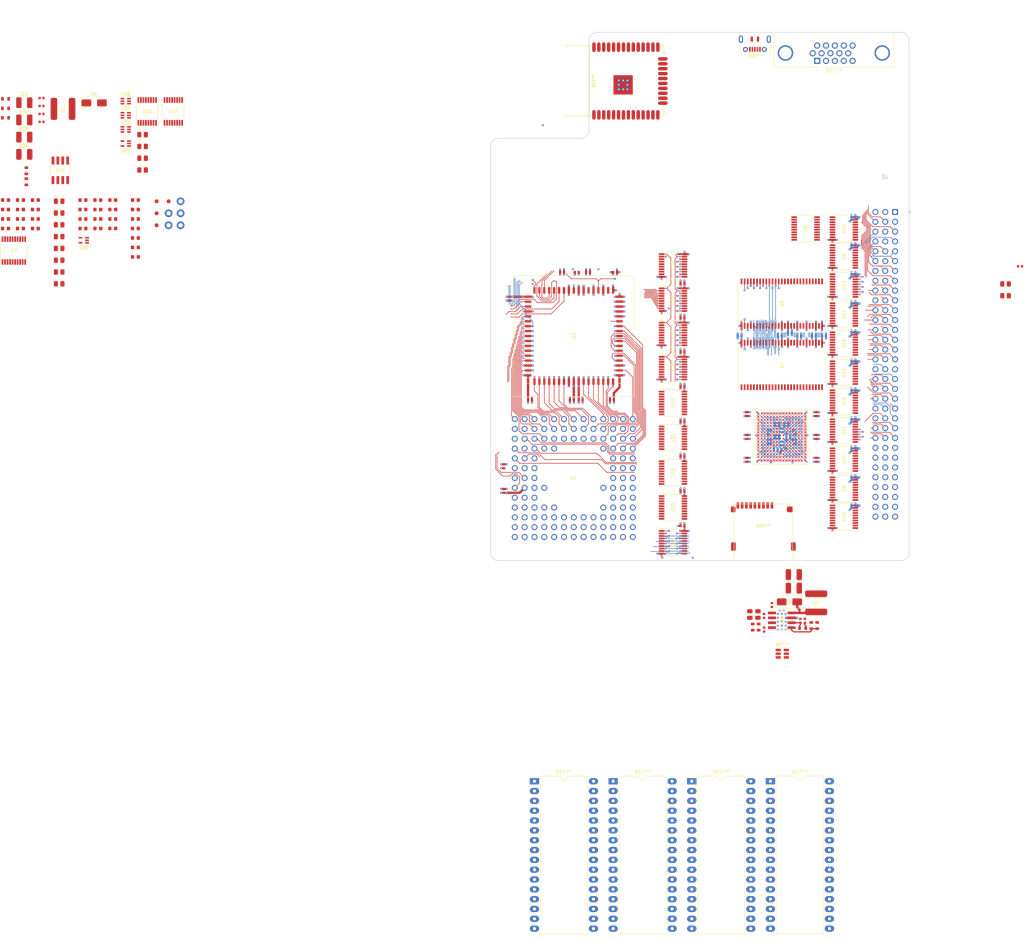
<source format=kicad_pcb>
(kicad_pcb (version 20221018) (generator pcbnew)
  (layers (0 "F.Cu" signal) (1 "In1.Cu" power) (2 "In2.Cu" power) (3 "In3.Cu" mixed) (4 "In4.Cu" power) (31 "B.Cu" signal) (34 "B.Paste" user) (35 "F.Paste" user) (36 "B.SilkS" user "B.Silkscreen") (37 "F.SilkS" user "F.Silkscreen") (38 "B.Mask" user) (39 "F.Mask" user) (44 "Edge.Cuts" user))
  (net 0 "")
  (net 1 "+5V")
  (net 2 "GND")
  (net 3 "+3V3")
  (net 4 "/CPUBuf/CPU_A0")
  (net 5 "/MC68k/A1")
  (net 6 "/CPUBuf/CPU_A30")
  (net 7 "/CPUBuf/CPU_A28")
  (net 8 "/CPUBuf/CPU_A26")
  (net 9 "/CPUBuf/CPU_A24")
  (net 10 "/CPUBuf/CPU_A23")
  (net 11 "/CPUBuf/CPU_A21")
  (net 12 "/CPUBuf/CPU_A19")
  (net 13 "/CPUBuf/CPU_A17")
  (net 14 "/CPUBuf/CPU_A15")
  (net 15 "/CPUBuf/CPU_A13")
  (net 16 "/CPUBuf/CPU_A10")
  (net 18 "/CPUBuf/CPU_A31")
  (net 19 "/CPUBuf/CPU_A29")
  (net 20 "/CPUBuf/CPU_A27")
  (net 21 "/CPUBuf/CPU_A25")
  (net 22 "/CPUBuf/CPU_A22")
  (net 23 "/CPUBuf/CPU_A20")
  (net 24 "/CPUBuf/CPU_A16")
  (net 25 "/CPUBuf/CPU_A14")
  (net 26 "/CPUBuf/CPU_A12")
  (net 27 "/CPUBuf/CPU_A8")
  (net 28 "/CPUBuf/CPU_A7")
  (net 29 "/CPUBuf/CPU_A1")
  (net 30 "/CPUBuf/CPU_A18")
  (net 31 "/CPUBuf/CPU_A11")
  (net 32 "/CPUBuf/CPU_A9")
  (net 33 "/CPUBuf/CPU_A5")
  (net 34 "/MC68k/A4")
  (net 35 "/MC68k/A3")
  (net 36 "/MC68k/A2")
  (net 37 "/PDSBuf/IOB_~{RESET}")
  (net 38 "/CPUBuf/CPU_A4")
  (net 40 "/Control/FPU~{CS}")
  (net 41 "Net-(U2-Pad15)")
  (net 42 "/Control/FPUCLK")
  (net 43 "Net-(U2-Pad4)")
  (net 44 "/RAM/D15")
  (net 45 "/RAM/D14")
  (net 46 "/RAM/D13")
  (net 47 "/RAM/D12")
  (net 48 "/RAM/D11")
  (net 49 "/RAM/D10")
  (net 50 "/RAM/D9")
  (net 51 "/RAM/D8")
  (net 52 "/RAM/DQM1")
  (net 53 "/RAM/CLK01")
  (net 54 "/RAM/CKE")
  (net 55 "/RAM/RA12")
  (net 56 "/RAM/RA11")
  (net 57 "/RAM/RA9")
  (net 58 "/RAM/RA8")
  (net 59 "/RAM/RA7")
  (net 60 "/RAM/RA6")
  (net 61 "/RAM/RA5")
  (net 62 "/RAM/RA4")
  (net 63 "/RAM/RA3")
  (net 64 "/RAM/RA2")
  (net 65 "/RAM/RA1")
  (net 66 "/RAM/RA0")
  (net 67 "/RAM/RA10")
  (net 68 "/RAM/BA1")
  (net 69 "/RAM/BA0")
  (net 70 "/Control/RAM_~{CS}")
  (net 71 "/Control/RAM_~{RAS}")
  (net 72 "/Control/RAM_~{CAS}")
  (net 73 "/Control/RAM_~{WE}")
  (net 74 "/RAM/DQM0")
  (net 75 "/RAM/D7")
  (net 76 "/RAM/D6")
  (net 77 "/RAM/D5")
  (net 78 "/RAM/D4")
  (net 79 "/RAM/D3")
  (net 80 "/RAM/D2")
  (net 81 "/RAM/D1")
  (net 82 "/RAM/D0")
  (net 83 "/RAM/D16")
  (net 84 "/RAM/D17")
  (net 85 "/RAM/D18")
  (net 86 "/RAM/D19")
  (net 87 "/RAM/D20")
  (net 88 "/RAM/D21")
  (net 89 "/RAM/D22")
  (net 90 "/RAM/D23")
  (net 91 "/RAM/DQM2")
  (net 92 "/RAM/CLK23")
  (net 93 "/RAM/DQM3")
  (net 94 "/RAM/D24")
  (net 95 "/RAM/D25")
  (net 96 "/RAM/D26")
  (net 97 "/RAM/D27")
  (net 98 "/RAM/D28")
  (net 99 "/RAM/D29")
  (net 100 "/RAM/D30")
  (net 101 "/RAM/D31")
  (net 103 "/CPUBuf/CPU_A6")
  (net 104 "/PDS/A3")
  (net 105 "/PDS/A2")
  (net 106 "/PDS/A1")
  (net 107 "/PDS/A0")
  (net 108 "/CPUBuf/CPU_A3")
  (net 109 "/CPUBuf/CPU_A2")
  (net 110 "/PDS/~{IRQ}")
  (net 113 "/PDS/~{BR}")
  (net 116 "/MC68k/~{RESET}")
  (net 117 "/MC68k/~{STERM}")
  (net 118 "/MC68k/~{DSACK}0")
  (net 119 "/PDS/A24")
  (net 120 "/PDS/A25")
  (net 121 "/PDS/A26")
  (net 122 "/PDS/A27")
  (net 124 "/PDS/A31")
  (net 125 "/MC68k/~{DSACK}1")
  (net 126 "/MC68k/~{IPL}2")
  (net 127 "/PDS/A16")
  (net 128 "/PDS/A17")
  (net 129 "/PDS/A18")
  (net 130 "/PDS/A19")
  (net 131 "/PDS/A20")
  (net 132 "/PDS/A21")
  (net 133 "/PDS/A22")
  (net 134 "/PDS/A23")
  (net 135 "/PDS/A8")
  (net 136 "/PDS/A9")
  (net 137 "/PDS/A10")
  (net 138 "/PDS/A11")
  (net 139 "/PDS/A12")
  (net 140 "/PDS/A13")
  (net 141 "/PDS/A14")
  (net 142 "/PDS/A15")
  (net 143 "/PDS/A7")
  (net 144 "/PDS/A6")
  (net 145 "/PDS/A5")
  (net 146 "/PDS/A4")
  (net 147 "/MC68k/~{IPL}1")
  (net 148 "/MC68k/~{IPL}0")
  (net 150 "/CPUBuf/A0")
  (net 152 "/CPUBuf/A30")
  (net 153 "/PDS/C16M")
  (net 154 "/CPUBuf/A28")
  (net 156 "/CPUBuf/A26")
  (net 157 "/MC68k/~{DS}")
  (net 158 "/CPUBuf/A24")
  (net 159 "/CPUBuf/A23")
  (net 160 "/CPUBuf/A21")
  (net 161 "/CPUBuf/A19")
  (net 162 "/PDSBuf/DDIR")
  (net 163 "/PDSBuf/IOC_D0")
  (net 164 "/PDSBuf/IOC_D1")
  (net 165 "/PDSBuf/IOC_D2")
  (net 166 "/PDSBuf/IOC_D3")
  (net 167 "/PDSBuf/IOC_D4")
  (net 168 "/PDSBuf/IOC_D5")
  (net 169 "/PDSBuf/IOC_D6")
  (net 170 "/PDSBuf/IOC_D7")
  (net 171 "/PDS/D7")
  (net 172 "/PDS/D6")
  (net 173 "/PDS/D5")
  (net 174 "/PDS/D4")
  (net 175 "/PDS/D3")
  (net 176 "/PDS/D2")
  (net 177 "/PDS/D1")
  (net 178 "/PDS/D0")
  (net 179 "/PDSBuf/IOC_D8")
  (net 180 "/PDSBuf/IOC_D9")
  (net 181 "/PDSBuf/IOC_D10")
  (net 182 "/PDSBuf/IOC_D11")
  (net 183 "/PDSBuf/IOC_D12")
  (net 184 "/PDSBuf/IOC_D13")
  (net 185 "/PDSBuf/IOC_D14")
  (net 186 "/PDSBuf/IOC_D15")
  (net 187 "/PDS/D15")
  (net 188 "/PDS/D14")
  (net 189 "/PDS/D13")
  (net 190 "/PDS/D12")
  (net 191 "/PDS/D11")
  (net 192 "/PDS/D10")
  (net 193 "/PDS/D9")
  (net 194 "/PDS/D8")
  (net 195 "/PDS/D16")
  (net 196 "/PDS/D17")
  (net 197 "/PDS/D18")
  (net 198 "/PDS/D19")
  (net 199 "/PDS/D20")
  (net 200 "/PDS/D21")
  (net 201 "/PDS/D22")
  (net 202 "/PDS/D23")
  (net 203 "/PDSBuf/IOC_D23")
  (net 204 "/PDSBuf/IOC_D22")
  (net 205 "/PDSBuf/IOC_D21")
  (net 206 "/PDSBuf/IOC_D20")
  (net 207 "/PDSBuf/IOC_D19")
  (net 208 "/PDSBuf/IOC_D18")
  (net 209 "/PDSBuf/IOC_D17")
  (net 210 "/PDSBuf/IOC_D16")
  (net 211 "/PDS/D24")
  (net 212 "/PDS/D25")
  (net 213 "/PDS/D26")
  (net 214 "/PDS/D27")
  (net 215 "/PDS/D28")
  (net 216 "/PDS/D29")
  (net 217 "/PDS/D30")
  (net 218 "/PDS/D31")
  (net 219 "/Control/CPU_D~{OE}")
  (net 220 "/Control/CPU_DDIR")
  (net 221 "-5V")
  (net 222 "+12V")
  (net 223 "/CPUBuf/A17")
  (net 224 "/CPUBuf/CPU_D8")
  (net 225 "/CPUBuf/CPU_D9")
  (net 226 "/CPUBuf/CPU_D10")
  (net 227 "/CPUBuf/CPU_D11")
  (net 228 "/CPUBuf/CPU_D12")
  (net 229 "/CPUBuf/CPU_D13")
  (net 230 "/CPUBuf/CPU_D14")
  (net 231 "/CPUBuf/CPU_D15")
  (net 232 "/CPUBuf/CPU_D16")
  (net 233 "/CPUBuf/CPU_D17")
  (net 234 "/CPUBuf/CPU_D18")
  (net 235 "/CPUBuf/CPU_D19")
  (net 236 "/CPUBuf/CPU_D20")
  (net 237 "/CPUBuf/CPU_D21")
  (net 238 "/CPUBuf/CPU_D22")
  (net 239 "/CPUBuf/CPU_D23")
  (net 240 "/CPUBuf/CPU_D24")
  (net 241 "/CPUBuf/CPU_D25")
  (net 242 "/CPUBuf/CPU_D26")
  (net 243 "/CPUBuf/CPU_D27")
  (net 244 "/CPUBuf/CPU_D28")
  (net 245 "/CPUBuf/CPU_D29")
  (net 246 "/CPUBuf/CPU_D30")
  (net 247 "/CPUBuf/CPU_D31")
  (net 248 "/CPUBuf/CPU_D0")
  (net 249 "/CPUBuf/CPU_D1")
  (net 250 "/CPUBuf/CPU_D2")
  (net 251 "/CPUBuf/CPU_D3")
  (net 252 "/CPUBuf/CPU_D4")
  (net 253 "/CPUBuf/CPU_D5")
  (net 254 "/CPUBuf/CPU_D6")
  (net 255 "/CPUBuf/CPU_D7")
  (net 256 "/CPUBuf/CPU_R~{W}")
  (net 257 "/CPUBuf/A15")
  (net 258 "/CPUBuf/A13")
  (net 259 "/CPUBuf/CPU_~{DS}")
  (net 260 "/CPUBuf/CPU_~{AS}")
  (net 261 "/CPUBuf/A10")
  (net 262 "/CPUBuf/CPU_~{DSACK}1")
  (net 263 "/CPUBuf/CPU_~{DSACK}0")
  (net 264 "/MC68k/~{RMC}")
  (net 265 "/CPUBuf/A31")
  (net 266 "/CPUBuf/A29")
  (net 267 "/CPUBuf/A27")
  (net 268 "/CPUBuf/A25")
  (net 269 "/CPUBuf/FSB_A24")
  (net 270 "/CPUBuf/FSB_A25")
  (net 271 "/CPUBuf/FSB_A26")
  (net 272 "/CPUBuf/FSB_A27")
  (net 273 "/CPUBuf/FSB_A30")
  (net 274 "/CPUBuf/FSB_A31")
  (net 275 "/CPUBuf/A22")
  (net 276 "/CPUBuf/FSB_A23")
  (net 277 "/CPUBuf/FSB_A22")
  (net 278 "/CPUBuf/FSB_A21")
  (net 279 "/CPUBuf/FSB_A20")
  (net 280 "/CPUBuf/FSB_A19")
  (net 281 "/CPUBuf/FSB_A18")
  (net 282 "/CPUBuf/FSB_A17")
  (net 283 "/CPUBuf/FSB_A16")
  (net 284 "/CPUBuf/FSB_A8")
  (net 285 "/CPUBuf/FSB_A9")
  (net 286 "/CPUBuf/FSB_A10")
  (net 287 "/CPUBuf/FSB_A11")
  (net 288 "/CPUBuf/FSB_A12")
  (net 289 "/CPUBuf/FSB_A13")
  (net 290 "/CPUBuf/FSB_A14")
  (net 291 "/CPUBuf/FSB_A15")
  (net 292 "/CPUBuf/A20")
  (net 293 "/CPUBuf/A16")
  (net 294 "/CPUBuf/A14")
  (net 295 "/CPUBuf/FSB_A4")
  (net 296 "/CPUBuf/FSB_A5")
  (net 297 "/CPUBuf/FSB_A6")
  (net 298 "/CPUBuf/FSB_A7")
  (net 299 "/PDS/~{DS}")
  (net 300 "/CPUBuf/FSB_A3")
  (net 301 "/CPUBuf/FSB_A2")
  (net 302 "/CPUBuf/FSB_A1")
  (net 303 "/CPUBuf/FSB_A0")
  (net 304 "/CPUBuf/FSB_A28")
  (net 305 "/CPUBuf/FSB_A29")
  (net 306 "unconnected-(U3F-PL2A-PadB1)")
  (net 307 "/CPUBuf/A12")
  (net 308 "/CPUBuf/A8")
  (net 309 "/CPUBuf/A7")
  (net 310 "/CPUBuf/FC1")
  (net 311 "/MC68k/~{CIOUT}")
  (net 312 "/CPUBuf/A1")
  (net 313 "/PDS/~{AS}")
  (net 314 "/PDS/SIZ0")
  (net 315 "/PDS/SIZ1")
  (net 316 "/CPUBuf/A18")
  (net 317 "/CPUBuf/A11")
  (net 318 "/PDSBuf/FSB_A27")
  (net 319 "/PDSBuf/FSB_A26")
  (net 320 "/PDSBuf/FSB_A25")
  (net 321 "/PDSBuf/FSB_A24")
  (net 322 "/PDSBuf/AoutLE")
  (net 323 "/PDS/R~{W}")
  (net 324 "/CPUBuf/A9")
  (net 325 "/PDSBuf/FSB_A15")
  (net 326 "/PDSBuf/FSB_A14")
  (net 327 "/PDSBuf/FSB_A13")
  (net 328 "/PDSBuf/FSB_A12")
  (net 329 "/PDSBuf/FSB_A11")
  (net 330 "/PDSBuf/FSB_A10")
  (net 331 "/PDSBuf/FSB_A9")
  (net 332 "/PDSBuf/FSB_A8")
  (net 333 "/CPUBuf/A5")
  (net 334 "/CPUBuf/A4")
  (net 335 "/CPUBuf/FC2")
  (net 336 "/CPUBuf/FC0")
  (net 337 "/CPUBuf/A6")
  (net 338 "/CPUBuf/A3")
  (net 339 "/CPUBuf/A2")
  (net 340 "/MC68k/~{HALT}")
  (net 341 "/PDS/FC0")
  (net 342 "/PDS/FC1")
  (net 343 "/PDS/FC2")
  (net 344 "/PDS/~{RMC}")
  (net 345 "/PDS/~{BERR}")
  (net 346 "/PDS/~{HALT}")
  (net 347 "/Control/C~{CBACK}")
  (net 348 "/PDS/~{DSACK}0")
  (net 349 "/Control/~{RESET}")
  (net 350 "/PDS/~{DSACK}1")
  (net 351 "/CPUBuf/~{AS}")
  (net 352 "/CPUBuf/~{CBREQ}")
  (net 353 "unconnected-(U3F-PL5A-PadC1)")
  (net 354 "unconnected-(U3F-PL8A-PadD1)")
  (net 355 "unconnected-(U3F-PL11D-PadE1)")
  (net 356 "unconnected-(U3F-PL14A-PadF1)")
  (net 357 "unconnected-(U3F-GR71{slash}PL20A-PadG1)")
  (net 358 "unconnected-(U3F-PCK71{slash}PL23A-PadJ1)")
  (net 359 "unconnected-(U3F-PCK70{slash}PL23C-PadK1)")
  (net 360 "unconnected-(U3E-PCK61{slash}PL26A-PadL1)")
  (net 361 "unconnected-(U3E-PCK60{slash}PL26C-PadM1)")
  (net 362 "unconnected-(U3E-PL32A-PadN1)")
  (net 363 "unconnected-(U3E-PL35A-PadP1)")
  (net 364 "unconnected-(U3E-Vref16{slash}PL35B-PadR1)")
  (net 365 "unconnected-(U3A-PT4A-PadA2)")
  (net 366 "unconnected-(U3F-PL2B-PadB2)")
  (net 367 "unconnected-(U3F-PL5B-PadC2)")
  (net 368 "unconnected-(U3F-PL8B-PadE2)")
  (net 369 "unconnected-(U3F-PL11C-PadF2)")
  (net 370 "unconnected-(U3F-PL14B-PadG2)")
  (net 371 "unconnected-(U3F-PL20B-PadH2)")
  (net 372 "unconnected-(U3F-~{PCK}71{slash}PL23B-PadJ2)")
  (net 373 "unconnected-(U3F-~{PCK}70{slash}PL23D-PadK2)")
  (net 374 "unconnected-(U3E-~{PCK}61{slash}PL26B-PadL2)")
  (net 375 "unconnected-(U3E-~{PCK}60{slash}PL26D-PadM2)")
  (net 376 "unconnected-(U3E-PL32B-PadP2)")
  (net 377 "unconnected-(U3E-PL38C-PadR2)")
  (net 378 "unconnected-(U3E-PL38D-PadT2)")
  (net 379 "unconnected-(U3A-PT6A-PadA3)")
  (net 380 "unconnected-(U3A-PT4B-PadB3)")
  (net 381 "unconnected-(U3F-PL2C-PadC3)")
  (net 382 "unconnected-(U3F-PL2D-PadD3)")
  (net 383 "unconnected-(U3F-PL5C-PadE3)")
  (net 384 "unconnected-(U3F-PL5D-PadF3)")
  (net 385 "unconnected-(U3F-Vref17{slash}PL14C-PadG3)")
  (net 386 "unconnected-(U3F-PL14D-PadH3)")
  (net 387 "unconnected-(U3F-GR70{slash}PL20C-PadJ3)")
  (net 388 "unconnected-(U3F-PL20D-PadK3)")
  (net 389 "unconnected-(U3E-PL32C-PadL3)")
  (net 390 "unconnected-(U3E-PL32D-PadM3)")
  (net 391 "unconnected-(U3E-PL35D-PadN3)")
  (net 392 "unconnected-(U3E-PL38B-PadP3)")
  (net 393 "unconnected-(U3E-PL41B-PadR3)")
  (net 394 "unconnected-(U3E-PL41D-PadT3)")
  (net 395 "unconnected-(U3A-PT6B-PadA4)")
  (net 396 "unconnected-(U3A-PT11B-PadB4)")
  (net 397 "unconnected-(U3A-PT11A-PadC4)")
  (net 398 "unconnected-(U3A-PT9B-PadD4)")
  (net 399 "unconnected-(U3A-PT9A-PadE4)")
  (net 400 "unconnected-(U3F-PL8C-PadF4)")
  (net 402 "unconnected-(U3F-PL17B-PadH4)")
  (net 405 "unconnected-(U3E-GR61{slash}PL29C-PadL4)")
  (net 406 "unconnected-(U3E-PL35C-PadM4)")
  (net 407 "unconnected-(U3E-PL38A-PadN4)")
  (net 408 "unconnected-(U3E-PL41A-PadP4)")
  (net 409 "unconnected-(U3E-PL41C-PadR4)")
  (net 410 "unconnected-(U3E-PL44B-PadT4)")
  (net 411 "unconnected-(U3A-PT18A-PadA5)")
  (net 412 "unconnected-(U3A-PT15B-PadB5)")
  (net 413 "unconnected-(U3A-PT15A-PadC5)")
  (net 414 "unconnected-(U3A-PT13B-PadD5)")
  (net 415 "unconnected-(U3A-PT13A-PadE5)")
  (net 416 "unconnected-(U3F-PL8D-PadF5)")
  (net 418 "unconnected-(U3F-PL17A-PadH5)")
  (net 421 "unconnected-(U3E-PL29D-PadL5)")
  (net 422 "unconnected-(U3E-PL44C-PadM5)")
  (net 423 "unconnected-(U3E-PL44D-PadN5)")
  (net 424 "unconnected-(U3E-~{RPLL}0{slash}PL47D-PadP5)")
  (net 425 "unconnected-(U3E-PL44A-PadR5)")
  (net 426 "unconnected-(U3A-PT18B-PadA6)")
  (net 427 "unconnected-(U3A-PT22B-PadB6)")
  (net 428 "unconnected-(U3A-PT22A-PadC6)")
  (net 429 "unconnected-(U3A-PT20B-PadD6)")
  (net 430 "unconnected-(U3A-PT20A-PadE6)")
  (net 431 "+1V1")
  (net 433 "unconnected-(U3E-PL47B-PadN6)")
  (net 434 "unconnected-(U3E-RPLL0{slash}PL47C-PadP6)")
  (net 435 "unconnected-(U3G-PB4B-PadR6)")
  (net 436 "unconnected-(U3G-PB4A-PadT6)")
  (net 437 "unconnected-(U3A-PCK00{slash}PT29A-PadA7)")
  (net 438 "unconnected-(U3A-~{PCK}01{slash}PT27B-PadB7)")
  (net 439 "unconnected-(U3A-PCK01{slash}PT27A-PadC7)")
  (net 442 "+2V5")
  (net 444 "unconnected-(U3G-PB9A{slash}D3-PadN7)")
  (net 445 "unconnected-(U3G-MOSI2{slash}PB6B-PadP7)")
  (net 446 "unconnected-(U3G-MISO2{slash}PB6A-PadR7)")
  (net 447 "unconnected-(U3A-~{PCK}00{slash}PT29B-PadA8)")
  (net 448 "unconnected-(U3B-~{PCK}10{slash}PT35B-PadB8)")
  (net 449 "unconnected-(U3B-PCK10{slash}PT35A-PadC8)")
  (net 450 "unconnected-(U3B-~{PCK}11{slash}PT33B-PadD8)")
  (net 453 "unconnected-(U3G-S~{CS}1{slash}PB13B-PadP8)")
  (net 454 "unconnected-(U3G-S~{CS}{slash}PB13A-PadR8)")
  (net 455 "unconnected-(U3B-PT42A-PadA9)")
  (net 456 "unconnected-(U3B-GR10{slash}PT38A-PadB9)")
  (net 457 "unconnected-(U3B-GR11{slash}PT38B-PadC9)")
  (net 459 "unconnected-(U3B-PT40B-PadE9)")
  (net 461 "unconnected-(U3B-PT42B-PadA10)")
  (net 462 "unconnected-(U3B-PT44A-PadB10)")
  (net 463 "unconnected-(U3B-PT44B-PadC10)")
  (net 466 "unconnected-(U3G-CFG0-PadN10)")
  (net 467 "unconnected-(U3G-CFG1-PadP10)")
  (net 468 "unconnected-(U3G-CFG2-PadR10)")
  (net 469 "unconnected-(U3B-PT53A-PadA11)")
  (net 470 "unconnected-(U3B-PT49A-PadB11)")
  (net 471 "unconnected-(U3B-PT49B-PadC11)")
  (net 472 "unconnected-(U3B-PT51A-PadD11)")
  (net 473 "unconnected-(U3B-PT51B-PadE11)")
  (net 474 "unconnected-(U3D-PR47A-PadM11)")
  (net 475 "unconnected-(U3D-PR47B-PadN11)")
  (net 476 "unconnected-(U3D-RPLL0{slash}PR47C-PadP11)")
  (net 477 "unconnected-(U3B-PT53B-PadA12)")
  (net 478 "unconnected-(U3B-PT56A-PadB12)")
  (net 479 "unconnected-(U3B-PT56B-PadC12)")
  (net 480 "unconnected-(U3B-PT58A-PadD12)")
  (net 481 "unconnected-(U3B-PT58B-PadE12)")
  (net 482 "unconnected-(U3C-PR8D-PadF12)")
  (net 484 "unconnected-(U3C-PR17A-PadH12)")
  (net 487 "unconnected-(U3D-PR29D-PadL12)")
  (net 488 "unconnected-(U3D-PR44C-PadM12)")
  (net 489 "unconnected-(U3D-PR44D-PadN12)")
  (net 490 "unconnected-(U3D-~{RPLL}0{slash}PR47D-PadP12)")
  (net 491 "unconnected-(U3D-PR44A-PadR12)")
  (net 492 "unconnected-(U3B-PT65A-PadA13)")
  (net 493 "unconnected-(U3B-PT60A-PadB13)")
  (net 494 "unconnected-(U3B-PT60B-PadC13)")
  (net 495 "unconnected-(U3B-PT62A-PadD13)")
  (net 496 "unconnected-(U3B-PT62B-PadE13)")
  (net 497 "unconnected-(U3C-PR8C-PadF13)")
  (net 498 "unconnected-(U3C-PR11B-PadG13)")
  (net 499 "unconnected-(U3C-PR17B-PadH13)")
  (net 502 "unconnected-(U3D-GR31{slash}PR26C-PadL13)")
  (net 503 "unconnected-(U3D-PR35C-PadM13)")
  (net 504 "unconnected-(U3D-PR38A-PadN13)")
  (net 505 "unconnected-(U3D-PR41A-PadP13)")
  (net 506 "unconnected-(U3D-PR41C-PadR13)")
  (net 507 "unconnected-(U3D-PR44B-PadT13)")
  (net 508 "unconnected-(U3B-PT65B-PadA14)")
  (net 509 "unconnected-(U3B-PT67A-PadB14)")
  (net 510 "unconnected-(U3C-PR2C-PadC14)")
  (net 511 "unconnected-(U3C-PR2D-PadD14)")
  (net 512 "unconnected-(U3C-PR5C-PadE14)")
  (net 513 "unconnected-(U3C-PR5D-PadF14)")
  (net 514 "unconnected-(U3C-Vref12{slash}PR14C-PadG14)")
  (net 515 "unconnected-(U3C-PR14D-PadH14)")
  (net 516 "unconnected-(U3C-GR20{slash}PR20C-PadJ14)")
  (net 517 "unconnected-(U3C-PR20D-PadK14)")
  (net 518 "unconnected-(U3D-PR32C-PadL14)")
  (net 519 "unconnected-(U3D-PR32D-PadM14)")
  (net 520 "unconnected-(U3D-PR35D-PadN14)")
  (net 521 "unconnected-(U3D-PR38B-PadP14)")
  (net 522 "unconnected-(U3D-PR41B-PadR14)")
  (net 523 "unconnected-(U3D-PR41D-PadT14)")
  (net 524 "unconnected-(U3B-PT67B-PadA15)")
  (net 525 "unconnected-(U3C-S0_IN{slash}PR2B-PadB15)")
  (net 526 "unconnected-(U3C-PR5B-PadC15)")
  (net 527 "unconnected-(U3C-PR8B-PadE15)")
  (net 528 "unconnected-(U3C-PR11C-PadF15)")
  (net 529 "unconnected-(U3C-PR14B-PadG15)")
  (net 530 "unconnected-(U3C-PR20B-PadH15)")
  (net 531 "unconnected-(U3C-~{PCK}20{slash}PR23D-PadK15)")
  (net 532 "unconnected-(U3D-~{PCK}31{slash}PR26B-PadL15)")
  (net 533 "unconnected-(U3D-~{PCK}30{slash}PR26D-PadM15)")
  (net 534 "unconnected-(U3D-PR32B-PadP15)")
  (net 535 "unconnected-(U3D-PR38C-PadR15)")
  (net 536 "unconnected-(U3D-PR38D-PadT15)")
  (net 537 "unconnected-(U3C-PR2A-PadB16)")
  (net 538 "unconnected-(U3C-PR5A-PadC16)")
  (net 539 "unconnected-(U3C-PR8A-PadD16)")
  (net 540 "unconnected-(U3C-PR11D-PadE16)")
  (net 541 "unconnected-(U3C-PR14A-PadF16)")
  (net 542 "unconnected-(U3C-GR21{slash}PR20A-PadG16)")
  (net 543 "unconnected-(U3C-PCK21{slash}PR23A-PadJ16)")
  (net 544 "unconnected-(U3C-PCK20{slash}PR23C-PadK16)")
  (net 545 "unconnected-(U3D-PCK31{slash}PR26A-PadL16)")
  (net 546 "unconnected-(U3D-PCK30{slash}PR26C-PadM16)")
  (net 547 "unconnected-(U3D-PR32A-PadN16)")
  (net 548 "unconnected-(U3D-PR35A-PadP16)")
  (net 549 "unconnected-(U3D-Vref13{slash}PR35B-PadR16)")
  (net 550 "/Control/MISO")
  (net 551 "/Control/~{CSO}")
  (net 552 "/Control/MOSI")
  (net 553 "/Control/CCLK")
  (net 554 "/Control/DONE")
  (net 555 "/Control/~{PROG}")
  (net 556 "/Control/~{INIT}")
  (net 557 "/Control/TDO")
  (net 558 "/Control/TCK")
  (net 559 "/Control/TDI")
  (net 560 "/Control/TMS")
  (net 563 "unconnected-(U3C-~{PCK}21{slash}PR23B-PadJ15)")
  (net 564 "/CPUBuf/SIZ1")
  (net 565 "/CPUBuf/D5")
  (net 566 "/CPUBuf/D1")
  (net 567 "/CPUBuf/D0")
  (net 568 "/MC68k/~{CIIN}")
  (net 569 "/CPUBuf/SIZ0")
  (net 570 "/CPUBuf/R~{W}")
  (net 571 "/CPUBuf/D30")
  (net 572 "/CPUBuf/D10")
  (net 573 "/CPUBuf/D7")
  (net 574 "/CPUBuf/D4")
  (net 575 "/CPUBuf/D2")
  (net 576 "/CPUBuf/D29")
  (net 577 "/CPUBuf/D27")
  (net 578 "/CPUBuf/D24")
  (net 579 "/CPUBuf/D22")
  (net 580 "/CPUBuf/D20")
  (net 581 "/CPUBuf/D17")
  (net 582 "/CPUBuf/D14")
  (net 583 "/CPUBuf/D12")
  (net 584 "/CPUBuf/D9")
  (net 585 "/CPUBuf/D6")
  (net 586 "/CPUBuf/D3")
  (net 587 "/CPUBuf/D31")
  (net 588 "/CPUBuf/D28")
  (net 589 "/CPUBuf/D26")
  (net 590 "/CPUBuf/D25")
  (net 591 "/CPUBuf/D23")
  (net 592 "/CPUBuf/D21")
  (net 593 "/CPUBuf/D19")
  (net 594 "/CPUBuf/D18")
  (net 595 "/CPUBuf/D16")
  (net 596 "/CPUBuf/D15")
  (net 597 "/CPUBuf/D13")
  (net 598 "/CPUBuf/D11")
  (net 599 "/CPUBuf/D8")
  (net 600 "/Control/IOA~{OE}")
  (net 601 "/PDSBuf/IOSIZ1")
  (net 602 "/PDSBuf/IOSIZ0")
  (net 613 "/PDSBuf/AD7")
  (net 614 "/PDSBuf/AD6")
  (net 615 "/PDSBuf/AD5")
  (net 616 "/PDSBuf/AD4")
  (net 617 "/PDSBuf/AD3")
  (net 618 "/PDSBuf/AD2")
  (net 619 "/PDSBuf/AD1")
  (net 620 "/PDSBuf/AD0")
  (net 621 "/PDSBuf/SoutLE")
  (net 623 "/PDSBuf/L~{IRQ}")
  (net 624 "/PDSBuf/LFC0")
  (net 625 "/PDSBuf/LFC1")
  (net 626 "/PDSBuf/LFC2")
  (net 627 "/PDSBuf/L~{RMC}")
  (net 628 "/Control/IO~{DSACK}1")
  (net 629 "/Control/C16M")
  (net 630 "/Control/IO~{BERR}")
  (net 631 "/Control/IO~{HALT}")
  (net 632 "/Control/IO~{DSACK}0")
  (net 633 "/CPUBuf/~{RMC}")
  (net 634 "/CPUBuf/CFC1")
  (net 635 "/CPUBuf/CFC0")
  (net 636 "/CPUBuf/CSIZ0")
  (net 637 "/CPUBuf/CSIZ1")
  (net 638 "/CPUBuf/C~{RMC}")
  (net 639 "/CPUBuf/CR~{W}")
  (net 640 "/CPUBuf/DDIR")
  (net 641 "/CPUBuf/CFC2")
  (net 642 "/PDSBuf/LRMC")
  (net 643 "/Control/IOD~{OE}")
  (net 646 "/PDSBuf/IOC_D24")
  (net 647 "/PDSBuf/IOC_D25")
  (net 648 "/PDSBuf/IOC_D26")
  (net 649 "/PDSBuf/IOC_D27")
  (net 650 "/PDSBuf/IOC_D28")
  (net 651 "/PDSBuf/IOC_D29")
  (net 652 "/PDSBuf/IOC_D30")
  (net 653 "/PDSBuf/IOC_D31")
  (net 654 "/PDS/~{FAN}")
  (net 655 "/PDSBuf/AD31")
  (net 656 "/Control/IO~{DS}")
  (net 657 "/Control/IO~{AS}")
  (net 658 "/PDSBuf/IOR~{W}")
  (net 659 "-12V")
  (net 660 "/CPUBuf/C~{AS}")
  (net 661 "/CPUBuf/C~{CBREQ}")
  (net 662 "/PDSBuf/FSB_A23")
  (net 663 "/PDSBuf/FSB_A22")
  (net 664 "/PDSBuf/FSB_A21")
  (net 665 "/PDSBuf/FSB_A20")
  (net 666 "/PDSBuf/FSB_A19")
  (net 667 "/PDSBuf/FSB_A18")
  (net 668 "/PDSBuf/FSB_A17")
  (net 669 "/PDSBuf/FSB_A16")
  (net 670 "Net-(U22-~{Q7})")
  (net 685 "Net-(U23-~{Q0})")
  (net 686 "/Control/RESET~{OE}")
  (net 687 "Net-(U29-Y)")
  (net 688 "/Control/CASTERM~{EN}")
  (net 689 "Net-(U30-A)")
  (net 690 "/Control/CS~{STERM}")
  (net 691 "/MC68k/FPU~{CS}")
  (net 692 "Net-(U32-C)")
  (net 693 "Net-(U33-Y)")
  (net 694 "Net-(D1-K)")
  (net 695 "Net-(U35-BOOT)")
  (net 696 "Net-(U35-SS)")
  (net 697 "Net-(C49-Pad1)")
  (net 698 "Net-(U35-COMP)")
  (net 699 "Net-(U36-COMP)")
  (net 700 "Net-(C52-Pad1)")
  (net 701 "Net-(U36-SS)")
  (net 702 "Net-(D2-K)")
  (net 703 "Net-(U36-BOOT)")
  (net 704 "Net-(U35-VSENSE)")
  (net 705 "Net-(U35-EN)")
  (net 706 "Net-(U35-VIN)")
  (net 707 "Net-(U36-EN)")
  (net 708 "Net-(U36-VSENSE)")
  (footprint "stdpads:TSSOP-20_4.4x6.5mm_P0.65mm" (layer "F.Cu") (at 245.3 78.125 -90)
    (fp_text reference "U8")
    (fp_text value "74AHCT573PW")
  )
  (footprint "stdpads:C_0402" (layer "F.Cu") (at 195.2705 122.428 180)
    (fp_text reference "REF**")
    (fp_text value "C_0402")
  )
  (footprint "stdpads:PLCC-68_SMDSocket" (layer "F.Cu") (at 185.42 105.918 -90)
    (fp_text reference "U2")
    (fp_text value "MC68882FN")
  )
  (footprint "stdpads:TSSOP-20_4.4x6.5mm_P0.65mm" (layer "F.Cu") (at 255.2 145.375 -90)
    (fp_text reference "U9")
    (fp_text value "74AHCT573PW")
  )
  (footprint "stdpads:TSSOP-20_4.4x6.5mm_P0.65mm" (layer "F.Cu") (at 255.2 137.875 -90)
    (fp_text reference "U14")
    (fp_text value "74AHC245APW")
  )
  (footprint "stdpads:TSSOP-20_4.4x6.5mm_P0.65mm" (layer "F.Cu") (at 255.2 85.375 -90)
    (fp_text reference "U6")
    (fp_text value "74AHCT573PW")
  )
  (footprint "stdpads:TSSOP-20_4.4x6.5mm_P0.65mm" (layer "F.Cu") (at 255.2 122.875 -90)
    (fp_text reference "U12")
    (fp_text value "74AHCT573PW")
  )
  (footprint "stdpads:TSSOP-20_4.4x6.5mm_P0.65mm" (layer "F.Cu") (at 255.2 130.375 -90)
    (fp_text reference "U11")
    (fp_text value "74AHCT573PW")
  )
  (footprint "stdpads:C_0402" (layer "F.Cu") (at 213.5 110 180)
    (fp_text reference "REF**")
    (fp_text value "C_0402")
  )
  (footprint "stdpads:C_0402" (layer "F.Cu") (at 213.5 101.15 180)
    (fp_text reference "REF**")
    (fp_text value "C_0402")
  )
  (footprint "stdpads:C_0402" (layer "F.Cu") (at 213.5 92.3 180)
    (fp_text reference "REF**")
    (fp_text value "C_0402")
  )
  (footprint "stdpads:C_0402" (layer "F.Cu") (at 182.38 89.408 180)
    (fp_text reference "REF**")
    (fp_text value "C_0402")
  )
  (footprint "stdpads:C_0402" (layer "F.Cu") (at 189.095 89.408)
    (fp_text reference "REF**")
    (fp_text value "C_0402")
  )
  (footprint "stdpads:C_0402" (layer "F.Cu") (at 187.19 122.428)
    (fp_text reference "REF**")
    (fp_text value "C_0402")
  )
  (footprint "stdpads:C_0402" (layer "F.Cu") (at 184.92 122.428 180)
    (fp_text reference "REF**")
    (fp_text value "C_0402")
  )
  (footprint "stdpads:C_0402" (layer "F.Cu") (at 174.109 122.428)
    (fp_text reference "REF**")
    (fp_text value "C_0402")
  )
  (footprint "stdpads:C_0402" (layer "F.Cu") (at 168.783 96.258 -90)
    (fp_text reference "REF**")
    (fp_text value "C_0402")
  )
  (footprint "stdpads:C_0402" (layer "F.Cu") (at 196.08 89.408)
    (fp_text reference "REF**")
    (fp_text value "C_0402")
  )
  (footprint "stdpads:TSSOP-20_4.4x6.5mm_P0.65mm" (layer "F.Cu") (at 211.05 159.225 -90)
    (fp_text reference "U18")
    (fp_text value "74LVC244APW")
  )
  (footprint "stdpads:TSSOP-20_4.4x6.5mm_P0.65mm" (layer "F.Cu") (at 211.05 150.225 -90)
    (fp_text reference "U19")
    (fp_text value "74LVC244APW")
  )
  (footprint "stdpads:TSSOP-20_4.4x6.5mm_P0.65mm" (layer "F.Cu") (at 211.05 141.225 -90)
    (fp_text reference "U20")
    (fp_text value "74LVC244APW")
  )
  (footprint "stdpads:C_0402" (layer "F.Cu") (at 213.5 128 180)
    (fp_text reference "REF**")
    (fp_text value "C_0402")
  )
  (footprint "stdpads:C_0402" (layer "F.Cu") (at 213.5 155 180)
    (fp_text reference "REF**")
    (fp_text value "C_0402")
  )
  (footprint "stdpads:C_0402" (layer "F.Cu") (at 213.5 146 180)
    (fp_text reference "REF**")
    (fp_text value "C_0402")
  )
  (footprint "stdpads:C_0402" (layer "F.Cu") (at 213.5 137 180)
    (fp_text reference "REF**")
    (fp_text value "C_0402")
  )
  (footprint "stdpads:TSSOP-20_4.4x6.5mm_P0.65mm" (layer "F.Cu") (at 211.05 132.225 -90)
    (fp_text reference "U21")
    (fp_text value "74LVC244APW")
  )
  (footprint "stdpads:TSSOP-20_4.4x6.5mm_P0.65mm" (layer "F.Cu") (at 255.2 107.875 -90)
    (fp_text reference "U16")
    (fp_text value "74AHC245APW")
  )
  (footprint "stdpads:TSSOP-20_4.4x6.5mm_P0.65mm" (layer "F.Cu") (at 255.20549 100.375 -90)
    (fp_text reference "U17")
    (fp_text value "74AHC245APW")
  )
  (footprint "stdpads:TSSOP-20_4.4x6.5mm_P0.65mm" (layer "F.Cu") (at 255.2 115.375 -90)
    (fp_text reference "U15")
    (fp_text value "74AHC245APW")
  )
  (footprint "stdpads:TSSOP-20_4.4x6.5mm_P0.65mm" (layer "F.Cu") (at 255.20549 92.875 -90)
    (fp_text reference "U13")
    (fp_text value "74LVC245APW")
  )
  (footprint "stdpads:TSSOP-20_4.4x6.5mm_P0.65mm" (layer "F.Cu") (at 211.05 114.225 -90)
    (fp_text reference "U28")
    (fp_text value "74AHC245APW")
  )
  (footprint "stdpads:TSSOP-20_4.4x6.5mm_P0.65mm" (layer "F.Cu") (at 211.05 105.375 -90)
    (fp_text reference "U27")
    (fp_text value "74AHC245APW")
  )
  (footprint "stdpads:TSSOP-20_4.4x6.5mm_P0.65mm" (layer "F.Cu") (at 211.05 96.525 -90)
    (fp_text reference "U26")
    (fp_text value "74AHC245APW")
  )
  (footprint "stdpads:TSSOP-20_4.4x6.5mm_P0.65mm" (layer "F.Cu") (at 211.05 87.675 -90)
    (fp_text reference "U25")
    (fp_text value "74AHC245APW")
  )
  (footprint "stdpads:C_0402" (layer "F.Cu") (at 186.19 89.408 180)
    (fp_text reference "REF**")
    (fp_text value "C_0402")
  )
  (footprint "stdpads:Xunpu_TF-115_microSD" (layer "F.Cu") (at 234.4 157.575 -90)
    (fp_text reference "REF**")
    (fp_text value "Xunpu_TF-115_microSD")
  )
  (footprint "stdpads:ESP32-WROOM-32" (layer "F.Cu") (at 190.627 40.005 90)
    (fp_text reference "REF**")
    (fp_text value "ESP32-WROOM-32" hide)
  )
  (footprint "stdpads:TSSOP-20_4.4x6.5mm_P0.65mm" (layer "F.Cu") (at 211.05 123.225 -90)
    (fp_text reference "U24")
    (fp_text value "74LVC244APW")
  )
  (footprint "stdpads:C_0402" (layer "F.Cu") (at 213.5 119 180)
    (fp_text reference "REF**")
    (fp_text value "C_0402")
  )
  (footprint "stdpads:USB_Micro-B_ShouHan_MicroXNJ" (layer "F.Cu") (at 232.2 30.05 90)
    (fp_text reference "REF**")
    (fp_text value "USB_Micro-B_ShouHan_MicroXNJ")
  )
  (footprint "stdpads:C_0805" (layer "F.Cu") (at 52.475 86.325)
    (fp_text reference "C9")
    (fp_text value "10u")
  )
  (footprint "stdpads:C_0603" (layer "F.Cu") (at 38.625 73.225)
    (fp_text reference "C36")
    (fp_text value "2u2")
  )
  (footprint "stdpads:C_0805" (layer "F.Cu") (at 232.9815 177.9025 90)
    (fp_text reference "C58")
    (fp_text value "10u")
  )
  (footprint "stdpads:C_0603" (layer "F.Cu") (at 58.625 73.225)
    (fp_text reference "C17")
    (fp_text value "2u2")
  )
  (footprint "stdpads:C_0402" (layer "F.Cu") (at 300.7 87.9)
    (fp_text reference "C61")
    (fp_text value "100n")
  )
  (footprint "stdpads:C_0603" (layer "F.Cu") (at 46.325 73.225)
    (fp_text reference "C44")
    (fp_text value "2u2")
  )
  (footprint "stdpads:Fiducial" (layer "F.Cu") (at 77.65 77.3)
    (fp_text reference "FID3")
    (fp_text value "Fiducial" hide)
  )
  (footprint "stdpads:C_0805" (layer "F.Cu") (at 52.475 71.075)
    (fp_text reference "C4")
    (fp_text value "10u")
  )
  (footprint "stdpads:C_0603" (layer "F.Cu") (at 72.175 78.125)
    (fp_text reference "C31")
    (fp_text value "2u2")
  )
  (footprint "stdpads:C_0402" (layer "F.Cu") (at 248.1 132 90)
    (fp_text reference "REF**")
    (fp_text value "C_0402")
  )
  (footprint "stdpads:C_1210" (layer "F.Cu") (at 242.2495 171.069)
    (fp_text reference "REF**")
    (fp_text value "C_1210")
  )
  (footprint "stdpads:C_0402" (layer "F.Cu") (at 167.386 139.581 90)
    (fp_text reference "REF**")
    (fp_text value "C_0402")
  )
  (footprint "stdpads:C_0603" (layer "F.Cu") (at 42.475 75.675)
    (fp_text reference "C41")
    (fp_text value "2u2")
  )
  (footprint "stdpads:Fiducial" (layer "F.Cu") (at 80.75 71.1)
    (fp_text reference "FID4")
    (fp_text value "Fiducial" hide)
  )
  (footprint "stdpads:PasteHole_1.1mm_PTH" (layer "F.Cu") (at 80.75 74.2)
    (fp_text reference "H1")
    (fp_text value " " hide)
  )
  (footprint "stdpads:PasteHole_1.1mm_PTH" (layer "F.Cu") (at 83.85 71.1)
    (fp_text reference "H3")
    (fp_text value " " hide)
  )
  (footprint "stdpads:SOT-23-6" (layer "F.Cu") (at 239.275 188.025)
    (fp_text reference "REF**")
    (fp_text value "SOT-23-6")
  )
  (footprint "stdpads:C_0603" (layer "F.Cu") (at 38.625 70.775)
    (fp_text reference "C35")
    (fp_text value "2u2")
  )
  (footprint "stdpads:TSOP-II-54_22.2x10.16mm_P0.8mm" (layer "F.Cu") (at 239.15 113.4 -90)
    (fp_text reference "U4")
    (fp_text value "W9825G6KH-6")
  )
  (footprint "stdpads:SOIC-8_3.9mm" (layer "F.Cu") (at 52.775 63.0885)
    (fp_text reference "U35")
    (fp_text value "TPS54331D")
  )
  (footprint "stdpads:R_0603" (layer "F.Cu") (at 248.285 180.7465 -90)
    (fp_text reference "R13")
    (fp_text value "3k3")
  )
  (footprint "stdpads:C_0402" (layer "F.Cu") (at 47.925 44.415)
    (fp_text reference "C2")
    (fp_text value "100n")
  )
  (footprint "stdpads:C_0805" (layer "F.Cu") (at 52.475 92.425)
    (fp_text reference "C11")
    (fp_text value "10u")
  )
  (footprint "stdpads:C_0603" (layer "F.Cu") (at 38.625 78.125)
    (fp_text reference "C38")
    (fp_text value "2u2")
  )
  (footprint "stdpads:R_0603" (layer "F.Cu") (at 38.625 44.615)
    (fp_text reference "R5")
    (fp_text value "3k3")
  )
  (footprint "stdpads:C_0603" (layer "F.Cu") (at 72.175 70.775)
    (fp_text reference "C28")
    (fp_text value "2u2")
  )
  (footprint "stdpads:C_0603" (layer "F.Cu") (at 72.175 83.025)
    (fp_text reference "C33")
    (fp_text value "2u2")
  )
  (footprint "stdpads:C_0402" (layer "F.Cu") (at 234.569 178.2525 90)
    (fp_text reference "C1")
    (fp_text value "100n")
  )
  (footprint "stdpads:R_0603" (layer "F.Cu") (at 38.625 49.515)
    (fp_text reference "R7")
    (fp_text value "29k4")
  )
  (footprint "stdpads:PasteHole_1.1mm_PTH" (layer "F.Cu") (at 83.85 77.3)
    (fp_text reference "H5")
    (fp_text value " " hide)
  )
  (footprint "stdpads:C_0603" (layer "F.Cu") (at 46.325 75.675)
    (fp_text reference "C45")
    (fp_text value "2u2")
  )
  (footprint "stdpads:C_0603" (layer "F.Cu") (at 72.175 80.575)
    (fp_text reference "C32")
    (fp_text value "2u2")
  )
  (footprint "stdpads:TaiyoYuden_NRS6028" (layer "F.Cu") (at 248.031 174.8785 90)
    (fp_text reference "L2")
    (fp_text value "4u7")
  )
  (footprint "stdpads:C_0402" (layer "F.Cu") (at 230.2 126.1 90)
    (fp_text reference "REF**")
    (fp_text value "C_0402")
  )
  (footprint "stdpads:C_0603" (layer "F.Cu") (at 58.625 78.125)
    (fp_text reference "C19")
    (fp_text value "2u2")
  )
  (footprint "stdpads:C_0805" (layer "F.Cu") (at 52.475 89.375)
    (fp_text reference "C10")
    (fp_text value "10u")
  )
  (footprint "stdpads:C_0603" (layer "F.Cu") (at 66.325 78.125)
    (fp_text reference "C27")
    (fp_text value "2u2")
  )
  (footprint "stdpads:C_0402" (layer "F.Cu") (at 243.967 179.5225 90)
    (fp_text reference "C51")
    (fp_text value "47p")
  )
  (footprint "stdpads:R_0603" (layer "F.Cu") (at 246.761 180.7465 90)
    (fp_text reference "R14")
    (fp_text value "8k2")
  )
  (footprint "stdpads:D_SMA" (layer "F.Cu") (at 241.128 174.625 180)
    (fp_text reference "D2")
    (fp_text value "B340LB")
  )
  (footprint "stdpads:TaiyoYuden_NRS6028" (layer "F.Cu") (at 53.475 47.215)
    (fp_text reference "L1")
    (fp_text value "4u7")
  )
  (footprint "stdpads:C_0402" (layer "F.Cu") (at 236.588 175.4585 90)
    (fp_text reference "C54")
    (fp_text value "100n")
  )
  (footprint "stdpads:Fiducial" (layer "F.Cu") (at 77.65 71.1)
    (fp_text reference "FID1")
    (fp_text value "Fiducial" hide)
  )
  (footprint "stdpads:C_0402" (layer "F.Cu") (at 167.386 145.931 90)
    (fp_text reference "REF**")
    (fp_text value "C_0402")
  )
  (footprint "stdpads:C_1210" (layer "F.Cu") (at 43.475 54.515)
    (fp_text reference "C55")
    (fp_text value "47u")
  )
  (footprint "stdpads:R_0603" (layer "F.Cu") (at 231.648 181.14 90)
    (fp_text reference "R11")
    (fp_text value "Rl")
  )
  (footprint "stdpads:Fiducial" (layer "F.Cu") (at 77.65 74.2)
    (fp_text reference "FID2")
    (fp_text value "Fiducial" hide)
  )
  (footprint "stdpads:C_0603" (layer "F.Cu") (at 72.175 75.675)
    (fp_text reference "C30")
    (fp_text value "2u2")
  )
  (footprint "stdpads:C_0402" (layer "F.Cu") (at 47.925 50.565)
    (fp_text reference "C50")
    (fp_text value "47p")
  )
  (footprint "stdpads:C_0603" (layer "F.Cu") (at 42.475 78.125)
    (fp_text reference "C42")
    (fp_text value "2u2")
  )
  (footprint "stdpads:D_SMA" (layer "F.Cu") (at 61.525 45.665)
    (fp_text reference "D1")
    (fp_text value "B340LB")
  )
  (footprint "stdpads:C_0603" (layer "F.Cu") (at 66.325 73.225)
    (fp_text reference "C25")
    (fp_text value "2u2")
  )
  (footprint "Package_DIP:DIP-32_W15.24mm_LongPads" (layer "F.Cu") (at 175.26 220.98)
    (fp_text reference "REF**")
    (fp_text value "DIP-32_W15.24mm_LongPads")
  )
  (footprint "stdpads:R_0603" (layer "F.Cu") (at 233.172 181.14 -90)
    (fp_text reference "R12")
    (fp_text value "Rl")
  )
  (footprint "stdpads:C_0402" (layer "F.Cu") (at 230.2 132 90)
    (fp_text reference "REF**")
    (fp_text value "C_0402")
  )
  (footprint "stdpads:C_1210" (layer "F.Cu") (at 43.475 58.965)
    (fp_text reference "C56")
    (fp_text value "47u")
  )
  (footprint "stdpads:SOIC-8_3.9mm" (layer "F.Cu") (at 239.141 179.3875 -90)
    (fp_text reference "U36")
    (fp_text value "TPS54331D")
  )
  (footprint "stdpads:TSOP-II-54_22.2x10.16mm_P0.8mm" (layer "F.Cu") (at 239.15 97.55 -90)
    (fp_text reference "U5")
    (fp_text value "W9825G6KH-6")
  )
  (footprint "stdpads:C_0402" (layer "F.Cu") (at 230.2 137.9 90)
    (fp_text reference "REF**")
    (fp_text value "C_0402")
  )
  (footprint "stdpads:C_0805" (layer "F.Cu") (at 52.475 83.275)
    (fp_text reference "C8")
    (fp_text value "10u")
  )
  (footprint "stdpads:C_0603" (layer "F.Cu") (at 38.625 75.675)
    (fp_text reference "C37")
    (fp_text value "2u2")
  )
  (footprint "stdpads:C_0805" (layer "F.Cu") (at 74.025 53.865)
    (fp_text reference "C12")
    (fp_text value "10u")
  )
  (footprint "stdpads:SOT-353" (layer "F.Cu") (at 69.675 56.165)
    (fp_text reference "U33")
    (fp_text value "741G08GW")
  )
  (footprint "stdpads:C_0603" (layer "F.Cu") (at 62.475 73.225)
    (fp_text reference "C21")
    (fp_text value "2u2")
  )
  (footprint "stdpads:PasteHole_1.1mm_PTH" (layer "F.Cu") (at 83.85 74.2)
    (fp_text reference "H4")
    (fp_text value " " hide)
  )
  (footprint "stdpads:TSSOP-16_4.4x5mm_P0.65mm" (layer "F.Cu") (at 75.225 47.865)
    (fp_text reference "U22")
    (fp_text value "74LVC138APW")
  )
  (footprint "stdpads:SOT-363" (layer "F.Cu") (at 69.675 52.515)
    (fp_text reference "U32")
    (fp_text value "74LVC1G332GW")
  )
  (footprint "stdpads:C_0402" (layer "F.Cu") (at 47.925 46.465)
    (fp_text reference "C48")
    (fp_text value "10n")
  )
  (footprint "stdpads:C_0603" (layer "F.Cu") (at 42.475 70.775)
    (fp_text reference "C39")
    (fp_text value "2u2")
  )
  (footprint "stdpads:C_0603" (layer "F.Cu") (at 62.475 75.675)
    (fp_text reference "C22")
    (fp_text value "2u2")
  )
  (footprint "stdpads:C_0402" (layer "F.Cu") (at 47.925 48.515)
    (fp_text reference "C49")
    (fp_text value "1n")
  )
  (footprint "stdpads:C_0805" (layer "F.Cu") (at 296.95 92.45)
    (fp_text reference "C59")
    (fp_text value "10u")
  )
  (footprint "stdpads:R_0603" (layer "F.Cu") (at 44 66.05 -90)
    (fp_text reference "R9")
    (fp_text value "Rl")
  )
  (footprint "Package_DIP:DIP-32_W15.24mm_LongPads" (layer "F.Cu") (at 215.9 220.98)
    (fp_text reference "REF**")
    (fp_text value "DIP-32_W15.24mm_LongPads")
  )
  (footprint "stdpads:R_0603" (layer "F.Cu") (at 244.5385 181.4195)
    (fp_text reference "R10")
    (fp_text value "29k4")
  )
  (footprint "stdpads:C_0805" (layer "F.Cu") (at 230.886 177.9025 90)
    (fp_text reference "C57")
    (fp_text value "10u")
  )
  (footprint "stdpads:C_0603" (layer "F.Cu") (at 66.325 70.775)
    (fp_text reference "C24")
    (fp_text value "2u2")
  )
  (footprint "stdpads:C_0603" (layer "F.Cu") (at 58.625 75.675)
    (fp_text reference "C18")
    (fp_text value "2u2")
  )
  (footprint "stdpads:C_0603" (layer "F.Cu") (at 42.475 73.225)
    (fp_text reference "C40")
    (fp_text value "2u2")
  )
  (footprint "stdpads:SOT-363" (layer "F.Cu") (at 69.675 48.865)
    (fp_text reference "U31")
    (fp_text value "74LVC1G332GW")
  )
  (footprint "Connector_Dsub:DSUB-15-HD_Female_Horizontal_P2.29x1.98mm_EdgePinOffset3.03mm_Housed_MountingHolesOffset4.94mm" (layer "F.Cu") (at 248.285 34.81 180)
    (fp_text reference "REF**")
    (fp_text value "DSUB-15-HD_Female_Horizontal_P2.29x1.98mm_EdgePinOffset3.03mm_Housed_MountingHolesOffset4.94mm")
  )
  (footprint "stdpads:PGA-128_MC68030" (layer "F.Cu") (at 185.42 142.621)
    (fp_text reference "U1")
    (fp_text value "MC68030RC")
  )
  (footprint "stdpads:C_0805" (layer "F.Cu") (at 74.025 56.915)
    (fp_text reference "C13")
    (fp_text value "10u")
  )
  (footprint "stdpads:SOT-363" (layer "F.Cu") (at 69.675 45.215)
    (fp_text reference "U30")
    (fp_text value "741G3208GW")
  )
  (footprint "stdpads:C_0603" (layer "F.Cu") (at 58.625 70.775)
    (fp_text reference "C16")
    (fp_text value "2u2")
  )
  (footprint "stdpads:C_0402" (layer "F.Cu") (at 234.569 181.7925 -90)
    (fp_text reference "C53")
    (fp_text value "10n")
  )
  (footprint "stdpads:C_0805" (layer "F.Cu") (at 52.475 77.175)
    (fp_text reference "C6")
    (fp_text value "10u")
  )
  (footprint "stdpads:C_0805" (layer "F.Cu") (at 74.025 59.965)
    (fp_text reference "C14")
    (fp_text value "10u")
  )
  (footprint "stdpads:Lattice_CABGA-256_14x14mm" (layer "F.Cu") (at 239.15 132)
    (fp_text reference "U3")
    (fp_text value "LFE5U-12F-BG256")
  )
  (footprint "stdpads:TSSOP-20_4.4x6.5mm_P0.65mm" (layer "F.Cu") (at 255.2 78.125 -90)
    (fp_text reference "U34")
    (fp_text value "74AHCT573PW")
  )
  (footprint "stdpads:C_0603" (layer "F.Cu") (at 46.325 78.125)
    (fp_text reference "C46")
    (fp_text value "2u2")
  )
  (footprint "stdpads:C_1210" (layer "F.Cu") (at 242.2495 167.5765)
    (fp_text reference "REF**")
    (fp_text value "C_1210")
  )
  (footprint "stdpads:SOT-353" (layer "F.Cu") (at 58.825 81.175)
    (fp_text reference "U29")
    (fp_text value "74LVC1G125GW")
  )
  (footprint "stdpads:C_0805" (layer "F.Cu") (at 74.025 63.015)
    (fp_text reference "C15")
    (fp_text value "10u")
  )
  (footprint "stdpads:C_0603" (layer "F.Cu") (at 46.325 70.775)
    (fp_text reference "C43")
    (fp_text value "2u2")
  )
  (footprint "stdpads:C_0402" (layer "F.Cu") (at 248.1 137.9 90)
    (fp_text reference "REF**")
    (fp_text value "C_0402")
  )
  (footprint "stdpads:TSSOP-16_4.4x5mm_P0.65mm" (layer "F.Cu") (at 81.975 47.865)
    (fp_text reference "U23")
    (fp_text value "74LVC138APW")
  )
  (footprint "stdpads:C_1210" (layer "F.Cu") (at 43.475 50.065)
    (fp_text reference "C47")
    (fp_text value "47u")
  )
  (footprint "stdpads:C_0603" (layer "F.Cu") (at 62.475 78.125)
    (fp_text reference "C23")
    (fp_text value "2u2")
  )
  (footprint "stdpads:PasteHole_1.1mm_PTH" (layer "F.Cu") (at 80.75 77.3)
    (fp_text reference "H2")
    (fp_text value " " hide)
  )
  (footprint "stdpads:C_0603" (layer "F.Cu") (at 72.175 73.225)
    (fp_text reference "C29")
    (fp_text value "2u2")
  )
  (footprint "stdpads:C_0603" (layer "F.Cu") (at 66.325 75.675)
    (fp_text reference "C26")
    (fp_text value "2u2")
  )
  (footprint "stdpads:C_0402" (layer "F.Cu") (at 245.11 179.5225 90)
    (fp_text reference "C52")
    (fp_text value "1n")
  )
  (footprint "stdpads:R_0603" (layer "F.Cu") (at 38.625 47.065)
    (fp_text reference "R6")
    (fp_text value "10k")
  )
  (footprint "Package_DIP:DIP-32_W15.24mm_LongPads" (layer "F.Cu") (at 195.58 220.98)
    (fp_text reference "REF**")
    (fp_text value "DIP-32_W15.24mm_LongPads")
  )
  (footprint "stdpads:TSSOP-20_4.4x6.5mm_P0.65mm" (layer "F.Cu") (at 255.2 152.625 -90)
    (fp_text reference "U10")
    (fp_text value "74AHCT573PW")
  )
  (footprint "stdpads:C_1210" (layer "F.Cu") (at 43.475 45.615)
    (fp_text reference "C3")
    (fp_text value "47u")
  )
  (footprint "stdpads:TSSOP-20_4.4x6.5mm_P0.65mm" (layer "F.Cu") (at 40.775 83.825)
    (fp_text reference "U7")
    (fp_text value "74LVC244APW")
  )
  (footprint "stdpads:C_0805" (layer "F.Cu") (at 52.475 74.125)
    (fp_text reference "C5")
    (fp_text value "10u")
  )
  (footprint "stdpads:C_0805" (layer "F.Cu") (at 296.95 95.5)
    (fp_text reference "C60")
    (fp_text value "10u")
  )
  (footprint "stdpads:C_0603" (layer "F.Cu") (at 62.475 70.775)
    (fp_text reference "C20")
    (fp_text value "2u2")
  )
  (footprint "stdpads:C_0603" (layer "F.Cu") (at 72.175 85.475)
    (fp_text reference "C34")
    (fp_text value "2u2")
  )
  (footprint "Package_DIP:DIP-32_W15.24mm_LongPads" (layer "F.Cu") (at 236.22 220.98)
    (fp_text reference "REF**")
    (fp_text value "DIP-32_W15.24mm_LongPads")
  )
  (footprint "stdpads:R_0603" (layer "F.Cu") (at 44 63.2 -90)
    (fp_text reference "R8")
    (fp_text value "Rl")
  )
  (footprint "stdpads:C_0402" (layer "F.Cu") (at 248.1 126.1 90)
    (fp_text reference "REF**")
    (fp_text value "C_0402")
  )
  (footprint "stdpads:C_0805" (layer "F.Cu") (at 52.475 80.225)
    (fp_text reference "C7")
    (fp_text value "10u")
  )
  (footprint "stdpads:C_0402" (layer "B.Cu") (at 235.9 130.8 -90)
    (fp_text reference "REF**")
    (fp_text value "C_0402")
  )
  (footprint "stdpads:C_0402" (layer "B.Cu") (at 240.35 128.8 180)
    (fp_text reference "REF**")
    (fp_text value "C_0402")
  )
  (footprint "stdpads:C_0402" (layer "B.Cu") (at 257.65 90.1 180)
    (fp_text reference "REF**")
    (fp_text value "C_0402")
  )
  (footprint "stdpads:C_0402" (layer "B.Cu") (at 257.65 149.85 180)
    (fp_text reference "REF**")
    (fp_text value "C_0402")
  )
  (footprint "stdpads:C_0402" (layer "B.Cu") (at 257.65 135.1 180)
    (fp_text reference "REF**")
    (fp_text value "C_0402")
  )
  (footprint "stdpads:C_0402" (layer "B.Cu") (at 242.35 130.8 -90)
    (fp_text reference "REF**")
    (fp_text value "C_0402")
  )
  (footprint "stdpads:C_0402" (layer "B.Cu") (at 242.35 133.2 -90)
    (fp_text reference "REF**")
    (fp_text value "C_0402")
  )
  (footprint "stdpads:C_0402" (layer "B.Cu") (at 257.65 105.1 180)
    (fp_text reference "REF**")
    (fp_text value "C_0402")
  )
  (footprint "stdpads:C_0402" (layer "B.Cu") (at 241.25 105.05)
    (fp_text reference "REF**")
    (fp_text value "C_0402")
  )
  (footprint "stdpads:C_0402" (layer "B.Cu") (at 239.15 133.7 90)
    (fp_text reference "REF**")
    (fp_text value "C_0402")
  )
  (footprint "stdpads:C_0402" (layer "B.Cu") (at 257.65 142.6 180)
    (fp_text reference "REF**")
    (fp_text value "C_0402")
  )
  (footprint "stdpads:C_0402" (layer "B.Cu") (at 250.05 105.9)
    (fp_text reference "REF**")
    (fp_text value "C_0402")
  )
  (footprint "stdpads:C_0402" (layer "B.Cu") (at 237.95 132)
    (fp_text reference "REF**")
    (fp_text value "C_0402")
  )
  (footprint "stdpads:C_0402" (layer "B.Cu") (at 228.25 105.9 180)
    (fp_text reference "REF**")
    (fp_text value "C_0402")
  )
  (footprint "stdpads:C_0402" (layer "B.Cu") (at 257.65 120.1 180)
    (fp_text reference "REF**")
    (fp_text value "C_0402")
  )
  (footprint "stdpads:C_0402" (layer "B.Cu") (at 243.65 105.9)
    (fp_text reference "REF**")
    (fp_text value "C_0402")
  )
  (footprint "stdpads:C_0402" (layer "B.Cu") (at 237.95 128.8)
    (fp_text reference "REF**")
    (fp_text value "C_0402")
  )
  (footprint "stdpads:C_0402" (layer "B.Cu") (at 239.6 135.2 180)
    (fp_text reference "REF**")
    (fp_text value "C_0402")
  )
  (footprint "stdpads:DIN41612_R_3x32_Male_Vertical_THT" (layer "B.Cu") (at 268.4145 73.8505 180)
    (fp_text reference "J2")
    (fp_text value "MacLCPDS")
  )
  (footprint "stdpads:C_0402" (layer "B.Cu") (at 240.85 132 180)
    (fp_text reference "REF**")
    (fp_text value "C_0402")
  )
  (footprint "stdpads:C_0402" (layer "B.Cu") (at 257.65 75.35 180)
    (fp_text reference "REF**")
    (fp_text value "C_0402")
  )
  (footprint "stdpads:C_0402" (layer "B.Cu") (at 237.6 135.2)
    (fp_text reference "REF**")
    (fp_text value "C_0402")
  )
  (footprint "stdpads:C_0402" (layer "B.Cu") (at 257.65 82.6 180)
    (fp_text reference "REF**")
    (fp_text value "C_0402")
  )
  (footprint "stdpads:C_0402" (layer "B.Cu") (at 239.15 130.3 90)
    (fp_text reference "REF**")
    (fp_text value "C_0402")
  )
  (footprint "stdpads:C_0402" (layer "B.Cu") (at 257.65 112.6 180)
    (fp_text reference "REF**")
    (fp_text value "C_0402" hide)
  )
  (footprint "stdpads:C_0402" (layer "B.Cu") (at 247.45 105.9 180)
    (fp_text reference "REF**")
    (fp_text value "C_0402")
  )
  (footprint "stdpads:C_0402" (layer "B.Cu") (at 257.65 97.6 180)
    (fp_text reference "REF**")
    (fp_text value "C_0402")
  )
  (footprint "stdpads:C_0402" (layer "B.Cu") (at 235.95 133.2 -90)
    (fp_text reference "REF**")
    (fp_text value "C_0402")
  )
  (footprint "stdpads:C_0402" (layer "B.Cu") (at 257.65 127.6 180)
    (fp_text reference "REF**")
    (fp_text value "C_0402")
  )
  (footprint "stdpads:C_0402" (layer "B.Cu") (at 238.65 105.9 180)
    (fp_text reference "REF**")
    (fp_text value "C_0402")
  )
  (gr_line (start 272.034 29.464) (end 272.034 161.925) (stroke (width 0.15)) (layer "Edge.Cuts"))
  (gr_arc (start 189.357 29.464) (mid 189.952159 28.027159) (end 191.389 27.432) (stroke (width 0.15)) (layer "Edge.Cuts"))
  (gr_arc (start 272.034 161.925) (mid 271.438841 163.361841) (end 270.002 163.957) (stroke (width 0.15)) (layer "Edge.Cuts"))
  (gr_arc (start 270.002 27.432) (mid 271.438841 28.027159) (end 272.034 29.464) (stroke (width 0.15)) (layer "Edge.Cuts"))
  (gr_line (start 163.957 161.925) (end 163.957 56.8325) (stroke (width 0.15)) (layer "Edge.Cuts"))
  (gr_line (start 189.357 52.7685) (end 189.357 29.464) (stroke (width 0.15)) (layer "Edge.Cuts"))
  (gr_arc (start 165.989 163.957) (mid 164.552159 163.361841) (end 163.957 161.925) (stroke (width 0.15)) (layer "Edge.Cuts"))
  (gr_arc (start 163.957 56.8325) (mid 164.552159 55.395659) (end 165.989 54.8005) (stroke (width 0.15)) (layer "Edge.Cuts"))
  (gr_line (start 191.389 27.432) (end 270.002 27.432) (stroke (width 0.15)) (layer "Edge.Cuts"))
  (gr_line (start 270.002 163.957) (end 165.989 163.957) (stroke (width 0.15)) (layer "Edge.Cuts"))
  (gr_arc (start 189.357 52.7685) (mid 188.761841 54.205341) (end 187.325 54.8005) (stroke (width 0.15)) (layer "Edge.Cuts"))
  (gr_line (start 165.989 54.8005) (end 187.325 54.8005) (stroke (width 0.15)) (layer "Edge.Cuts"))
  (segment (start 213 101.15) (end 213 101.85) (width 0.5) (layer "F.Cu") (net 0))
  (segment (start 213 101.15) (end 213 100.45) (width 0.5) (layer "F.Cu") (net 0))
  (segment (start 213 110) (end 213 109.3) (width 0.5) (layer "F.Cu") (net 0))
  (segment (start 213 110) (end 213 110.7) (width 0.5) (layer "F.Cu") (net 0))
  (segment (start 213 92.3) (end 213 93) (width 0.5) (layer "F.Cu") (net 0))
  (segment (start 213 92.3) (end 213 91.6) (width 0.5) (layer "F.Cu") (net 0))
  (segment (start 213 137) (end 213 137.7) (width 0.5) (layer "F.Cu") (net 0))
  (segment (start 213 146) (end 213 145.3) (width 0.5) (layer "F.Cu") (net 0))
  (segment (start 213 128) (end 213 128.7) (width 0.5) (layer "F.Cu") (net 0))
  (segment (start 213 146) (end 213 146.7) (width 0.5) (layer "F.Cu") (net 0))
  (segment (start 213 128) (end 213 127.3) (width 0.5) (layer "F.Cu") (net 0))
  (segment (start 213 137) (end 213 136.3) (width 0.5) (layer "F.Cu") (net 0))
  (segment (start 213 119) (end 213 118.3) (width 0.5) (layer "F.Cu") (net 0))
  (segment (start 213 119) (end 213 119.7) (width 0.5) (layer "F.Cu") (net 0))
  (via (at 213 100.45) (size 0.5) (drill 0.2) (layers "F.Cu" "B.Cu") (net 0))
  (via (at 213 109.3) (size 0.5) (drill 0.2) (layers "F.Cu" "B.Cu") (net 0))
  (via (at 213 101.85) (size 0.5) (drill 0.2) (layers "F.Cu" "B.Cu") (net 0))
  (via (at 213 110.7) (size 0.5) (drill 0.2) (layers "F.Cu" "B.Cu") (net 0))
  (via (at 213 93) (size 0.5) (drill 0.2) (layers "F.Cu" "B.Cu") (net 0))
  (via (at 213 91.6) (size 0.5) (drill 0.2) (layers "F.Cu" "B.Cu") (net 0))
  (via (at 213 128.7) (size 0.5) (drill 0.2) (layers "F.Cu" "B.Cu") (net 0))
  (via (at 213 146.7) (size 0.5) (drill 0.2) (layers "F.Cu" "B.Cu") (net 0))
  (via (at 213 145.3) (size 0.5) (drill 0.2) (layers "F.Cu" "B.Cu") (net 0))
  (via (at 213 127.3) (size 0.5) (drill 0.2) (layers "F.Cu" "B.Cu") (net 0))
  (via (at 213 136.3) (size 0.5) (drill 0.2) (layers "F.Cu" "B.Cu") (net 0))
  (via (at 213 137.7) (size 0.5) (drill 0.2) (layers "F.Cu" "B.Cu") (net 0))
  (via (at 209.2 85.4) (size 0.5) (drill 0.2) (layers "F.Cu" "B.Cu") (net 0))
  (via (at 213 118.3) (size 0.5) (drill 0.2) (layers "F.Cu" "B.Cu") (net 0))
  (via (at 213 119.7) (size 0.5) (drill 0.2) (layers "F.Cu" "B.Cu") (net 0))
  (via (at 210 98.8) (size 0.5) (drill 0.2) (layers "F.Cu" "B.Cu") (net 0))
  (segment (start 244.65 106.25) (end 244.65 105) (width 0.1) (layer "B.Cu") (net 0))
  (segment (start 246.45 106.25) (end 246.45 105) (width 0.1) (layer "B.Cu") (net 0))
  (segment (start 239.85 106.25) (end 239.85 105) (width 0.1) (layer "B.Cu") (net 0))
  (segment (start 245.05 106.25) (end 245.05 105) (width 0.1) (layer "B.Cu") (net 0))
  (segment (start 244.85 106.25) (end 244.85 105) (width 0.1) (layer "B.Cu") (net 0))
  (segment (start 240.05 106.25) (end 240.05 105) (width 0.1) (layer "B.Cu") (net 0))
  (segment (start 246.05 106.25) (end 246.05 105) (width 0.1) (layer "B.Cu") (net 0))
  (segment (start 240.25 106.25) (end 240.25 105) (width 0.1) (layer "B.Cu") (net 0))
  (segment (start 248.65 106.25) (end 248.65 105) (width 0.1) (layer "B.Cu") (net 0))
  (segment (start 242.25 106.25) (end 242.25 105) (width 0.1) (layer "B.Cu") (net 0))
  (segment (start 242.65 106.25) (end 242.65 105) (width 0.1) (layer "B.Cu") (net 0))
  (segment (start 246.25 106.25) (end 246.25 105) (width 0.1) (layer "B.Cu") (net 0))
  (segment (start 248.45 106.25) (end 248.45 105) (width 0.1) (layer "B.Cu") (net 0))
  (segment (start 249.05 106.25) (end 249.05 105) (width 0.1) (layer "B.Cu") (net 0))
  (segment (start 242.45 106.25) (end 242.45 105) (width 0.1) (layer "B.Cu") (net 0))
  (segment (start 248.85 106.25) (end 248.85 105) (width 0.1) (layer "B.Cu") (net 0))
  (segment (start 239.65 106.25) (end 239.65 105) (width 0.1) (layer "B.Cu") (net 0))
  (segment (start 195.7705 122.428) (end 195.7705 121.7295) (width 0.5) (layer "F.Cu") (net 1))
  (segment (start 195.7705 122.428) (end 195.7705 123.1265) (width 0.5) (layer "F.Cu") (net 1))
  (segment (start 188.595 89.408) (end 188.595 90.1065) (width 0.5) (layer "F.Cu") (net 1))
  (segment (start 182.88 89.408) (end 182.88 90.1065) (width 0.5) (layer "F.Cu") (net 1))
  (segment (start 182.88 89.408) (end 182.88 88.646) (width 0.5) (layer "F.Cu") (net 1))
  (segment (start 188.595 89.408) (end 188.595 88.646) (width 0.5) (layer "F.Cu") (net 1))
  (segment (start 186.69 94.118) (end 186.69 92.9005) (width 0.5) (layer "F.Cu") (net 1))
  (segment (start 173.62 116.702) (end 173.609 116.713) (width 0.5) (layer "F.Cu") (net 1))
  (segment (start 187.96 94.118) (end 187.96 95.3135) (width 0.5) (layer "F.Cu") (net 1))
  (segment (start 186.69 117.718) (end 186.69 116.5225) (width 0.5) (layer "F.Cu") (net 1))
  (segment (start 195.58 94.118) (end 195.591 94.107) (width 0.5) (layer "F.Cu") (net 1))
  (segment (start 173.62 95.758) (end 174.8155 95.758) (width 0.5) (layer "F.Cu") (net 1))
  (segment (start 195.58 94.118) (end 195.58 92.9005) (width 0.5) (layer "F.Cu") (net 1))
  (segment (start 195.591 94.107) (end 196.2785 94.107) (width 0.5) (layer "F.Cu") (net 1))
  (segment (start 187.96 94.118) (end 187.96 92.9005) (width 0.5) (layer "F.Cu") (net 1))
  (segment (start 186.69 117.718) (end 186.69 118.9355) (width 0.5) (layer "F.Cu") (net 1))
  (segment (start 173.62 116.078) (end 173.62 116.702) (width 0.5) (layer "F.Cu") (net 1))
  (segment (start 185.42 117.718) (end 185.42 116.5225) (width 0.5) (layer "F.Cu") (net 1))
  (segment (start 173.62 116.078) (end 172.4025 116.078) (width 0.5) (layer "F.Cu") (net 1))
  (segment (start 185.42 117.718) (end 185.42 118.9355) (width 0.5) (layer "F.Cu") (net 1))
  (segment (start 186.69 94.118) (end 186.69 95.3135) (width 0.5) (layer "F.Cu") (net 1))
  (segment (start 258.15 149.7) (end 259.2 149.7) (width 0.45) (layer "F.Cu") (net 1))
  (segment (start 173.609 121.7295) (end 173.609 116.713) (width 0.6) (layer "F.Cu") (net 1))
  (segment (start 195.7705 120.65) (end 195.7705 121.7295) (width 0.6) (layer "F.Cu") (net 1))
  (segment (start 185.42 122.428) (end 185.42 121.7295) (width 0.5) (layer "F.Cu") (net 1))
  (segment (start 186.69 122.428) (end 186.69 121.7295) (width 0.5) (layer "F.Cu") (net 1))
  (segment (start 258.15 149.7) (end 258.15 149.15) (width 0.45) (layer "F.Cu") (net 1))
  (segment (start 258.15 127.45) (end 258.15 126.9) (width 0.45) (layer "F.Cu") (net 1))
  (segment (start 167.386 146.431) (end 168.0845 146.431) (width 0.5) (layer "F.Cu") (net 1))
  (segment (start 175.26 93.0275) (end 175.26 94.118) (width 0.15) (layer "F.Cu") (net 1))
  (segment (start 173.609 122.428) (end 173.609 121.7295) (width 0.5) (layer "F.Cu") (net 1))
  (segment (start 197.22 116.7655) (end 197.231 116.7765) (width 0.5) (layer "F.Cu") (net 1))
  (segment (start 197.231 116.7765) (end 197.231 119.1895) (width 0.6) (layer "F.Cu") (net 1))
  (segment (start 258.15 119.95) (end 259.2 119.95) (width 0.45) (layer "F.Cu") (net 1))
  (segment (start 173.62 95.758) (end 172.212 95.758) (width 0.5) (layer "F.Cu") (net 1))
  (segment (start 173.609 122.428) (end 173.609 123.1265) (width 0.5) (layer "F.Cu") (net 1))
  (segment (start 185.42 94.118) (end 185.42 92.9005) (width 0.15) (layer "F.Cu") (net 1))
  (segment (start 186.69 118.9355) (end 186.69 121.7295) (width 0.6) (layer "F.Cu") (net 1))
  (segment (start 175.5775 92.202) (end 175.5775 92.71) (width 0.15) (layer "F.Cu") (net 1))
  (segment (start 258.15 127.45) (end 259.2 127.45) (width 0.45) (layer "F.Cu") (net 1))
  (segment (start 167.386 146.431) (end 166.6875 146.431) (width 0.5) (layer "F.Cu") (net 1))
  (segment (start 175.5775 92.71) (end 175.26 93.0275) (width 0.15) (layer "F.Cu") (net 1))
  (segment (start 258.15 119.95) (end 258.15 119.4) (width 0.45) (layer "F.Cu") (net 1))
  (segment (start 195.58 89.408) (end 194.8815 89.408) (width 0.5) (layer "F.Cu") (net 1))
  (segment (start 168.0845 146.431) (end 171.45 146.431) (width 0.6) (layer "F.Cu") (net 1))
  (segment (start 197.22 116.078) (end 196.0245 116.078) (width 0.5) (layer "F.Cu") (net 1))
  (segment (start 185.42 122.428) (end 185.42 123.1265) (width 0.5) (layer "F.Cu") (net 1))
  (segment (start 185.42 121.7295) (end 185.42 118.9355) (width 0.6) (layer "F.Cu") (net 1))
  (segment (start 186.69 122.428) (end 186.69 123.1265) (width 0.5) (layer "F.Cu") (net 1))
  (segment (start 195.58 89.408) (end 195.58 90.1065) (width 0.5) (layer "F.Cu") (net 1))
  (segment (start 197.231 119.1895) (end 195.7705 120.65) (width 0.6) (layer "F.Cu") (net 1))
  (segment (start 258.15 142.45) (end 259.2 142.45) (width 0.45) (layer "F.Cu") (net 1))
  (segment (start 167.386 140.081) (end 166.6875 140.081) (width 0.5) (layer "F.Cu") (net 1))
  (segment (start 258.15 75.2) (end 259.2 75.2) (width 0.45) (layer "F.Cu") (net 1))
  (segment (start 174.8155 91.44) (end 175.5775 92.202) (width 0.15) (layer "F.Cu") (net 1))
  (segment (start 172.212 95.758) (end 169.4815 95.758) (width 0.6) (layer "F.Cu") (net 1))
  (segment (start 197.22 116.078) (end 198.4375 116.078) (width 0.5) (layer "F.Cu") (net 1))
  (segment (start 258.15 82.45) (end 258.15 81.9) (width 0.45) (layer "F.Cu") (net 1))
  (segment (start 186.69 89.408) (end 186.69 90.1065) (width 0.5) (layer "F.Cu") (net 1))
  (segment (start 168.783 95.758) (end 169.4815 95.758) (width 0.5) (layer "F.Cu") (net 1))
  (segment (start 258.15 142.45) (end 258.15 141.9) (width 0.45) (layer "F.Cu") (net 1))
  (segment (start 197.22 116.078) (end 197.22 116.7655) (width 0.5) (layer "F.Cu") (net 1))
  (segment (start 171.45 146.431) (end 172.72 145.161) (width 0.6) (layer "F.Cu") (net 1))
  (segment (start 258.15 82.45) (end 259.2 82.45) (width 0.45) (layer "F.Cu") (net 1))
  (segment (start 168.783 95.758) (end 168.0845 95.758) (width 0.5) (layer "F.Cu") (net 1))
  (segment (start 258.15 75.2) (end 258.15 74.65) (width 0.45) (layer "F.Cu") (net 1))
  (via (at 195.7705 121.7295) (size 0.5) (drill 0.2) (layers "F.Cu" "B.Cu") (net 1))
  (via (at 195.7705 123.1265) (size 0.5) (drill 0.2) (layers "F.Cu" "B.Cu") (net 1))
  (via (at 188.595 90.1065) (size 0.5) (drill 0.2) (layers "F.Cu" "B.Cu") (net 1))
  (via (at 182.88 90.1065) (size 0.5) (drill 0.2) (layers "F.Cu" "B.Cu") (net 1))
  (via (at 182.88 88.646) (size 0.5) (drill 0.2) (layers "F.Cu" "B.Cu") (net 1))
  (via (at 188.595 88.646) (size 0.5) (drill 0.2) (layers "F.Cu" "B.Cu") (net 1))
  (via (at 186.69 118.9355) (size 0.5) (drill 0.2) (layers "F.Cu" "B.Cu") (net 1))
  (via (at 185.42 116.5225) (size 0.5) (drill 0.2) (layers "F.Cu" "B.Cu") (net 1))
  (via (at 173.609 116.713) (size 0.5) (drill 0.2) (layers "F.Cu" "B.Cu") (net 1))
  (via (at 196.2785 94.107) (size 0.5) (drill 0.2) (layers "F.Cu" "B.Cu") (net 1))
  (via (at 172.212 95.758) (size 0.5) (drill 0.2) (layers "F.Cu" "B.Cu") (net 1))
  (via (at 187.96 95.3135) (size 0.5) (drill 0.2) (layers "F.Cu" "B.Cu") (net 1))
  (via (at 187.96 92.9005) (size 0.5) (drill 0.2) (layers "F.Cu" "B.Cu") (net 1))
  (via (at 186.69 92.9005) (size 0.5) (drill 0.2) (layers "F.Cu" "B.Cu") (net 1))
  (via (at 174.8155 95.758) (size 0.5) (drill 0.2) (layers "F.Cu" "B.Cu") (net 1))
  (via (at 185.42 118.9355) (size 0.5) (drill 0.2) (layers "F.Cu" "B.Cu") (net 1))
  (via (at 186.69 95.3135) (size 0.5) (drill 0.2) (layers "F.Cu" "B.Cu") (net 1))
  (via (at 186.69 116.5225) (size 0.5) (drill 0.2) (layers "F.Cu" "B.Cu") (net 1))
  (via (at 195.58 92.9005) (size 0.5) (drill 0.2) (layers "F.Cu" "B.Cu") (net 1))
  (via (at 172.4025 116.078) (size 0.5) (drill 0.2) (layers "F.Cu" "B.Cu") (net 1))
  (via (at 169.4815 95.758) (size 0.5) (drill 0.2) (layers "F.Cu" "B.Cu") (net 1))
  (via (at 259.2 142.45) (size 0.5) (drill 0.2) (layers "F.Cu" "B.Cu") (net 1))
  (via (at 185.42 92.9005) (size 0.5) (drill 0.2) (layers "F.Cu" "B.Cu") (net 1))
  (via (at 185.42 123.1265) (size 0.5) (drill 0.2) (layers "F.Cu" "B.Cu") (net 1))
  (via (at 259.2 82.45) (size 0.5) (drill 0.2) (layers "F.Cu" "B.Cu") (net 1))
  (via (at 195.58 90.1065) (size 0.5) (drill 0.2) (layers "F.Cu" "B.Cu") (net 1))
  (via (at 259.2 75.2) (size 0.5) (drill 0.2) (layers "F.Cu" "B.Cu") (net 1))
  (via (at 258.15 119.4) (size 0.5) (drill 0.2) (layers "F.Cu" "B.Cu") (net 1))
  (via (at 258.15 74.65) (size 0.5) (drill 0.2) (layers "F.Cu" "B.Cu") (net 1))
  (via (at 194.8815 89.408) (size 0.5) (drill 0.2) (layers "F.Cu" "B.Cu") (net 1))
  (via (at 259.2 127.45) (size 0.5) (drill 0.2) (layers "F.Cu" "B.Cu") (net 1))
  (via (at 186.69 121.7295) (size 0.5) (drill 0.2) (layers "F.Cu" "B.Cu") (net 1))
  (via (at 259.2 149.7) (size 0.5) (drill 0.2) (layers "F.Cu" "B.Cu") (net 1))
  (via (at 196.0245 116.078) (size 0.5) (drill 0.2) (layers "F.Cu" "B.Cu") (net 1))
  (via (at 174.8155 91.44) (size 0.5) (drill 0.2) (layers "F.Cu" "B.Cu") (net 1))
  (via (at 186.69 123.1265) (size 0.5) (drill 0.2) (layers "F.Cu" "B.Cu") (net 1))
  (via (at 166.6875 140.081) (size 0.5) (drill 0.2) (layers "F.Cu" "B.Cu") (net 1))
  (via (at 173.609 121.7295) (size 0.5) (drill 0.2) (layers "F.Cu" "B.Cu") (net 1))
  (via (at 258.15 126.9) (size 0.5) (drill 0.2) (layers "F.Cu" "B.Cu") (net 1))
  (via (at 258.15 141.9) (size 0.5) (drill 0.2) (layers "F.Cu" "B.Cu") (net 1))
  (via (at 186.69 90.1065) (size 0.5) (drill 0.2) (layers "F.Cu" "B.Cu") (net 1))
  (via (at 173.609 123.1265) (size 0.5) (drill 0.2) (layers "F.Cu" "B.Cu") (net 1))
  (via (at 185.42 121.7295) (size 0.5) (drill 0.2) (layers "F.Cu" "B.Cu") (net 1))
  (via (at 259.2 119.95) (size 0.5) (drill 0.2) (layers "F.Cu" "B.Cu") (net 1))
  (via (at 258.15 149.15) (size 0.5) (drill 0.2) (layers "F.Cu" "B.Cu") (net 1))
  (via (at 168.0845 95.758) (size 0.5) (drill 0.2) (layers "F.Cu" "B.Cu") (net 1))
  (via (at 168.0845 146.431) (size 0.5) (drill 0.2) (layers "F.Cu" "B.Cu") (net 1))
  (via (at 258.15 81.9) (size 0.5) (drill 0.2) (layers "F.Cu" "B.Cu") (net 1))
  (via (at 166.6875 146.431) (size 0.5) (drill 0.2) (layers "F.Cu" "B.Cu") (net 1))
  (via (at 198.4375 116.078) (size 0.5) (drill 0.2) (layers "F.Cu" "B.Cu") (net 1))
  (via (at 197.231 116.7765) (size 0.5) (drill 0.2) (layers "F.Cu" "B.Cu") (net 1))
  (segment (start 258.15 120.1) (end 258.15 119.4) (width 0.5) (layer "B.Cu") (net 1))
  (segment (start 258.15 127.6) (end 258.15 126.9) (width 0.5) (layer "B.Cu") (net 1))
  (segment (start 258.15 142.6) (end 258.15 141.9) (width 0.5) (layer "B.Cu") (net 1))
  (segment (start 258.15 120.1) (end 259.05 120.1) (width 0.5) (layer "B.Cu") (net 1))
  (segment (start 258.15 75.35) (end 259.05 75.35) (width 0.5) (layer "B.Cu") (net 1))
  (segment (start 259.05 82.6) (end 259.2 82.45) (width 0.5) (layer "B.Cu") (net 1))
  (segment (start 259.05 120.1) (end 259.2 119.95) (width 0.5) (layer "B.Cu") (net 1))
  (segment (start 258.15 75.35) (end 258.15 74.65) (width 0.5) (layer "B.Cu") (net 1))
  (segment (start 258.15 127.6) (end 259.05 127.6) (width 0.5) (layer "B.Cu") (net 1))
  (segment (start 258.15 149.85) (end 259.05 149.85) (width 0.5) (layer "B.Cu") (net 1))
  (segment (start 258.15 82.6) (end 258.15 81.9) (width 0.5) (layer "B.Cu") (net 1))
  (segment (start 258.15 82.6) (end 259.05 82.6) (width 0.5) (layer "B.Cu") (net 1))
  (segment (start 259.05 127.6) (end 259.2 127.45) (width 0.5) (layer "B.Cu") (net 1))
  (segment (start 259.05 149.85) (end 259.2 149.7) (width 0.5) (layer "B.Cu") (net 1))
  (segment (start 259.05 142.6) (end 259.2 142.45) (width 0.5) (layer "B.Cu") (net 1))
  (segment (start 259.05 75.35) (end 259.2 75.2) (width 0.5) (layer "B.Cu") (net 1))
  (segment (start 258.15 149.85) (end 258.15 149.15) (width 0.5) (layer "B.Cu") (net 1))
  (segment (start 258.15 142.6) (end 259.05 142.6) (width 0.5) (layer "B.Cu") (net 1))
  (segment (start 194.7705 122.428) (end 194.7705 121.7455) (width 0.5) (layer "F.Cu") (net 2))
  (segment (start 194.7705 121.7455) (end 194.7545 121.7295) (width 0.5) (layer "F.Cu") (net 2))
  (segment (start 194.7705 122.428) (end 194.7705 123.1105) (width 0.5) (layer "F.Cu") (net 2))
  (segment (start 194.7705 123.1105) (end 194.7545 123.1265) (width 0.5) (layer "F.Cu") (net 2))
  (segment (start 181.88 89.408) (end 181.88 90.0905) (width 0.5) (layer "F.Cu") (net 2))
  (segment (start 181.88 90.0905) (end 181.864 90.1065) (width 0.5) (layer "F.Cu") (net 2))
  (segment (start 189.595 89.408) (end 189.595 90.0905) (width 0.5) (layer "F.Cu") (net 2))
  (segment (start 189.595 90.0905) (end 189.611 90.1065) (width 0.5) (layer "F.Cu") (net 2))
  (segment (start 189.595 89.408) (end 189.595 88.7255) (width 0.5) (layer "F.Cu") (net 2))
  (segment (start 181.88 89.408) (end 181.88 88.7255) (width 0.4) (layer "F.Cu") (net 2))
  (segment (start 173.62 99.568) (end 174.8155 99.568) (width 0.5) (layer "F.Cu") (net 2))
  (segment (start 173.62 99.568) (end 172.4025 99.568) (width 0.5) (layer "F.Cu") (net 2))
  (segment (start 173.62 113.538) (end 174.8155 113.538) (width 0.5) (layer "F.Cu") (net 2))
  (segment (start 173.62 113.538) (end 172.4025 113.538) (width 0.5) (layer "F.Cu") (net 2))
  (segment (start 197.22 97.028) (end 196.0245 97.028) (width 0.5) (layer "F.Cu") (net 2))
  (segment (start 197.231 95.747) (end 197.231 95.0595) (width 0.5) (layer "F.Cu") (net 2))
  (segment (start 184.15 117.718) (end 184.15 118.9355) (width 0.5) (layer "F.Cu") (net 2))
  (segment (start 197.22 113.538) (end 198.4375 113.538) (width 0.5) (layer "F.Cu") (net 2))
  (segment (start 184.15 94.118) (end 184.15 92.9005) (width 0.5) (layer "F.Cu") (net 2))
  (segment (start 197.22 100.838) (end 198.4375 100.838) (width 0.5) (layer "F.Cu") (net 2))
  (segment (start 184.15 94.118) (end 184.15 95.3135) (width 0.5) (layer "F.Cu") (net 2))
  (segment (start 197.22 99.568) (end 198.4375 99.568) (width 0.5) (layer "F.Cu") (net 2))
  (segment (start 197.22 98.298) (end 198.4375 98.298) (width 0.5) (layer "F.Cu") (net 2))
  (segment (start 197.22 113.538) (end 196.0245 113.538) (width 0.5) (layer "F.Cu") (net 2))
  (segment (start 190.5 94.118) (end 190.5 95.3135) (width 0.5) (layer "F.Cu") (net 2))
  (segment (start 197.22 95.758) (end 198.4375 95.758) (width 0.5) (layer "F.Cu") (net 2))
  (segment (start 197.22 99.568) (end 196.0245 99.568) (width 0.5) (layer "F.Cu") (net 2))
  (segment (start 184.15 117.718) (end 184.15 116.5225) (width 0.5) (layer "F.Cu") (net 2))
  (segment (start 193.04 94.118) (end 193.04 92.9005) (width 0.5) (layer "F.Cu") (net 2))
  (segment (start 197.22 98.298) (end 196.0245 98.298) (width 0.5) (layer "F.Cu") (net 2))
  (segment (start 197.22 97.028) (end 198.4375 97.028) (width 0.5) (layer "F.Cu") (net 2))
  (segment (start 197.22 95.758) (end 197.231 95.747) (width 0.5) (layer "F.Cu") (net 2))
  (segment (start 190.5 94.118) (end 190.5 92.9005) (width 0.5) (layer "F.Cu") (net 2))
  (segment (start 197.22 95.758) (end 196.0245 95.758) (width 0.5) (layer "F.Cu") (net 2))
  (segment (start 197.22 100.838) (end 196.0245 100.838) (width 0.5) (layer "F.Cu") (net 2))
  (segment (start 193.04 94.118) (end 193.04 95.3135) (width 0.5) (layer "F.Cu") (net 2))
  (segment (start 213 155) (end 213 154.3) (width 0.5) (layer "F.Cu") (net 2))
  (segment (start 208.1 99.45) (end 208.1 100.05) (width 0.45) (layer "F.Cu") (net 2))
  (segment (start 208.1 99.45) (end 209.2 99.45) (width 0.45) (layer "F.Cu") (net 2))
  (segment (start 208.1 108.3) (end 208.1 108.9) (width 0.45) (layer "F.Cu") (net 2))
  (segment (start 208.1 108.3) (end 209.2 108.3) (width 0.45) (layer "F.Cu") (net 2))
  (segment (start 208.1 108.3) (end 207 108.3) (width 0.45) (layer "F.Cu") (net 2))
  (segment (start 208.1 117.15) (end 207 117.15) (width 0.45) (layer "F.Cu") (net 2))
  (segment (start 208.1 117.15) (end 209.2 117.15) (width 0.45) (layer "F.Cu") (net 2))
  (segment (start 208.1 117.15) (end 208.1 117.75) (width 0.45) (layer "F.Cu") (net 2))
  (segment (start 238.75 130.8) (end 238.35 130.4) (width 0.3) (layer "F.Cu") (net 2))
  (segment (start 174.609 122.428) (end 174.609 121.7455) (width 0.5) (layer "F.Cu") (net 2))
  (segment (start 252.25 118.3) (end 253.35 118.3) (width 0.45) (layer "F.Cu") (net 2))
  (segment (start 208.1 162.15) (end 207 162.15) (width 0.45) (layer "F.Cu") (net 2))
  (segment (start 166.7035 139.081) (end 166.6875 139.065) (width 0.5) (layer "F.Cu") (net 2))
  (segment (start 208.1 162.15) (end 209.2 162.15) (width 0.45) (layer "F.Cu") (net 2))
  (segment (start 252.25 103.3) (end 252.25 103.9) (width 0.45) (layer "F.Cu") (net 2))
  (segment (start 167.386 139.081) (end 168.0685 139.081) (width 0.5) (layer "F.Cu") (net 2))
  (segment (start 252.25 140.8) (end 251.15 140.8) (width 0.45) (layer "F.Cu") (net 2))
  (segment (start 240.35 131.6) (end 240.75 131.2) (width 0.3) (layer "F.Cu") (net 2))
  (segment (start 208.1 162.15) (end 208.1 162.75) (width 0.45) (layer "F.Cu") (net 2))
  (segment (start 249.55 103.3) (end 249.55 102.2) (width 0.45) (layer "F.Cu") (net 2))
  (segment (start 252.25 118.3) (end 252.25 118.9) (width 0.45) (layer "F.Cu") (net 2))
  (segment (start 185.69 90.0905) (end 185.674 90.1065) (width 0.5) (layer "F.Cu") (net 2))
  (segment (start 167.386 139.081) (end 166.7035 139.081) (width 0.5) (layer "F.Cu") (net 2))
  (segment (start 238.75 132.4) (end 238.35 132.8) (width 0.3) (layer "F.Cu") (net 2))
  (segment (start 252.25 155.55) (end 253.35 155.55) (width 0.45) (layer "F.Cu") (net 2))
  (segment (start 252.25 125.8) (end 251.15 125.8) (width 0.45) (layer "F.Cu") (net 2))
  (segment (start 168.1005 96.758) (end 168.0845 96.774) (width 0.5) (layer "F.Cu") (net 2))
  (segment (start 244.35 128.4) (end 244.75 128) (width 0.3) (layer "F.Cu") (net 2))
  (segment (start 239.55 132.4) (end 239.95 132.8) (width 0.3) (layer "F.Cu") (net 2))
  (segment (start 196.58 90.0905) (end 196.596 90.1065) (width 0.5) (layer "F.Cu") (net 2))
  (segment (start 230.2 125.6) (end 229.5 125.6) (width 0.5) (layer "F.Cu") (net 2))
  (segment (start 245.15 138) (end 245.55 138.4) (width 0.3) (layer "F.Cu") (net 2))
  (segment (start 252.25 125.8) (end 252.25 126.4) (width 0.45) (layer "F.Cu") (net 2))
  (segment (start 248.1 125.6) (end 248.8 125.6) (width 0.5) (layer "F.Cu") (net 2))
  (segment (start 208.1 90.6) (end 207 90.6) (width 0.45) (layer "F.Cu") (net 2))
  (segment (start 252.25 88.3) (end 252.25 88.9) (width 0.45) (layer "F.Cu") (net 2))
  (segment (start 187.69 123.1105) (end 187.706 123.1265) (width 0.5) (layer "F.Cu") (net 2))
  (segment (start 252.25 95.8) (end 251.15 95.8) (width 0.45) (layer "F.Cu") (net 2))
  (segment (start 169.4655 96.758) (end 169.4815 96.774) (width 0.5) (layer "F.Cu") (net 2))
  (segment (start 252.25 88.3) (end 253.35 88.3) (width 0.45) (layer "F.Cu") (net 2))
  (segment (start 243.15 103.3) (end 243.15 104.4) (width 0.45) (layer "F.Cu") (net 2))
  (segment (start 208.1 90.6) (end 209.2 90.6) (width 0.45) (layer "F.Cu") (net 2))
  (segment (start 184.42 121.7455) (end 184.404 121.7295) (width 0.5) (layer "F.Cu") (net 2))
  (segment (start 252.25 88.3) (end 251.15 88.3) (width 0.45) (layer "F.Cu") (net 2))
  (segment (start 240.75 107.65) (end 240.75 106.55) (width 0.45) (layer "F.Cu") (net 2))
  (segment (start 252.25 110.8) (end 252.25 111.4) (width 0.45) (layer "F.Cu") (net 2))
  (segment (start 233.95 128.4) (end 233.55 128) (width 0.3) (layer "F.Cu") (net 2))
  (segment (start 168.0685 139.081) (end 168.0845 139.065) (width 0.5) (layer "F.Cu") (net 2))
  (segment (start 252.25 140.8) (end 252.25 141.4) (width 0.45) (layer "F.Cu") (net 2))
  (segment (start 252.25 110.8) (end 251.15 110.8) (width 0.45) (layer "F.Cu") (net 2))
  (segment (start 252.25 95.8) (end 253.35 95.8) (width 0.45) (layer "F.Cu") (net 2))
  (segment (start 208.1 90.6) (end 208.1 91.2) (width 0.45) (layer "F.Cu") (net 2))
  (segment (start 228.75 103.3) (end 228.75 102.2) (width 0.45) (layer "F.Cu") (net 2))
  (segment (start 166.7035 145.431) (end 166.6875 145.415) (width 0.5) (layer "F.Cu") (net 2))
  (segment (start 252.25 81.05) (end 252.25 81.65) (width 0.45) (layer "F.Cu") (net 2))
  (segment (start 247.4 138.4) (end 248.1 138.4) (width 0.5) (layer "F.Cu") (net 2))
  (segment (start 240.75 107.65) (end 240.75 108.75) (width 0.45) (layer "F.Cu") (net 2))
  (segment (start 213 155) (end 212.35 155) (width 0.45) (layer "F.Cu") (net 2))
  (segment (start 252.25 155.55) (end 252.25 156.15) (width 0.45) (layer "F.Cu") (net 2))
  (segment (start 230.2 125.6) (end 230.9 125.6) (width 0.5) (layer "F.Cu") (net 2))
  (segment (start 252.25 133.3) (end 253.35 133.3) (width 0.45) (layer "F.Cu") (net 2))
  (segment (start 252.25 103.3) (end 253.35 103.3) (width 0.45) (layer "F.Cu") (net 2))
  (segment (start 238.75 131.6) (end 238.35 131.2) (width 0.3) (layer "F.Cu") (net 2))
  (segment (start 248.1 131.5) (end 248.8 131.5) (width 0.5) (layer "F.Cu") (net 2))
  (segment (start 241.668 178.7525) (end 243.1415 178.7525) (width 0.6) (layer "F.Cu") (net 2))
  (segment (start 258.15549 93.2) (end 260.05 93.2) (width 0.15) (layer "F.Cu") (net 2))
  (segment (start 244.35 135.6) (end 244.75 136) (width 0.3) (layer "F.Cu") (net 2))
  (segment (start 252.25 140.8) (end 253.35 140.8) (width 0.45) (layer "F.Cu") (net 2))
  (segment (start 174.609 123.1105) (end 174.625 123.1265) (width 0.5) (layer "F.Cu") (net 2))
  (segment (start 247.95 103.3) (end 247.95 102.2) (width 0.45) (layer "F.Cu") (net 2))
  (segment (start 252.25 133.3) (end 252.25 133.9) (width 0.45) (layer "F.Cu") (net 2))
  (segment (start 239.55 133.2) (end 239.95 133.6) (width 0.3) (layer "F.Cu") (net 2))
  (segment (start 185.69 89.408) (end 185.69 90.0905) (width 0.5) (layer "F.Cu") (net 2))
  (segment (start 248.1 138.4) (end 248.8 138.4) (width 0.5) (layer "F.Cu") (net 2))
  (segment (start 196.58 89.408) (end 196.58 88.7255) (width 0.5) (layer "F.Cu") (net 2))
  (segment (start 252.25 103.3) (end 251.15 103.3) (width 0.45) (layer "F.Cu") (net 2))
  (segment (start 243.15 103.3) (end 243.15 102.2) (width 0.45) (layer "F.Cu") (net 2))
  (segment (start 238.75 130) (end 238.35 129.6) (width 0.3) (layer "F.Cu") (net 2))
  (segment (start 233.15 138) (end 232.75 138.4) (width 0.3) (layer "F.Cu") (net 2))
  (segment (start 248.1 131.5) (end 247.4 131.5) (width 0.5) (layer "F.Cu") (net 2))
  (segment (start 168.783 96.758) (end 169.4655 96.758) (width 0.5) (layer "F.Cu") (net 2))
  (segment (start 174.609 122.428) (end 174.609 123.1105) (width 0.5) (layer "F.Cu") (net 2))
  (segment (start 258.15549 94.5) (end 260.05 94.5) (width 0.15) (layer "F.Cu") (net 2))
  (segment (start 174.609 121.7455) (end 174.625 121.7295) (width 0.5) (layer "F.Cu") (net 2))
  (segment (start 196.58 89.408) (end 197.231 89.408) (width 0.5) (layer "F.Cu") (net 2))
  (segment (start 245.15 126) (end 245.55 125.6) (width 0.3) (layer "F.Cu") (net 2))
  (segment (start 230.2 131.5) (end 229.5 131.5) (width 0.5) (layer "F.Cu") (net 2))
  (segment (start 252.25 110.8) (end 253.35 110.8) (width 0.45) (layer "F.Cu") (net 2))
  (segment (start 196.58 89.408) (end 196.58 90.0905) (width 0.5) (layer "F.Cu") (net 2))
  (segment (start 168.783 96.758) (end 168.1005 96.758) (width 0.5) (layer "F.Cu") (net 2))
  (segment (start 240.35 132.4) (end 240.75 132.8) (width 0.3) (layer "F.Cu") (net 2))
  (segment (start 228.75 103.3) (end 228.75 104.4) (width 0.45) (layer "F.Cu") (net 2))
  (segment (start 241.95 138) (end 241.95 138.6) (width 0.3) (layer "F.Cu") (net 2))
  (segment (start 252.25 125.8) (end 253.35 125.8) (width 0.45) (layer "F.Cu") (net 2))
  (segment (start 184.42 122.428) (end 184.42 121.7455) (width 0.5) (layer "F.Cu") (net 2))
  (segment (start 236.35 138) (end 236.35 138.6) (width 0.3) (layer "F.Cu") (net 2))
  (segment (start 184.42 123.1105) (end 184.404 123.1265) (width 0.5) (layer "F.Cu") (net 2))
  (segment (start 249.55 103.3) (end 250.1 103.3) (width 0.45) (layer "F.Cu") (net 2))
  (segment (start 252.25 148.3) (end 253.35 148.3) (width 0.45) (layer "F.Cu") (net 2))
  (segment (start 208.1 156.3) (end 210 156.3) (width 0.15) (layer "F.Cu") (net 2))
  (segment (start 249.55 103.3) (end 249.55 104.4) (width 0.45) (layer "F.Cu") (net 2))
  (segment (start 252.25 148.3) (end 251.15 148.3) (width 0.45) (layer "F.Cu") (net 2))
  (segment (start 252.25 95.8) (end 252.25 96.4) (width 0.45) (layer "F.Cu") (net 2))
  (segment (start 252.25 133.3) (end 251.15 133.3) (width 0.45) (layer "F.Cu") (net 2))
  (segment (start 239.55 130) (end 239.95 129.6) (width 0.3) (layer "F.Cu") (net 2))
  (segment (start 167.386 145.431) (end 166.7035 145.431) (width 0.5) (layer "F.Cu") (net 2))
  (segment (start 214 156.95) (end 212.1 156.95) (width 0.15) (layer "F.Cu") (net 2))
  (segment (start 245.55 107.65) (end 245.55 108.75) (width 0.45) (layer "F.Cu") (net 2))
  (segment (start 239.55 131.6) (end 239.95 131.2) (width 0.3) (layer "F.Cu") (net 2))
  (segment (start 238.75 133.2) (end 238.35 133.6) (width 0.3) (layer "F.Cu") (net 2))
  (segment (start 241.668 178.7525) (end 240.2205 178.7525) (width 0.6) (layer "F.Cu") (net 2))
  (segment (start 187.69 121.7455) (end 187.706 121.7295) (width 0.5) (layer "F.Cu") (net 2))
  (segment (start 237.95 133.2) (end 237.55 133.6) (width 0.3) (layer "F.Cu") (net 2))
  (segment (start 228.75 103.3) (end 228.2 103.3) (width 0.45) (layer "F.Cu") (net 2))
  (segment (start 240.35 133.2) (end 240.75 133.6) (width 0.3) (layer "F.Cu") (net 2))
  (segment (start 237.15 133.2) (end 236.75 133.6) (width 0.3) (layer "F.Cu") (net 2))
  (segment (start 168.0685 145.431) (end 168.0845 145.415) (width 0.5) (layer "F.Cu") (net 2))
  (segment (start 252.25 118.3) (end 251.15 118.3) (width 0.45) (layer "F.Cu") (net 2))
  (segment (start 229.5 138.4) (end 230.2 138.4) (width 0.5) (layer "F.Cu") (net 2))
  (segment (start 247.95 103.3) (end 247.95 104.4) (width 0.45) (layer "F.Cu") (net 2))
  (segment (start 184.42 122.428) (end 184.42 123.1105) (width 0.5) (layer "F.Cu") (net 2))
  (segment (start 252.25 148.3) (end 252.25 148.9) (width 0.45) (layer "F.Cu") (net 2))
  (segment (start 252.25 155.55) (end 251.15 155.55) (width 0.45) (layer "F.Cu") (net 2))
  (segment (start 230.2 138.4) (end 230.9 138.4) (width 0.5) (layer "F.Cu") (net 2))
  (segment (start 233.15 126) (end 232.75 125.6) (width 0.3) (layer "F.Cu") (net 2))
  (segment (start 239.15 103.3) (end 239.15 104.4) (width 0.45) (layer "F.Cu") (net 2))
  (segment (start 245.15 131.6) (end 245.75 131.6) (width 0.3) (layer "F.Cu") (net 2))
  (segment (start 252.25 81.05) (end 253.35 81.05) (width 0.45) (layer "F.Cu") (net 2))
  (segment (start 167.386 145.431) (end 168.0685 145.431) (width 0.5) (layer "F.Cu") (net 2))
  (segment (start 187.69 122.428) (end 187.69 123.1105) (width 0.5) (layer "F.Cu") (net 2))
  (segment (start 187.69 122.428) (end 187.69 121.7455) (width 0.5) (layer "F.Cu") (net 2))
  (segment (start 252.25 81.05) (end 251.15 81.05) (width 0.45) (layer "F.Cu") (net 2))
  (segment (start 239.15 103.3) (end 239.15 102.2) (width 0.45) (layer "F.Cu") (net 2))
  (segment (start 233.15 131.6) (end 232.55 131.6) (width 0.3) (layer "F.Cu") (net 2))
  (segment (start 248.1 125.6) (end 247.4 125.6) (width 0.5) (layer "F.Cu") (net 2))
  (segment (start 245.55 107.65) (end 245.55 106.55) (width 0.45) (layer "F.Cu") (net 2))
  (segment (start 240.35 130.8) (end 240.75 130.4) (width 0.3) (layer "F.Cu") (net 2))
  (segment (start 230.2 131.5) (end 230.9 131.5) (width 0.5) (layer "F.Cu") (net 2))
  (segment (start 233.95 135.6) (end 233.55 136) (width 0.3) (layer "F.Cu") (net 2))
  (via (at 177.419 51.435) (size 0.5) (drill 0.2) (layers "F.Cu" "B.Cu") (net 2))
  (via (at 194.7545 121.7295) (size 0.5) (drill 0.2) (layers "F.Cu" "B.Cu") (net 2))
  (via (at 194.7545 123.1265) (size 0.5) (drill 0.2) (layers "F.Cu" "B.Cu") (net 2))
  (via (at 172.4025 111.633) (size 0.5) (drill 0.2) (layers "F.Cu" "B.Cu") (net 2))
  (via (at 172.4025 110.363) (size 0.5) (drill 0.2) (layers "F.Cu" "B.Cu") (net 2))
  (via (at 172.4025 109.093) (size 0.5) (drill 0.2) (layers "F.Cu" "B.Cu") (net 2))
  (via (at 172.4025 107.823) (size 0.5) (drill 0.2) (layers "F.Cu" "B.Cu") (net 2))
  (via (at 172.4025 106.553) (size 0.5) (drill 0.2) (layers "F.Cu" "B.Cu") (net 2))
  (via (at 172.4025 105.283) (size 0.5) (drill 0.2) (layers "F.Cu" "B.Cu") (net 2))
  (via (at 172.4025 104.013) (size 0.5) (drill 0.2) (layers "F.Cu" "B.Cu") (net 2))
  (via (at 172.4025 102.743) (size 0.5) (drill 0.2) (layers "F.Cu" "B.Cu") (net 2))
  (via (at 172.4025 101.473) (size 0.5) (drill 0.2) (layers "F.Cu" "B.Cu") (net 2))
  (via (at 181.864 90.1065) (size 0.5) (drill 0.2) (layers "F.Cu" "B.Cu") (net 2))
  (via (at 189.611 90.1065) (size 0.5) (drill 0.2) (layers "F.Cu" "B.Cu") (net 2))
  (via (at 191.77 88.646) (size 0.5) (drill 0.2) (layers "F.Cu" "B.Cu") (net 2))
  (via (at 189.611 88.7095) (size 0.5) (drill 0.2) (layers "F.Cu" "B.Cu") (net 2))
  (via (at 185.166 88.646) (size 0.5) (drill 0.2) (layers "F.Cu" "B.Cu") (net 2))
  (via (at 181.864 88.7095) (size 0.5) (drill 0.2) (layers "F.Cu" "B.Cu") (net 2))
  (via (at 174.8155 113.538) (size 0.5) (drill 0.2) (layers "F.Cu" "B.Cu") (net 2))
  (via (at 174.8155 99.568) (size 0.5) (drill 0.2) (layers "F.Cu" "B.Cu") (net 2))
  (via (at 172.4025 113.538) (size 0.5) (drill 0.2) (layers "F.Cu" "B.Cu") (net 2))
  (via (at 172.4025 99.568) (size 0.5) (drill 0.2) (layers "F.Cu" "B.Cu") (net 2))
  (via (at 196.0245 99.568) (size 0.5) (drill 0.2) (layers "F.Cu" "B.Cu") (net 2))
  (via (at 184.15 95.3135) (size 0.5) (drill 0.2) (layers "F.Cu" "B.Cu") (net 2))
  (via (at 184.15 116.5225) (size 0.5) (drill 0.2) (layers "F.Cu" "B.Cu") (net 2))
  (via (at 190.5 95.3135) (size 0.5) (drill 0.2) (layers "F.Cu" "B.Cu") (net 2))
  (via (at 198.4375 98.298) (size 0.5) (drill 0.2) (layers "F.Cu" "B.Cu") (net 2))
  (via (at 196.0245 113.538) (size 0.5) (drill 0.2) (layers "F.Cu" "B.Cu") (net 2))
  (via (at 193.04 95.3135) (size 0.5) (drill 0.2) (layers "F.Cu" "B.Cu") (net 2))
  (via (at 196.0245 98.298) (size 0.5) (drill 0.2) (layers "F.Cu" "B.Cu") (net 2))
  (via (at 198.4375 97.028) (size 0.5) (drill 0.2) (layers "F.Cu" "B.Cu") (net 2))
  (via (at 198.4375 113.538) (size 0.5) (drill 0.2) (layers "F.Cu" "B.Cu") (net 2))
  (via (at 196.0245 95.758) (size 0.5) (drill 0.2) (layers "F.Cu" "B.Cu") (net 2))
  (via (at 198.4375 100.838) (size 0.5) (drill 0.2) (layers "F.Cu" "B.Cu") (net 2))
  (via (at 196.0245 100.838) (size 0.5) (drill 0.2) (layers "F.Cu" "B.Cu") (net 2))
  (via (at 197.231 95.0595) (size 0.5) (drill 0.2) (layers "F.Cu" "B.Cu") (net 2))
  (via (at 184.15 92.9005) (size 0.5) (drill 0.2) (layers "F.Cu" "B.Cu") (net 2))
  (via (at 193.04 92.9005) (size 0.5) (drill 0.2) (layers "F.Cu" "B.Cu") (net 2))
  (via (at 196.0245 97.028) (size 0.5) (drill 0.2) (layers "F.Cu" "B.Cu") (net 2))
  (via (at 198.4375 95.758) (size 0.5) (drill 0.2) (layers "F.Cu" "B.Cu") (net 2))
  (via (at 198.4375 99.568) (size 0.5) (drill 0.2) (layers "F.Cu" "B.Cu") (net 2))
  (via (at 184.15 118.9355) (size 0.5) (drill 0.2) (layers "F.Cu" "B.Cu") (net 2))
  (via (at 190.5 92.9005) (size 0.5) (drill 0.2) (layers "F.Cu" "B.Cu") (net 2))
  (via (at 213 154.3) (size 0.5) (drill 0.2) (layers "F.Cu" "B.Cu") (net 2))
  (via (at 208.1 100.05) (size 0.5) (drill 0.2) (layers "F.Cu" "B.Cu") (net 2))
  (via (at 209.2 99.45) (size 0.5) (drill 0.2) (layers "F.Cu" "B.Cu") (net 2))
  (via (at 209.2 108.3) (size 0.5) (drill 0.2) (layers "F.Cu" "B.Cu") (net 2))
  (via (at 208.1 108.9) (size 0.5) (drill 0.2) (layers "F.Cu" "B.Cu") (net 2))
  (via (at 207 108.3) (size 0.5) (drill 0.2) (layers "F.Cu" "B.Cu") (net 2))
  (via (at 209.2 117.15) (size 0.5) (drill 0.2) (layers "F.Cu" "B.Cu") (net 2))
  (via (at 208.1 117.75) (size 0.5) (drill 0.2) (layers "F.Cu" "B.Cu") (net 2))
  (via (at 207 117.15) (size 0.5) (drill 0.2) (layers "F.Cu" "B.Cu") (net 2))
  (via (at 216.154 163.195) (size 0.5) (drill 0.2) (layers "F.Cu" "B.Cu") (net 2))
  (via (at 208.28 163.195) (size 0.5) (drill 0.2) (layers "F.Cu" "B.Cu") (net 2))
  (via (at 174.8155 92.456) (size 0.5) (drill 0.2) (layers "F.Cu" "B.Cu") (net 2))
  (via (at 250.1 103.3) (size 0.5) (drill 0.2) (layers "F.Cu" "B.Cu") (net 2))
  (via (at 238.35 129.6) (size 0.45) (drill 0.2) (layers "F.Cu" "B.Cu") (net 2))
  (via (at 238.35 130.4) (size 0.45) (drill 0.2) (layers "F.Cu" "B.Cu") (net 2))
  (via (at 253.35 110.8) (size 0.5) (drill 0.2) (layers "F.Cu" "B.Cu") (net 2))
  (via (at 251.15 88.3) (size 0.5) (drill 0.2) (layers "F.Cu" "B.Cu") (net 2))
  (via (at 256.65 121.05) (size 0.5) (drill 0.2) (layers "F.Cu" "B.Cu") (net 2))
  (via (at 257.15 74.65) (size 0.5) (drill 0.2) (layers "F.Cu" "B.Cu") (net 2))
  (via (at 239.15 102.2) (size 0.5) (drill 0.2) (layers "F.Cu" "B.Cu") (net 2))
  (via (at 246.95 105.25) (size 0.5) (drill 0.2) (layers "F.Cu" "B.Cu") (net 2))
  (via (at 256.65 76.3) (size 0.5) (drill 0.2) (layers "F.Cu" "B.Cu") (net 2))
  (via (at 245.75 131.6) (size 0.5) (drill 0.2) (layers "F.Cu" "B.Cu") (net 2))
  (via (at 257.15 89.4) (size 0.5) (drill 0.2) (layers "F.Cu" "B.Cu") (net 2))
  (via (at 240.157 181.8005) (size 0.5) (drill 0.2) (layers "F.Cu" "B.Cu") (net 2))
  (via (at 238.15 106.55) (size 0.5) (drill 0.2) (layers "F.Cu" "B.Cu") (net 2))
  (via (at 187.706 121.7295) (size 0.5) (drill 0.2) (layers "F.Cu" "B.Cu") (net 2))
  (via (at 209.2 90.6) (size 0.5) (drill 0.2) (layers "F.Cu" "B.Cu") (net 2))
  (via (at 246.95 106.55) (size 0.5) (drill 0.2) (layers "F.Cu" "B.Cu") (net 2))
  (via (at 243.15 102.2) (size 0.5) (drill 0.2) (layers "F.Cu" "B.Cu") (net 2))
  (via (at 253.35 133.3) (size 0.5) (drill 0.2) (layers "F.Cu" "B.Cu") (net 2))
  (via (at 251.15 103.3) (size 0.5) (drill 0.2) (layers "F.Cu" "B.Cu") (net 2))
  (via (at 209.2 162.15) (size 0.5) (drill 0.2) (layers "F.Cu" "B.Cu") (net 2))
  (via (at 253.35 125.8) (size 0.5) (drill 0.2) (layers "F.Cu" "B.Cu") (net 2))
  (via (at 229.5 125.6) (size 0.5) (drill 0.2) (layers "F.Cu" "B.Cu") (net 2))
  (via (at 252.25 103.9) (size 0.5) (drill 0.2) (layers "F.Cu" "B.Cu") (net 2))
  (via (at 232.75 138.4) (size 0.5) (drill 0.2) (layers "F.Cu" "B.Cu") (net 2))
  (via (at 238.35 128) (size 0.45) (drill 0.2) (layers "F.Cu" "B.Cu") (net 2))
  (via (at 240.157 179.7685) (size 0.5) (drill 0.2) (layers "F.Cu" "B.Cu") (net 2))
  (via (at 251.15 140.8) (size 0.5) (drill 0.2) (layers "F.Cu" "B.Cu") (net 2))
  (via (at 187.706 123.1265) (size 0.5) (drill 0.2) (layers "F.Cu" "B.Cu") (net 2))
  (via (at 251.15 95.8) (size 0.5) (drill 0.2) (layers "F.Cu" "B.Cu") (net 2))
  (via (at 196.596 88.7095) (size 0.5) (drill 0.2) (layers "F.Cu" "B.Cu") (net 2))
  (via (at 235.15 133.6) (size 0.45) (drill 0.2) (layers "F.Cu" "B.Cu") (net 2))
  (via (at 238.125 177.7365) (size 0.5) (drill 0.2) (layers "F.Cu" "B.Cu") (net 2))
  (via (at 248.8 137.4) (size 0.5) (drill 0.2) (layers "F.Cu" "B.Cu") (net 2))
  (via (at 239.95 131.2) (size 0.45) (drill 0.2) (layers "F.Cu" "B.Cu") (net 2))
  (via (at 251.15 133.3) (size 0.5) (drill 0.2) (layers "F.Cu" "B.Cu") (net 2))
  (via (at 243.1415 178.7525) (size 0.6) (drill 0.3) (layers "F.Cu" "B.Cu") (net 2))
  (via (at 252.25 126.65) (size 0.5) (drill 0.2) (layers "F.Cu" "B.Cu") (net 2))
  (via (at 212.1 156.95) (size 0.5) (drill 0.2) (layers "F.Cu" "B.Cu") (net 2))
  (via (at 257.15 126.9) (size 0.5) (drill 0.2) (layers "F.Cu" "B.Cu") (net 2))
  (via (at 253.35 148.3) (size 0.5) (drill 0.2) (layers "F.Cu" "B.Cu") (net 2))
  (via (at 257.15 119.4) (size 0.5) (drill 0.2) (layers "F.Cu" "B.Cu") (net 2))
  (via (at 184.404 121.7295) (size 0.5) (drill 0.2) (layers "F.Cu" "B.Cu") (net 2))
  (via (at 247.4 125.6) (size 0.5) (drill 0.2) (layers "F.Cu" "B.Cu") (net 2))
  (via (at 260.05 94.5) (size 0.5) (drill 0.2) (layers "F.Cu" "B.Cu") (net 2))
  (via (at 257.15 96.9) (size 0.5) (drill 0.2) (layers "F.Cu" "B.Cu") (net 2))
  (via (at 228.75 102.2) (size 0.5) (drill 0.2) (layers "F.Cu" "B.Cu") (net 2))
  (via (at 256.65 113.55) (size 0.5) (drill 0.2) (layers "F.Cu" "B.Cu") (net 2))
  (via (at 257.15 81.9) (size 0.5) (drill 0.2) (layers "F.Cu" "B.Cu") (net 2))
  (via (at 197.231 89.408) (size 0.5) (drill 0.2) (layers "F.Cu" "B.Cu") (net 2))
  (via (at 252.25 156.15) (size 0.5) (drill 0.2) (layers "F.Cu" "B.Cu") (net 2))
  (via (at 256.65 128.55) (size 0.5) (drill 0.2) (layers "F.Cu" "B.Cu") (net 2))
  (via (at 239.141 180.7845) (size 0.5) (drill 0.2) (layers "F.Cu" "B.Cu") (net 2))
  (via (at 174.625 121.7295) (size 0.5) (drill 0.2) (layers "F.Cu" "B.Cu") (net 2))
  (via (at 245.55 106.55) (size 0.5) (drill 0.2) (layers "F.Cu" "B.Cu") (net 2))
  (via (at 245.55 138.4) (size 0.5) (drill 0.2) (layers "F.Cu" "B.Cu") (net 2))
  (via (at 252.25 96.4) (size 0.5) (drill 0.2) (layers "F.Cu" "B.Cu") (net 2))
  (via (at 238.15 105.25) (size 0.5) (drill 0.2) (layers "F.Cu" "B.Cu") (net 2))
  (via (at 240.75 130.4) (size 0.45) (drill 0.2) (layers "F.Cu" "B.Cu") (net 2))
  (via (at 252.25 88.9) (size 0.5) (drill 0.2) (layers "F.Cu" "B.Cu") (net 2))
  (via (at 253.35 155.55) (size 0.5) (drill 0.2) (layers "F.Cu" "B.Cu") (net 2))
  (via (at 239.141 181.8005) (size 0.5) (drill 0.2) (layers "F.Cu" "B.Cu") (net 2))
  (via (at 256.65 98.55) (size 0.5) (drill 0.2) (layers "F.Cu" "B.Cu") (net 2))
  (via (at 185.674 90.1065) (size 0.5) (drill 0.2) (layers "F.Cu" "B.Cu") (net 2))
  (via (at 229.5 138.4) (size 0.5) (drill 0.2) (layers "F.Cu" "B.Cu") (net 2))
  (via (at 207 90.6) (size 0.5) (drill 0.2) (layers "F.Cu" "B.Cu") (net 2))
  (via (at 166.6875 139.065) (size 0.5) (drill 0.2) (layers "F.Cu" "B.Cu") (net 2))
  (via (at 239.141 177.7365) (size 0.5) (drill 0.2) (layers "F.Cu" "B.Cu") (net 2))
  (via (at 212.35 155) (size 0.5) (drill 0.2) (layers "F.Cu" "B.Cu") (net 2))
  (via (at 251.15 148.3) (size 0.5) (drill 0.2) (layers "F.Cu" "B.Cu") (net 2))
  (via (at 251.15 110.8) (size 0.5) (drill 0.2) (layers "F.Cu" "B.Cu") (net 2))
  (via (at 256.65 150.8) (size 0.5) (drill 0.2) (layers "F.Cu" "B.Cu") (net 2))
  (via (at 238.125 179.7685) (size 0.5) (drill 0.2) (layers "F.Cu" "B.Cu") (net 2))
  (via (at 240.75 108.75) (size 0.5) (drill 0.2) (layers "F.Cu" "B.Cu") (net 2))
  (via (at 239.95 129.6) (size 0.45) (drill 0.2) (layers "F.Cu" "B.Cu") (net 2))
  (via (at 256.65 91.05) (size 0.5) (drill 0.2) (layers "F.Cu" "B.Cu") (net 2))
  (via (at 238.35 132.8) (size 0.45) (drill 0.2) (layers "F.Cu" "B.Cu") (net 2))
  (via (at 253.35 88.3) (size 0.5) (drill 0.2) (layers "F.Cu" "B.Cu") (net 2))
  (via (at 240.157 180.7845) (size 0.5) (drill 0.2) (layers "F.Cu" "B.Cu") (net 2))
  (via (at 230.9 131.5) (size 0.5) (drill 0.2) (layers "F.Cu" "B.Cu") (net 2))
  (via (at 239.649 176.8475) (size 0.5) (drill 0.2) (layers "F.Cu" "B.Cu") (net 2))
  (via (at 256.65 136.05) (size 0.5) (drill 0.2) (layers "F.Cu" "B.Cu") (net 2))
  (via (at 229.5 131.5) (size 0.5) (drill 0.2) (layers "F.Cu" "B.Cu") (net 2))
  (via (at 207 162.15) (size 0.5) (drill 0.2) (layers "F.Cu" "B.Cu") (net 2))
  (via (at 233.55 128) (size 0.45) (drill 0.2) (layers "F.Cu" "B.Cu") (net 2))
  (via (at 196.596 90.1065) (size 0.5) (drill 0.2) (layers "F.Cu" "B.Cu") (net 2))
  (via (at 238.125 181.8005) (size 0.5) (drill 0.2) (layers "F.Cu" "B.Cu") (net 2))
  (via (at 253.35 118.3) (size 0.5) (drill 0.2) (layers "F.Cu" "B.Cu") (net 2))
  (via (at 240.157 177.7365) (size 0.5) (drill 0.2) (layers "F.Cu" "B.Cu") (net 2))
  (via (at 228.2 103.3) (size 0.5) (drill 0.2) (layers "F.Cu" "B.Cu") (net 2))
  (via (at 249.55 104.4) (size 0.5) (drill 0.2) (layers "F.Cu" "B.Cu") (net 2))
  (via (at 252.25 148.9) (size 0.5) (drill 0.2) (layers "F.Cu" "B.Cu") (net 2))
  (via (at 168.0845 145.415) (size 0.5) (drill 0.2) (layers "F.Cu" "B.Cu") (net 2))
  (via (at 253.35 95.8) (size 0.5) (drill 0.2) (layers "F.Cu" "B.Cu") (net 2))
  (via (at 253.35 140.8) (size 0.5) (drill 0.2) (layers "F.Cu" "B.Cu") (net 2))
  (via (at 252.25 118.9) (size 0.5) (drill 0.2) (layers "F.Cu" "B.Cu") (net 2))
  (via (at 237.55 133.6) (size 0.45) (drill 0.2) (layers "F.Cu" "B.Cu") (net 2))
  (via (at 227.75 105.25) (size 0.5) (drill 0.2) (layers "F.Cu" "B.Cu") (net 2))
  (via (at 233.55 136) (size 0.45) (drill 0.2) (layers "F.Cu" "B.Cu") (net 2))
  (via (at 238.125 178.7525) (size 0.5) (drill 0.2) (layers "F.Cu" "B.Cu") (net 2))
  (via (at 244.75 136) (size 0.45) (drill 0.2) (layers "F.Cu" "B.Cu") (net 2))
  (via (at 244.75 128) (size 0.45) (drill 0.2) (layers "F.Cu" "B.Cu") (net 2))
  (via (at 251.15 118.3) (size 0.5) (drill 0.2) (layers "F.Cu" "B.Cu") (net 2))
  (via (at 257.15 111.9) (size 0.5) (drill 0.2) (layers "F.Cu" "B.Cu") (net 2))
  (via (at 241.75 104.4) (size 0.5) (drill 0.2) (layers "F.Cu" "B.Cu") (net 2))
  (via (at 247.4 138.4) (size 0.5) (drill 0.2) (layers "F.Cu" "B.Cu") (net 2))
  (via (at 174.625 123.1265) (size 0.5) (drill 0.2) (layers "F.Cu" "B.Cu") (net 2))
  (via (at 228.75 104.4) (size 0.5) (drill 0.2) (layers "F.Cu" "B.Cu") (net 2))
  (via (at 250.55 106.55) (size 0.5) (drill 0.2) (layers "F.Cu" "B.Cu") (net 2))
  (via (at 210 156.3) (size 0.5) (drill 0.2) (layers "F.Cu" "B.Cu") (net 2))
  (via (at 240.75 106.55) (size 0.5) (drill 0.2) (layers "F.Cu" "B.Cu") (net 2))
  (via (at 252.25 111.4) (size 0.5) (drill 0.2) (layers "F.Cu" "B.Cu") (net 2))
  (via (at 247.95 102.2) (size 0.5) (drill 0.2) (layers "F.Cu" "B.Cu") (net 2))
  (via (at 208.1 91.2) (size 0.5) (drill 0.2) (layers "F.Cu" "B.Cu") (net 2))
  (via (at 257.15 141.9) (size 0.5) (drill 0.2) (layers "F.Cu" "B.Cu") (net 2))
  (via (at 238.35 136) (size 0.45) (drill 0.2) (layers "F.Cu" "B.Cu") (net 2))
  (via (at 257.15 149.15) (size 0.5) (drill 0.2) (layers "F.Cu" "B.Cu") (net 2))
  (via (at 239.95 133.6) (size 0.45) (drill 0.2) (layers "F.Cu" "B.Cu") (net 2))
  (via (at 235.15 131.2) (size 0.45) (drill 0.2) (layers "F.Cu" "B.Cu") (net 2))
  (via (at 238.35 131.2) (size 0.45) (drill 0.2) (layers "F.Cu" "B.Cu") (net 2))
  (via (at 236.75 133.6) (size 0.45) (drill 0.2) (layers "F.Cu" "B.Cu") (net 2))
  (via (at 244.15 105.25) (size 0.5) (drill 0.2) (layers "F.Cu" "B.Cu") (net 2))
  (via (at 252.25 81.65) (size 0.5) (drill 0.2) (layers "F.Cu" "B.Cu") (net 2))
  (via (at 208.1 162.75) (size 0.5) (drill 0.2) (layers "F.Cu" "B.Cu") (net 2))
  (via (at 232.55 131.6) (size 0.5) (drill 0.2) (layers "F.Cu" "B.Cu") (net 2))
  (via (at 240.75 131.2) (size 0.45) (drill 0.2) (layers "F.Cu" "B.Cu") (net 2))
  (via (at 252.25 133.9) (size 0.5) (drill 0.2) (layers "F.Cu" "B.Cu") (net 2))
  (via (at 247.95 104.4) (size 0.5) (drill 0.2) (layers "F.Cu" "B.Cu") (net 2))
  (via (at 232.75 125.6) (size 0.5) (drill 0.2) (layers "F.Cu" "B.Cu") (net 2))
  (via (at 243.15 133.6) (size 0.45) (drill 0.2) (layers "F.Cu" "B.Cu") (net 2))
  (via (at 248.8 125.6) (size 0.5) (drill 0.2) (layers "F.Cu" "B.Cu") (net 2))
  (via (at 240.75 133.6) (size 0.45) (drill 0.2) (layers "F.Cu" "B.Cu") (net 2))
  (via (at 227.75 106.55) (size 0.5) (drill 0.2) (layers "F.Cu" "B.Cu") (net 2))
  (via (at 247.4 131.5) (size 0.5) (drill 0.2) (layers "F.Cu" "B.Cu") (net 2))
  (via (at 257.15 104.4) (size 0.5) (drill 0.2) (layers "F.Cu" "B.Cu") (net 2))
  (via (at 252.25 141.4) (size 0.5) (drill 0.2) (layers "F.Cu" "B.Cu") (net 2))
  (via (at 251.15 81.05) (size 0.5) (drill 0.2) (layers "F.Cu" "B.Cu") (net 2))
  (via (at 240.2205 178.7525) (size 0.5) (drill 0.2) (layers "F.Cu" "B.Cu") (net 2))
  (via (at 238.35 133.6) (size 0.45) (drill 0.2) (layers "F.Cu" "B.Cu") (net 2))
  (via (at 168.0845 139.065) (size 0.5) (drill 0.2) (layers "F.Cu" "B.Cu") (net 2))
  (via (at 241.95 138.6) (size 0.5) (drill 0.2) (layers "F.Cu" "B.Cu") (net 2))
  (via (at 239.15 104.4) (size 0.5) (drill 0.2) (layers "F.Cu" "B.Cu") (net 2))
  (via (at 166.6875 145.415) (size 0.5) (drill 0.2) (layers "F.Cu" "B.Cu") (net 2))
  (via (at 239.95 128) (size 0.45) (drill 0.2) (layers "F.Cu" "B.Cu") (net 2))
  (via (at 239.141 179.7685) (size 0.5) (drill 0.2) (layers "F.Cu" "B.Cu") (net 2))
  (via (at 251.15 125.8) (size 0.5) (drill 0.2) (layers "F.Cu" "B.Cu") (net 2))
  (via (at 251.15 155.55) (size 0.5) (drill 0.2) (layers "F.Cu" "B.Cu") (net 2))
  (via (at 241.75 105.7) (size 0.5) (drill 0.2) (layers "F.Cu" "B.Cu") (net 2))
  (via (at 253.35 103.3) (size 0.5) (drill 0.2) (layers "F.Cu" "B.Cu") (net 2))
  (via (at 230.9 137.4) (size 0.5) (drill 0.2) (layers "F.Cu" "B.Cu") (net 2))
  (via (at 245.55 125.6) (size 0.5) (drill 0.2) (layers "F.Cu" "B.Cu") (net 2))
  (via (at 250.55 105.25) (size 0.5) (drill 0.2) (layers "F.Cu" "B.Cu") (net 2))
  (via (at 257.15 134.4) (size 0.5) (drill 0.2) (layers "F.Cu" "B.Cu") (net 2))
  (via (at 239.95 132.8) (size 0.45) (drill 0.2) (layers "F.Cu" "B.Cu") (net 2))
  (via (at 256.65 83.55) (size 0.5) (drill 0.2) (layers "F.Cu" "B.Cu") (net 2))
  (via (at 244.15 106.55) (size 0.5) (drill 0.2) (layers "F.Cu" "B.Cu") (net 2))
  (via (at 260.05 93.2) (size 0.5) (drill 0.2) (layers "F.Cu" "B.Cu") (net 2))
  (via (at 184.404 123.1265) (size 0.5) (drill 0.2) (layers "F.Cu" "B.Cu") (net 2))
  (via (at 230.9 125.6) (size 0.5) (drill 0.2) (layers "F.Cu" "B.Cu") (net 2))
  (via (at 239.141 178.7525) (size 0.5) (drill 0.2) (layers "F.Cu" "B.Cu") (net 2))
  (via (at 249.55 102.2) (size 0.5) (drill 0.2) (layers "F.Cu" "B.Cu") (net 2))
  (via (at 248.8 131.5) (size 0.5) (drill 0.2) (layers "F.Cu" "B.Cu") (net 2))
  (via (at 240.75 132.8) (size 0.45) (drill 0.2) (layers "F.Cu" "B.Cu") (net 2))
  (via (at 256.65 106.05) (size 0.5) (drill 0.2) (layers "F.Cu" "B.Cu") (net 2))
  (via (at 238.633 176.8475) (size 0.5) (drill 0.2) (layers "F.Cu" "B.Cu") (net 2))
  (via (at 243.15 104.4) (size 0.5) (drill 0.2) (layers "F.Cu" "B.Cu") (net 2))
  (via (at 256.65 143.55) (size 0.5) (drill 0.2) (layers "F.Cu" "B.Cu") (net 2))
  (via (at 236.35 138.6) (size 0.5) (drill 0.2) (layers "F.Cu" "B.Cu") (net 2))
  (via (at 168.0845 96.774) (size 0.5) (drill 0.2) (layers "F.Cu" "B.Cu") (net 2))
  (via (at 253.35 81.05) (size 0.5) (drill 0.2) (layers "F.Cu" "B.Cu") (net 2))
  (via (at 169.4815 96.774) (size 0.5) (drill 0.2) (layers "F.Cu" "B.Cu") (net 2))
  (via (at 238.125 180.7845) (size 0.5) (drill 0.2) (layers "F.Cu" "B.Cu") (net 2))
  (via (at 243.15 131.2) (size 0.45) (drill 0.2) (layers "F.Cu" "B.Cu") (net 2))
  (via (at 245.55 108.75) (size 0.5) (drill 0.2) (layers "F.Cu" "B.Cu") (net 2))
  (segment (start 257.15 142.6) (end 257.15 143.15) (width 0.5) (layer "B.Cu") (net 2))
  (segment (start 257.15 120.1) (end 257.15 119.4) (width 0.5) (layer "B.Cu") (net 2))
  (segment (start 238.4 132.75) (end 238.35 132.8) (width 0.45) (layer "B.Cu") (net 2))
  (segment (start 239.1 135.2) (end 239.1 135.7) (width 0.45) (layer "B.Cu") (net 2))
  (segment (start 257.15 97.6) (end 257.15 98.15) (width 0.5) (layer "B.Cu") (net 2))
  (segment (start 256.75 83.55) (end 256.65 83.55) (width 0.5) (layer "B.Cu") (net 2))
  (segment (start 241.75 105.05) (end 241.75 104.4) (width 0.5) (layer "B.Cu") (net 2))
  (segment (start 238.8 136) (end 238.35 136) (width 0.45) (layer "B.Cu") (net 2))
  (segment (start 235.95 133.7) (end 235.9 133.65) (width 0.45) (layer "B.Cu") (net 2))
  (segment (start 257.15 75.35) (end 257.15 74.65) (width 0.5) (layer "B.Cu") (net 2))
  (segment (start 239.1 133.25) (end 238.7 133.25) (width 0.45) (layer "B.Cu") (net 2))
  (segment (start 257.15 82.6) (end 257.15 83.15) (width 0.5) (layer "B.Cu") (net 2))
  (segment (start 239.9 129.55) (end 239.95 129.6) (width 0.45) (layer "B.Cu") (net 2))
  (segment (start 238.45 132) (end 238.4 131.95) (width 0.45) (layer "B.Cu") (net 2))
  (segment (start 236 133.65) (end 236.7 133.65) (width 0.45) (layer "B.Cu") (net 2))
  (segment (start 257.15 112.6) (end 257.15 113.15) (width 0.5) (layer "B.Cu") (net 2))
  (segment (start 257.15 105.1) (end 257.15 104.4) (width 0.5) (layer "B.Cu") (net 2))
  (segment (start 238.45 132) (end 238.4 132.05) (width 0.45) (layer "B.Cu") (net 2))
  (segment (start 239.15 129.8) (end 238.55 129.8) (width 0.45) (layer "B.Cu") (net 2))
  (segment (start 257.15 113.15) (end 256.75 113.55) (width 0.5) (layer "B.Cu") (net 2))
  (segment (start 257.15 120.65) (end 256.75 121.05) (width 0.5) (layer "B.Cu") (net 2))
  (segment (start 238.55 129.8) (end 238.35 129.6) (width 0.45) (layer "B.Cu") (net 2))
  (segment (start 235.95 133.7) (end 235.85 133.6) (width 0.4) (layer "B.Cu") (net 2))
  (segment (start 240.75 132.8) (end 239.95 132.8) (width 0.45) (layer "B.Cu") (net 2))
  (segment (start 257.15 127.6) (end 257.15 128.15) (width 0.5) (layer "B.Cu") (net 2))
  (segment (start 257.15 135.1) (end 257.15 135.65) (width 0.5) (layer "B.Cu") (net 2))
  (segment (start 257.15 135.1) (end 257.15 134.4) (width 0.5) (layer "B.Cu") (net 2))
  (segment (start 257.15 90.1) (end 257.15 89.4) (width 0.5) (layer "B.Cu") (net 2))
  (segment (start 257.15 105.1) (end 257.15 105.65) (width 0.5) (layer "B.Cu") (net 2))
  (segment (start 244.15 105.9) (end 244.15 106.55) (width 0.5) (layer "B.Cu") (net 2))
  (segment (start 239.85 128.8) (end 239.9 128.75) (width 0.45) (layer "B.Cu") (net 2))
  (segment (start 257.15 149.85) (end 257.15 150.4) (width 0.5) (layer "B.Cu") (net 2))
  (segment (start 257.15 127.6) (end 257.15 126.9) (width 0.5) (layer "B.Cu") (net 2))
  (segment (start 242.4 131.25) (end 243.1 131.25) (width 0.45) (layer "B.Cu") (net 2))
  (segment (start 240.35 132.5) (end 240.65 132.8) (width 0.45) (layer "B.Cu") (net 2))
  (segment (start 240.65 131.2) (end 240.75 131.2) (width 0.45) (layer "B.Cu") (net 2))
  (segment (start 235.95 133.7) (end 236 133.65) (width 0.45) (layer "B.Cu") (net 2))
  (segment (start 238.4 129.55) (end 238.35 129.6) (width 0.45) (layer "B.Cu") (net 2))
  (segment (start 256.75 128.55) (end 256.65 128.55) (width 0.5) (layer "B.Cu") (net 2))
  (segment (start 239.15 133.2) (end 239.1 133.25) (width 0.45) (layer "B.Cu") (net 2))
  (segment (start 238.1 135.75) (end 238.35 136) (width 0.4) (layer "B.Cu") (net 2))
  (segment (start 239.15 129.8) (end 239.75 129.8) (width 0.45) (layer "B.Cu") (net 2))
  (segment (start 242.45 133.6) (end 243.15 133.6) (width 0.4) (layer "B.Cu") (net 2))
  (segment (start 239.75 129.8) (end 239.95 129.6) (width 0.45) (layer "B.Cu") (net 2))
  (segment (start 244.15 105.9) (end 244.15 105.25) (width 0.5) (layer "B.Cu") (net 2))
  (segment (start 239.85 128.8) (end 239.9 128.85) (width 0.45) (layer "B.Cu") (net 2))
  (segment (start 257.15 90.65) (end 256.75 91.05) (width 0.5) (layer "B.Cu") (net 2))
  (segment (start 246.95 105.9) (end 246.95 105.25) (width 0.5) (layer "B.Cu") (net 2))
  (segment (start 257.15 98.15) (end 256.75 98.55) (width 0.5) (layer "B.Cu") (net 2))
  (segment (start 238.4 128.75) (end 238.4 128.05) (width 0.45) (layer "B.Cu") (net 2))
  (segment (start 239.2 133.25) (end 239.6 133.25) (width 0.45) (layer "B.Cu") (net 2))
  (segment (start 240.35 132) (end 240.35 132.5) (width 0.45) (layer "B.Cu") (net 2))
  (segment (start 242.35 131.3) (end 242.4 131.25) (width 0.45) (layer "B.Cu") (net 2))
  (segment (start 238.4 128.85) (end 238.4 129.55) (width 0.45) (layer "B.Cu") (net 2))
  (segment (start 257.15 105.65) (end 256.75 106.05) (width 0.5) (layer "B.Cu") (net 2))
  (segment (start 257.15 112.6) (end 257.15 111.9) (width 0.5) (layer "B.Cu") (net 2))
  (segment (start 240.65 132.8) (end 240.75 132.8) (width 0.45) (layer "B.Cu") (net 2))
  (segment (start 238.4 128.05) (end 238.35 128) (width 0.45) (layer "B.Cu") (net 2))
  (segment (start 239.95 131.2) (end 240.75 131.2) (width 0.45) (layer "B.Cu") (net 2))
  (segment (start 239.9 128.75) (end 239.9 128.05) (width 0.45) (layer "B.Cu") (net 2))
  (segment (start 256.75 143.55) (end 256.65 143.55) (width 0.5) (layer "B.Cu") (net 2))
  (segment (start 239.1 135.7) (end 238.8 136) (width 0.45) (layer "B.Cu") (net 2))
  (segment (start 239.15 133.2) (end 239.2 133.25) (width 0.45) (layer "B.Cu") (net 2))
  (segment (start 257.15 150.4) (end 256.75 150.8) (width 0.5) (layer "B.Cu") (net 2))
  (segment (start 250.55 105.9) (end 250.55 106.55) (width 0.5) (layer "B.Cu") (net 2))
  (segment (start 235.9 131.25) (end 235.2 131.25) (width 0.45) (layer "B.Cu") (net 2))
  (segment (start 238.15 105.9) (end 238.15 106.55) (width 0.5) (layer "B.Cu") (net 2))
  (segment (start 242.35 133.7) (end 242.45 133.6) (width 0.4) (layer "B.Cu") (net 2))
  (segment (start 257.15 135.65) (end 256.75 136.05) (width 0.5) (layer "B.Cu") (net 2))
  (segment (start 238.4 132.05) (end 238.4 132.75) (width 0.45) (layer "B.Cu") (net 2))
  (segment (start 235.2 131.25) (end 235.15 131.2) (width 0.45) (layer "B.Cu") (net 2))
  (segment (start 256.75 136.05) (end 256.65 136.05) (width 0.5) (layer "B.Cu") (net 2))
  (segment (start 240.35 132) (end 240.35 131.5) (width 0.45) (layer "B.Cu") (net 2))
  (segment (start 257.15 97.6) (end 257.15 96.9) (width 0.5) (layer "B.Cu") (net 2))
  (segment (start 238.4 131.95) (end 238.4 131.25) (width 0.45) (layer "B.Cu") (net 2))
  (segment (start 235.85 133.6) (end 235.15 133.6) (width 0.4) (layer "B.Cu") (net 2))
  (segment (start 227.75 105.9) (end 227.75 106.55) (width 0.5) (layer "B.Cu") (net 2))
  (segment (start 240.35 131.5) (end 240.65 131.2) (width 0.45) (layer "B.Cu") (net 2))
  (segment (start 256.75 150.8) (end 256.65 150.8) (width 0.5) (layer "B.Cu") (net 2))
  (segment (start 257.15 75.9) (end 256.75 76.3) (width 0.5) (layer "B.Cu") (net 2))
  (segment (start 239.9 128.05) (end 239.95 128) (width 0.45) (layer "B.Cu") (net 2))
  (segment (start 238.1 135.2) (end 238.1 135.75) (width 0.4) (layer "B.Cu") (net 2))
  (segment (start 227.75 105.9) (end 227.75 105.25) (width 0.5) (layer "B.Cu") (net 2))
  (segment (start 257.15 90.1) (end 257.15 90.65) (width 0.5) (layer "B.Cu") (net 2))
  (segment (start 256.75 121.05) (end 256.65 121.05) (width 0.5) (layer "B.Cu") (net 2))
  (segment (start 238.45 128.8) (end 238.4 128.75) (width 0.45) (layer "B.Cu") (net 2))
  (segment (start 238.4 131.25) (end 238.35 131.2) (width 0.45) (layer "B.Cu") (net 2))
  (segment (start 239.6 133.25) (end 239.95 133.6) (width 0.45) (layer "B.Cu") (net 2))
  (segment (start 246.95 105.9) (end 246.95 106.55) (width 0.5) (layer "B.Cu") (net 2))
  (segment (start 256.75 106.05) (end 256.65 106.05) (width 0.5) (layer "B.Cu") (net 2))
  (segment (start 257.15 75.35) (end 257.15 75.9) (width 0.5) (layer "B.Cu") (net 2))
  (segment (start 240.05 132.8) (end 239.95 132.8) (width 0.45) (layer "B.Cu") (net 2))
  (segment (start 240.35 132.5) (end 240.05 132.8) (width 0.45) (layer "B.Cu") (net 2))
  (segment (start 250.55 105.9) (end 250.55 105.25) (width 0.5) (layer "B.Cu") (net 2))
  (segment (start 235.95 131.3) (end 235.9 131.25) (width 0.45) (layer "B.Cu") (net 2))
  (segment (start 236.7 133.65) (end 236.75 133.6) (width 0.45) (layer "B.Cu") (net 2))
  (segment (start 257.15 142.6) (end 257.15 141.9) (width 0.5) (layer "B.Cu") (net 2))
  (segment (start 257.15 83.15) (end 256.75 83.55) (width 0.5) (layer "B.Cu") (net 2))
  (segment (start 257.15 143.15) (end 256.75 143.55) (width 0.5) (layer "B.Cu") (net 2))
  (segment (start 239.9 128.85) (end 239.9 129.55) (width 0.45) (layer "B.Cu") (net 2))
  (segment (start 241.75 105.05) (end 241.75 105.7) (width 0.5) (layer "B.Cu") (net 2))
  (segment (start 257.15 120.1) (end 257.15 120.65) (width 0.5) (layer "B.Cu") (net 2))
  (segment (start 257.15 128.15) (end 256.75 128.55) (width 0.5) (layer "B.Cu") (net 2))
  (segment (start 256.75 98.55) (end 256.65 98.55) (width 0.5) (layer "B.Cu") (net 2))
  (segment (start 238.45 128.8) (end 238.4 128.85) (width 0.45) (layer "B.Cu") (net 2))
  (segment (start 256.75 113.55) (end 256.65 113.55) (width 0.5) (layer "B.Cu") (net 2))
  (segment (start 240.05 131.2) (end 239.95 131.2) (width 0.45) (layer "B.Cu") (net 2))
  (segment (start 256.75 76.3) (end 256.65 76.3) (width 0.5) (layer "B.Cu") (net 2))
  (segment (start 257.15 82.6) (end 257.15 81.9) (width 0.5) (layer "B.Cu") (net 2))
  (segment (start 238.15 105.9) (end 238.15 105.25) (width 0.5) (layer "B.Cu") (net 2))
  (segment (start 238.7 133.25) (end 238.35 133.6) (width 0.45) (layer "B.Cu") (net 2))
  (segment (start 256.75 91.05) (end 256.65 91.05) (width 0.5) (layer "B.Cu") (net 2))
  (segment (start 240.35 131.5) (end 240.05 131.2) (width 0.45) (layer "B.Cu") (net 2))
  (segment (start 257.15 149.85) (end 257.15 149.15) (width 0.5) (layer "B.Cu") (net 2))
  (segment (start 243.1 131.25) (end 243.15 131.2) (width 0.45) (layer "B.Cu") (net 2))
  (segment (start 214 110) (end 214 109.3) (width 0.5) (layer "F.Cu") (net 3))
  (segment (start 214 101.85) (end 214 101.15) (width 0.5) (layer "F.Cu") (net 3))
  (segment (start 214 111.3) (end 214 110.7) (width 0.45) (layer "F.Cu") (net 3))
  (segment (start 214 101.15) (end 214 100.45) (width 0.5) (layer "F.Cu") (net 3))
  (segment (start 214 110.7) (end 214 110) (width 0.5) (layer "F.Cu") (net 3))
  (segment (start 214 102.45) (end 214 101.85) (width 0.45) (layer "F.Cu") (net 3))
  (segment (start 214 93.6) (end 214 93) (width 0.45) (layer "F.Cu") (net 3))
  (segment (start 214 84.75) (end 214 84.15) (width 0.45) (layer "F.Cu") (net 3))
  (segment (start 214 93) (end 214 92.3) (width 0.5) (layer "F.Cu") (net 3))
  (segment (start 214 92.3) (end 214 91.6) (width 0.5) (layer "F.Cu") (net 3))
  (segment (start 214 129.3) (end 214 128.7) (width 0.45) (layer "F.Cu") (net 3))
  (segment (start 214 137.7) (end 214 137) (width 0.5) (layer "F.Cu") (net 3))
  (segment (start 214 155) (end 214 154.3) (width 0.5) (layer "F.Cu") (net 3))
  (segment (start 214 128) (end 214 127.3) (width 0.5) (layer "F.Cu") (net 3))
  (segment (start 214 138.3) (end 214 137.7) (width 0.45) (layer "F.Cu") (net 3))
  (segment (start 214 146.7) (end 214 146) (width 0.5) (layer "F.Cu") (net 3))
  (segment (start 214 155.7) (end 214 155) (width 0.5) (layer "F.Cu") (net 3))
  (segment (start 214 146) (end 214 145.3) (width 0.5) (layer "F.Cu") (net 3))
  (segment (start 214 128.7) (end 214 128) (width 0.5) (layer "F.Cu") (net 3))
  (segment (start 214 137) (end 214 136.3) (width 0.5) (layer "F.Cu") (net 3))
  (segment (start 214 147.3) (end 214 146.7) (width 0.45) (layer "F.Cu") (net 3))
  (segment (start 214 156.3) (end 214 155.7) (width 0.45) (layer "F.Cu") (net 3))
  (segment (start 214 84.75) (end 212.2 84.75) (width 0.45) (layer "F.Cu") (net 3))
  (segment (start 214 84.75) (end 215.1 84.75) (width 0.45) (layer "F.Cu") (net 3))
  (segment (start 214 111.3) (end 212.2 111.3) (width 0.45) (layer "F.Cu") (net 3))
  (segment (start 214 102.45) (end 212.2 102.45) (width 0.45) (layer "F.Cu") (net 3))
  (segment (start 214 102.45) (end 215.1 102.45) (width 0.45) (layer "F.Cu") (net 3))
  (segment (start 214 111.3) (end 215.1 111.3) (width 0.45) (layer "F.Cu") (net 3))
  (segment (start 214 119.7) (end 214 119) (width 0.5) (layer "F.Cu") (net 3))
  (segment (start 214 120.3) (end 214 119.7) (width 0.45) (layer "F.Cu") (net 3))
  (segment (start 214 119) (end 214 118.3) (width 0.5) (layer "F.Cu") (net 3))
  (segment (start 248.1 137.4) (end 248.8 137.4) (width 0.5) (layer "F.Cu") (net 3))
  (segment (start 248.1 132.5) (end 248.8 132.5) (width 0.5) (layer "F.Cu") (net 3))
  (segment (start 258.15 134.95) (end 259.2 134.95) (width 0.45) (layer "F.Cu") (net 3))
  (segment (start 239.15 107.65) (end 239.15 108.75) (width 0.45) (layer "F.Cu") (net 3))
  (segment (start 240.75 103.3) (end 240.75 102.2) (width 0.45) (layer "F.Cu") (net 3))
  (segment (start 258.15 97.45) (end 258.15 96.9) (width 0.45) (layer "F.Cu") (net 3))
  (segment (start 249.55 107.65) (end 250.1 107.65) (width 0.45) (layer "F.Cu") (net 3))
  (segment (start 240.75 103.3) (end 240.75 104.4) (width 0.45) (layer "F.Cu") (net 3))
  (segment (start 247.95 107.65) (end 247.95 106.55) (width 0.45) (layer "F.Cu") (net 3))
  (segment (start 237.15 134) (end 236.75 134.4) (width 0.3) (layer "F.Cu") (net 3))
  (segment (start 243.15 107.65) (end 243.15 108.75) (width 0.45) (layer "F.Cu") (net 3))
  (segment (start 258.15 89.95) (end 259.2 89.95) (width 0.45) (layer "F.Cu") (net 3))
  (segment (start 241.15 134) (end 241.55 134.4) (width 0.3) (layer "F.Cu") (net 3))
  (segment (start 241.15 133.2) (end 241.55 133.6) (width 0.3) (layer "F.Cu") (net 3))
  (segment (start 228.75 107.65) (end 228.75 108.75) (width 0.45) (layer "F.Cu") (net 3))
  (segment (start 258.15 104.95) (end 259.2 104.95) (width 0.45) (layer "F.Cu") (net 3))
  (segment (start 214 93.6) (end 215.1 93.6) (width 0.45) (layer "F.Cu") (net 3))
  (segment (start 248.1 137.4) (end 247.4 137.4) (width 0.5) (layer "F.Cu") (net 3))
  (segment (start 230.2 132.5) (end 230.9 132.5) (width 0.5) (layer "F.Cu") (net 3))
  (segment (start 258.15 112.45) (end 258.15 111.9) (width 0.45) (layer "F.Cu") (net 3))
  (segment (start 237.95 131.6) (end 237.55 131.2) (width 0.3) (layer "F.Cu") (net 3))
  (segment (start 214 156.3) (end 212.9 156.3) (width 0.45) (layer "F.Cu") (net 3))
  (segment (start 228.75 107.65) (end 228.75 106.55) (width 0.45) (layer "F.Cu") (net 3))
  (segment (start 248.1 126.6) (end 248.8 126.6) (width 0.5) (layer "F.Cu") (net 3))
  (segment (start 237.15 130) (end 236.75 129.6) (width 0.3) (layer "F.Cu") (net 3))
  (segment (start 241.15 132.4) (end 241.55 132.8) (width 0.3) (layer "F.Cu") (net 3))
  (segment (start 249.55 107.65) (end 249.55 108.75) (width 0.45) (layer "F.Cu") (net 3))
  (segment (start 229.5 126.6) (end 230.2 126.6) (width 0.5) (layer "F.Cu") (net 3))
  (segment (start 245.55 103.3) (end 245.55 102.2) (width 0.45) (layer "F.Cu") (net 3))
  (segment (start 241.15 130) (end 241.55 129.6) (width 0.3) (layer "F.Cu") (net 3))
  (segment (start 228.75 107.65) (end 228.2 107.65) (width 0.45) (layer "F.Cu") (net 3))
  (segment (start 258.15 97.45) (end 259.2 97.45) (width 0.45) (layer "F.Cu") (net 3))
  (segment (start 258.15 89.95) (end 258.15 89.4) (width 0.45) (layer "F.Cu") (net 3))
  (segment (start 214.95 84.75) (end 214 84.75) (width 0.5) (layer "F.Cu") (net 3))
  (segment (start 247.4 126.6) (end 248.1 126.6) (width 0.5) (layer "F.Cu") (net 3))
  (segment (start 247.4 132.5) (end 248.1 132.5) (width 0.5) (layer "F.Cu") (net 3))
  (segment (start 249.55 107.65) (end 249.55 106.55) (width 0.45) (layer "F.Cu") (net 3))
  (segment (start 230.2 137.4) (end 229.5 137.4) (width 0.5) (layer "F.Cu") (net 3))
  (segment (start 229.5 132.5) (end 230.2 132.5) (width 0.5) (layer "F.Cu") (net 3))
  (segment (start 258.15 134.95) (end 258.15 134.4) (width 0.45) (layer "F.Cu") (net 3))
  (segment (start 243.15 107.65) (end 243.15 106.55) (width 0.45) (layer "F.Cu") (net 3))
  (segment (start 258.15 104.95) (end 258.15 104.4) (width 0.45) (layer "F.Cu") (net 3))
  (segment (start 240.35 130) (end 240.75 129.6) (width 0.3) (layer "F.Cu") (net 3))
  (segment (start 214 156.3) (end 215.1 156.3) (width 0.45) (layer "F.Cu") (net 3))
  (segment (start 214 93.6) (end 212.2 93.6) (width 0.45) (layer "F.Cu") (net 3))
  (segment (start 239.15 107.65) (end 239.15 106.55) (width 0.45) (layer "F.Cu") (net 3))
  (segment (start 247.95 107.65) (end 247.95 108.75) (width 0.45) (layer "F.Cu") (net 3))
  (segment (start 230.2 126.6) (end 230.9 126.6) (width 0.5) (layer "F.Cu") (net 3))
  (segment (start 230.2 137.4) (end 230.9 137.4) (width 0.5) (layer "F.Cu") (net 3))
  (segment (start 241.15 131.6) (end 241.55 131.2) (width 0.3) (layer "F.Cu") (net 3))
  (segment (start 237.15 132.4) (end 236.75 132.8) (width 0.3) (layer "F.Cu") (net 3))
  (segment (start 237.15 131.6) (end 236.75 131.2) (width 0.3) (layer "F.Cu") (net 3))
  (segment (start 245.55 103.3) (end 245.55 104.4) (width 0.45) (layer "F.Cu") (net 3))
  (segment (start 237.95 132.4) (end 237.55 132.8) (width 0.3) (layer "F.Cu") (net 3))
  (segment (start 237.95 130) (end 237.55 129.6) (width 0.3) (layer "F.Cu") (net 3))
  (segment (start 258.15 112.45) (end 259.2 112.45) (width 0.45) (layer "F.Cu") (net 3))
  (via (at 214 100.45) (size 0.5) (drill 0.2) (layers "F.Cu" "B.Cu") (net 3))
  (via (at 214 109.3) (size 0.5) (drill 0.2) (layers "F.Cu" "B.Cu") (net 3))
  (via (at 214 110.7) (size 0.5) (drill 0.2) (layers "F.Cu" "B.Cu") (net 3))
  (via (at 214 101.85) (size 0.5) (drill 0.2) (layers "F.Cu" "B.Cu") (net 3))
  (via (at 214 91.6) (size 0.5) (drill 0.2) (layers "F.Cu" "B.Cu") (net 3))
  (via (at 214 93) (size 0.5) (drill 0.2) (layers "F.Cu" "B.Cu") (net 3))
  (via (at 214 84.15) (size 0.5) (drill 0.2) (layers "F.Cu" "B.Cu") (net 3))
  (via (at 214 154.3) (size 0.5) (drill 0.2) (layers "F.Cu" "B.Cu") (net 3))
  (via (at 214 128.7) (size 0.5) (drill 0.2) (layers "F.Cu" "B.Cu") (net 3))
  (via (at 214 145.3) (size 0.5) (drill 0.2) (layers "F.Cu" "B.Cu") (net 3))
  (via (at 214 155.7) (size 0.5) (drill 0.2) (layers "F.Cu" "B.Cu") (net 3))
  (via (at 214 146.7) (size 0.5) (drill 0.2) (layers "F.Cu" "B.Cu") (net 3))
  (via (at 214 127.3) (size 0.5) (drill 0.2) (layers "F.Cu" "B.Cu") (net 3))
  (via (at 214 136.3) (size 0.5) (drill 0.2) (layers "F.Cu" "B.Cu") (net 3))
  (via (at 214 137.7) (size 0.5) (drill 0.2) (layers "F.Cu" "B.Cu") (net 3))
  (via (at 212.2 84.75) (size 0.5) (drill 0.2) (layers "F.Cu" "B.Cu") (net 3))
  (via (at 215.1 84.75) (size 0.5) (drill 0.2) (layers "F.Cu" "B.Cu") (net 3))
  (via (at 212.2 111.3) (size 0.5) (drill 0.2) (layers "F.Cu" "B.Cu") (net 3))
  (via (at 215.1 102.45) (size 0.5) (drill 0.2) (layers "F.Cu" "B.Cu") (net 3))
  (via (at 212.2 102.45) (size 0.5) (drill 0.2) (layers "F.Cu" "B.Cu") (net 3))
  (via (at 215.1 111.3) (size 0.5) (drill 0.2) (layers "F.Cu" "B.Cu") (net 3))
  (via (at 214 119.7) (size 0.5) (drill 0.2) (layers "F.Cu" "B.Cu") (net 3))
  (via (at 214 118.3) (size 0.5) (drill 0.2) (layers "F.Cu" "B.Cu") (net 3))
  (via (at 237.55 128) (size 0.45) (drill 0.2) (layers "F.Cu" "B.Cu") (net 3))
  (via (at 230.9 126.6) (size 0.5) (drill 0.2) (layers "F.Cu" "B.Cu") (net 3))
  (via (at 240.75 104.4) (size 0.5) (drill 0.2) (layers "F.Cu" "B.Cu") (net 3))
  (via (at 239.15 108.75) (size 0.5) (drill 0.2) (layers "F.Cu" "B.Cu") (net 3))
  (via (at 228.75 105.25) (size 0.5) (drill 0.2) (layers "F.Cu" "B.Cu") (net 3))
  (via (at 247.4 126.6) (size 0.5) (drill 0.2) (layers "F.Cu" "B.Cu") (net 3))
  (via (at 239.15 106.55) (size 0.5) (drill 0.2) (layers "F.Cu" "B.Cu") (net 3))
  (via (at 235.15 132.8) (size 0.45) (drill 0.2) (layers "F.Cu" "B.Cu") (net 3))
  (via (at 258.15 111.9) (size 0.5) (drill 0.2) (layers "F.Cu" "B.Cu") (net 3))
  (via (at 241.55 133.6) (size 0.45) (drill 0.2) (layers "F.Cu" "B.Cu") (net 3))
  (via (at 259.2 89.95) (size 0.5) (drill 0.2) (layers "F.Cu" "B.Cu") (net 3))
  (via (at 228.75 106.55) (size 0.5) (drill 0.2) (layers "F.Cu" "B.Cu") (net 3))
  (via (at 236.75 129.6) (size 0.45) (drill 0.2) (layers "F.Cu" "B.Cu") (net 3))
  (via (at 215.1 93.6) (size 0.5) (drill 0.2) (layers "F.Cu" "B.Cu") (net 3))
  (via (at 245.55 104.4) (size 0.5) (drill 0.2) (layers "F.Cu" "B.Cu") (net 3))
  (via (at 259.2 112.45) (size 0.5) (drill 0.2) (layers "F.Cu" "B.Cu") (net 3))
  (via (at 240.75 102.2) (size 0.5) (drill 0.2) (layers "F.Cu" "B.Cu") (net 3))
  (via (at 236.75 132.8) (size 0.45) (drill 0.2) (layers "F.Cu" "B.Cu") (net 3))
  (via (at 248.8 132.5) (size 0.5) (drill 0.2) (layers "F.Cu" "B.Cu") (net 3))
  (via (at 258.15 104.4) (size 0.5) (drill 0.2) (layers "F.Cu" "B.Cu") (net 3))
  (via (at 249.55 108.75) (size 0.5) (drill 0.2) (layers "F.Cu" "B.Cu") (net 3))
  (via (at 247.95 108.75) (size 0.5) (drill 0.2) (layers "F.Cu" "B.Cu") (net 3))
  (via (at 248.8 126.6) (size 0.5) (drill 0.2) (layers "F.Cu" "B.Cu") (net 3))
  (via (at 243.15 106.55) (size 0.5) (drill 0.2) (layers "F.Cu" "B.Cu") (net 3))
  (via (at 248.8 138.4) (size 0.5) (drill 0.2) (layers "F.Cu" "B.Cu") (net 3))
  (via (at 259.2 97.45) (size 0.5) (drill 0.2) (layers "F.Cu" "B.Cu") (net 3))
  (via (at 259.2 134.95) (size 0.5) (drill 0.2) (layers "F.Cu" "B.Cu") (net 3))
  (via (at 229.5 132.5) (size 0.5) (drill 0.2) (layers "F.Cu" "B.Cu") (net 3))
  (via (at 240.75 129.6) (size 0.45) (drill 0.2) (layers "F.Cu" "B.Cu") (net 3))
  (via (at 230.9 132.5) (size 0.5) (drill 0.2) (layers "F.Cu" "B.Cu") (net 3))
  (via (at 245.55 102.2) (size 0.5) (drill 0.2) (layers "F.Cu" "B.Cu") (net 3))
  (via (at 258.15 89.4) (size 0.5) (drill 0.2) (layers "F.Cu" "B.Cu") (net 3))
  (via (at 247.4 132.5) (size 0.5) (drill 0.2) (layers "F.Cu" "B.Cu") (net 3))
  (via (at 247.95 106.55) (size 0.5) (drill 0.2) (layers "F.Cu" "B.Cu") (net 3))
  (via (at 258.15 96.9) (size 0.5) (drill 0.2) (layers "F.Cu" "B.Cu") (net 3))
  (via (at 241.55 134.4) (size 0.45) (drill 0.2) (layers "F.Cu" "B.Cu") (net 3))
  (via (at 243.15 108.75) (size 0.5) (drill 0.2) (layers "F.Cu" "B.Cu") (net 3))
  (via (at 241.55 132.8) (size 0.45) (drill 0.2) (layers "F.Cu" "B.Cu") (net 3))
  (via (at 236.75 132) (size 0.45) (drill 0.2) (layers "F.Cu" "B.Cu") (net 3))
  (via (at 236.75 134.4) (size 0.45) (drill 0.2) (layers "F.Cu" "B.Cu") (net 3))
  (via (at 258.15 134.4) (size 0.5) (drill 0.2) (layers "F.Cu" "B.Cu") (net 3))
  (via (at 230.9 138.4) (size 0.5) (drill 0.2) (layers "F.Cu" "B.Cu") (net 3))
  (via (at 212.9 156.3) (size 0.5) (drill 0.2) (layers "F.Cu" "B.Cu") (net 3))
  (via (at 259.2 104.95) (size 0.5) (drill 0.2) (layers "F.Cu" "B.Cu") (net 3))
  (via (at 237.55 129.6) (size 0.45) (drill 0.2) (layers "F.Cu" "B.Cu") (net 3))
  (via (at 250.1 107.65) (size 0.5) (drill 0.2) (layers "F.Cu" "B.Cu") (net 3))
  (via (at 249.55 105.25) (size 0.5) (drill 0.2) (layers "F.Cu" "B.Cu") (net 3))
  (via (at 240.75 105.7) (size 0.5) (drill 0.2) (layers "F.Cu" "B.Cu") (net 3))
  (via (at 236.75 131.2) (size 0.45) (drill 0.2) (layers "F.Cu" "B.Cu") (net 3))
  (via (at 229.5 126.6) (size 0.5) (drill 0.2) (layers "F.Cu" "B.Cu") (net 3))
  (via (at 237.55 132.8) (size 0.45) (drill 0.2) (layers "F.Cu" "B.Cu") (net 3))
  (via (at 212.2 93.6) (size 0.5) (drill 0.2) (layers "F.Cu" "B.Cu") (net 3))
  (via (at 229.5 137.4) (size 0.5) (drill 0.2) (layers "F.Cu" "B.Cu") (net 3))
  (via (at 215.1 156.3) (size 0.5) (drill 0.2) (layers "F.Cu" "B.Cu") (net 3))
  (via (at 228.75 108.75) (size 0.5) (drill 0.2) (layers "F.Cu" "B.Cu") (net 3))
  (via (at 237.55 131.2) (size 0.45) (drill 0.2) (layers "F.Cu" "B.Cu") (net 3))
  (via (at 240.75 128) (size 0.45) (drill 0.2) (layers "F.Cu" "B.Cu") (net 3))
  (via (at 239.15 105.25) (size 0.5) (drill 0.2) (layers "F.Cu" "B.Cu") (net 3))
  (via (at 249.55 106.55) (size 0.5) (drill 0.2) (layers "F.Cu" "B.Cu") (net 3))
  (via (at 243.15 132.8) (size 0.45) (drill 0.2) (layers "F.Cu" "B.Cu") (net 3))
  (via (at 228.2 107.65) (size 0.5) (drill 0.2) (layers "F.Cu" "B.Cu") (net 3))
  (via (at 243.15 105.25) (size 0.5) (drill 0.2) (layers "F.Cu" "B.Cu") (net 3))
  (via (at 241.55 129.6) (size 0.45) (drill 0.2) (layers "F.Cu" "B.Cu") (net 3))
  (via (at 247.4 137.4) (size 0.5) (drill 0.2) (layers "F.Cu" "B.Cu") (net 3))
  (via (at 247.95 105.25) (size 0.5) (drill 0.2) (layers "F.Cu" "B.Cu") (net 3))
  (via (at 241.55 131.2) (size 0.45) (drill 0.2) (layers "F.Cu" "B.Cu") (net 3))
  (segment (start 242.35 132.7) (end 242.4 132.75) (width 0.45) (layer "B.Cu") (net 3))
  (segment (start 258.15 112.6) (end 259.05 112.6) (width 0.5) (layer "B.Cu") (net 3))
  (segment (start 235.2 132.75) (end 235.15 132.8) (width 0.45) (layer "B.Cu") (net 3))
  (segment (start 235.95 132.7) (end 235.9 132.75) (width 0.45) (layer "B.Cu") (net 3))
  (segment (start 237.45 128.8) (end 237.5 128.85) (width 0.45) (layer "B.Cu") (net 3))
  (segment (start 237.5 128.85) (end 237.5 129.55) (width 0.45) (layer "B.Cu") (net 3))
  (segment (start 259.05 97.6) (end 259.2 97.45) (width 0.5) (layer "B.Cu") (net 3))
  (segment (start 241.35 131.4) (end 241.55 131.2) (width 0.45) (layer "B.Cu") (net 3))
  (segment (start 243.15 105.9) (end 243.15 105.25) (width 0.5) (layer "B.Cu") (net 3))
  (segment (start 228.75 105.9) (end 228.75 106.55) (width 0.5) (layer "B.Cu") (net 3))
  (segment (start 240.75 128.7) (end 240.75 128) (width 0.4) (layer "B.Cu") (net 3))
  (segment (start 240.85 128.8) (end 240.75 128.7) (width 0.4) (layer "B.Cu") (net 3))
  (segment (start 228.75 105.9) (end 228.75 105.25) (width 0.5) (layer "B.Cu") (net 3))
  (segment (start 240.85 128.8) (end 240.8 128.75) (width 0.45) (layer "B.Cu") (net 3))
  (segment (start 258.15 97.6) (end 259.05 97.6) (width 0.5) (layer "B.Cu") (net 3))
  (segment (start 258.15 90.1) (end 259.05 90.1) (width 0.5) (layer "B.Cu") (net 3))
  (segment (start 242.35 132.7) (end 242.3 132.75) (width 0.45) (layer "B.Cu") (net 3))
  (segment (start 236.7 132.75) (end 236.75 132.8) (width 0.45) (layer "B.Cu") (net 3))
  (segment (start 240.85 128.8) (end 240.75 128.9) (width 0.4) (layer "B.Cu") (net 3))
  (segment (start 247.95 105.9) (end 247.95 106.55) (width 0.5) (layer "B.Cu") (net 3))
  (segment (start 258.15 135.1) (end 259.05 135.1) (width 0.5) (layer "B.Cu") (net 3))
  (segment (start 236 132.75) (end 236.7 132.75) (width 0.45) (layer "B.Cu") (net 3))
  (segment (start 259.05 105.1) (end 259.2 104.95) (width 0.5) (layer "B.Cu") (net 3))
  (segment (start 243.15 105.9) (end 243.15 106.55) (width 0.5) (layer "B.Cu") (net 3))
  (segment (start 239.15 105.9) (end 239.15 106.55) (width 0.5) (layer "B.Cu") (net 3))
  (segment (start 249.55 105.9) (end 249.55 105.25) (width 0.5) (layer "B.Cu") (net 3))
  (segment (start 237.5 129.55) (end 237.55 129.6) (width 0.45) (layer "B.Cu") (net 3))
  (segment (start 258.15 105.1) (end 258.15 104.4) (width 0.5) (layer "B.Cu") (net 3))
  (segment (start 237.45 132) (end 237.55 131.9) (width 0.4) (layer "B.Cu") (net 3))
  (segment (start 259.05 112.6) (end 259.2 112.45) (width 0.5) (layer "B.Cu") (net 3))
  (segment (start 259.05 135.1) (end 259.2 134.95) (width 0.5) (layer "B.Cu") (net 3))
  (segment (start 237.55 128.7) (end 237.55 128) (width 0.4) (layer "B.Cu") (net 3))
  (segment (start 237.55 131.9) (end 237.55 131.2) (width 0.4) (layer "B.Cu") (net 3))
  (segment (start 240.75 105.05) (end 240.75 105.7) (width 0.5) (layer "B.Cu") (net 3))
  (segment (start 258.15 90.1) (end 258.15 89.4) (width 0.5) (layer "B.Cu") (net 3))
  (segment (start 243.1 132.75) (end 243.15 132.8) (width 0.45) (layer "B.Cu") (net 3))
  (segment (start 258.15 105.1) (end 259.05 105.1) (width 0.5) (layer "B.Cu") (net 3))
  (segment (start 242.4 132.75) (end 243.1 132.75) (width 0.45) (layer "B.Cu") (net 3))
  (segment (start 237.45 128.8) (end 237.55 128.7) (width 0.4) (layer "B.Cu") (net 3))
  (segment (start 240.75 105.05) (end 240.75 104.4) (width 0.5) (layer "B.Cu") (net 3))
  (segment (start 249.55 105.9) (end 249.55 106.55) (width 0.5) (layer "B.Cu") (net 3))
  (segment (start 242.3 132.75) (end 241.6 132.75) (width 0.45) (layer "B.Cu") (net 3))
  (segment (start 247.95 105.9) (end 247.95 105.25) (width 0.5) (layer "B.Cu") (net 3))
  (segment (start 258.15 97.6) (end 258.15 96.9) (width 0.5) (layer "B.Cu") (net 3))
  (segment (start 241.6 132.75) (end 241.55 132.8) (width 0.45) (layer "B.Cu") (net 3))
  (segment (start 241.35 132.6) (end 241.55 132.8) (width 0.45) (layer "B.Cu") (net 3))
  (segment (start 241.35 132) (end 241.35 131.4) (width 0.45) (layer "B.Cu") (net 3))
  (segment (start 241.35 132) (end 241.35 132.6) (width 0.45) (layer "B.Cu") (net 3))
  (segment (start 258.15 135.1) (end 258.15 134.4) (width 0.5) (layer "B.Cu") (net 3))
  (segment (start 239.15 105.9) (end 239.15 105.25) (width 0.5) (layer "B.Cu") (net 3))
  (segment (start 259.05 90.1) (end 259.2 89.95) (width 0.5) (layer "B.Cu") (net 3))
  (segment (start 237.55 132.1) (end 237.55 132.8) (width 0.4) (layer "B.Cu") (net 3))
  (segment (start 237.45 132) (end 237.55 132.1) (width 0.4) (layer "B.Cu") (net 3))
  (segment (start 258.15 112.6) (end 258.15 111.9) (width 0.5) (layer "B.Cu") (net 3))
  (segment (start 240.75 128.9) (end 240.75 129.6) (width 0.4) (layer "B.Cu") (net 3))
  (segment (start 235.95 132.7) (end 236 132.75) (width 0.45) (layer "B.Cu") (net 3))
  (segment (start 235.9 132.75) (end 235.2 132.75) (width 0.45) (layer "B.Cu") (net 3))
  (segment (start 208.1 156.95) (end 209.2 156.95) (width 0.15) (layer "F.Cu") (net 4))
  (via (at 209.2 156.95) (size 0.5) (drill 0.2) (layers "F.Cu" "B.Cu") (net 4))
  (segment (start 179.705 92.075) (end 180.086 91.694) (width 0.15) (layer "F.Cu") (net 5))
  (segment (start 180.975 96.266) (end 179.959 97.282) (width 0.15) (layer "F.Cu") (net 5))
  (segment (start 176.022 97.282) (end 175.133 96.393) (width 0.15) (layer "F.Cu") (net 5))
  (segment (start 178.943 96.52) (end 179.705 95.758) (width 0.15) (layer "F.Cu") (net 5))
  (segment (start 169.799 98.171) (end 169.037 98.171) (width 0.15) (layer "F.Cu") (net 5))
  (segment (start 177.419 96.52) (end 178.943 96.52) (width 0.15) (layer "F.Cu") (net 5))
  (segment (start 180.086 91.694) (end 180.721 91.694) (width 0.15) (layer "F.Cu") (net 5))
  (segment (start 176.53 94.118) (end 176.53 95.631) (width 0.15) (layer "F.Cu") (net 5))
  (segment (start 180.721 91.694) (end 180.975 91.948) (width 0.15) (layer "F.Cu") (net 5))
  (segment (start 176.53 95.631) (end 177.419 96.52) (width 0.15) (layer "F.Cu") (net 5))
  (segment (start 180.975 91.948) (end 180.975 96.266) (width 0.15) (layer "F.Cu") (net 5))
  (segment (start 175.133 96.393) (end 171.577 96.393) (width 0.15) (layer "F.Cu") (net 5))
  (segment (start 179.705 95.758) (end 179.705 92.075) (width 0.15) (layer "F.Cu") (net 5))
  (segment (start 179.959 97.282) (end 176.022 97.282) (width 0.15) (layer "F.Cu") (net 5))
  (segment (start 171.577 96.393) (end 169.799 98.171) (width 0.15) (layer "F.Cu") (net 5))
  (segment (start 171.323 91.5035) (end 170.688 92.1385) (width 0.15) (layer "B.Cu") (net 5))
  (segment (start 170.688 92.1385) (end 170.688 99.06) (width 0.15) (layer "B.Cu") (net 5))
  (segment (start 214 162.15) (end 212.1 162.15) (width 0.15) (layer "F.Cu") (net 28))
  (via (at 212.1 162.15) (size 0.5) (drill 0.2) (layers "F.Cu" "B.Cu") (net 28))
  (segment (start 209.95 162.15) (end 209.4 161.6) (width 0.15) (layer "B.Cu") (net 28))
  (segment (start 209.4 161.6) (end 205.3 161.6) (width 0.15) (layer "B.Cu") (net 28))
  (segment (start 212.1 162.15) (end 209.95 162.15) (width 0.15) (layer "B.Cu") (net 28))
  (segment (start 208.1 158.25) (end 209.2 158.25) (width 0.15) (layer "F.Cu") (net 29))
  (via (at 209.2 158.25) (size 0.5) (drill 0.2) (layers "F.Cu" "B.Cu") (net 29))
  (segment (start 214 159.55) (end 212.1 159.55) (width 0.15) (layer "F.Cu") (net 33))
  (via (at 212.1 159.55) (size 0.5) (drill 0.2) (layers "F.Cu" "B.Cu") (net 33))
  (segment (start 209.95 159.55) (end 209.45 159.05) (width 0.15) (layer "B.Cu") (net 33))
  (segment (start 209.45 159.05) (end 206.65 159.05) (width 0.15) (layer "B.Cu") (net 33))
  (segment (start 212.1 159.55) (end 209.95 159.55) (width 0.15) (layer "B.Cu") (net 33))
  (segment (start 180.34 96.012) (end 180.34 94.118) (width 0.15) (layer "F.Cu") (net 34))
  (segment (start 178.435 89.916) (end 175.895 92.456) (width 0.15) (layer "F.Cu") (net 34))
  (segment (start 179.451 96.901) (end 180.34 96.012) (width 0.15) (layer "F.Cu") (net 34))
  (segment (start 177.165 96.901) (end 179.451 96.901) (width 0.15) (layer "F.Cu") (net 34))
  (segment (start 175.895 95.631) (end 177.165 96.901) (width 0.15) (layer "F.Cu") (net 34))
  (segment (start 175.895 92.456) (end 175.895 95.631) (width 0.15) (layer "F.Cu") (net 34))
  (segment (start 179.07 95.758) (end 179.07 94.118) (width 0.15) (layer "F.Cu") (net 35))
  (segment (start 178.689 96.139) (end 179.07 95.758) (width 0.15) (layer "F.Cu") (net 35))
  (segment (start 177.546 96.139) (end 178.689 96.139) (width 0.15) (layer "F.Cu") (net 35))
  (segment (start 179.705 89.154) (end 177.165 91.694) (width 0.15) (layer "F.Cu") (net 35))
  (segment (start 177.165 91.694) (end 177.165 95.758) (width 0.15) (layer "F.Cu") (net 35))
  (segment (start 177.165 95.758) (end 177.546 96.139) (width 0.15) (layer "F.Cu") (net 35))
  (segment (start 177.8 91.567) (end 177.8 94.118) (width 0.15) (layer "F.Cu") (net 36))
  (segment (start 180.34 89.027) (end 177.8 91.567) (width 0.15) (layer "F.Cu") (net 36))
  (segment (start 191.77 94.118) (end 191.77 91.694) (width 0.15) (layer "F.Cu") (net 37))
  (segment (start 191.77 91.694) (end 191.1985 91.1225) (width 0.15) (layer "F.Cu") (net 37))
  (segment (start 196.088 91.1225) (end 192.3415 91.1225) (width 0.15) (layer "F.Cu") (net 37))
  (segment (start 191.1985 91.1225) (end 184.7215 91.1225) (width 0.15) (layer "F.Cu") (net 37))
  (segment (start 184.7215 91.1225) (end 183.515 89.916) (width 0.15) (layer "F.Cu") (net 37))
  (segment (start 192.3415 91.1225) (end 191.77 91.694) (width 0.15) (layer "F.Cu") (net 37))
  (via (at 196.088 91.1225) (size 0.5) (drill 0.2) (layers "F.Cu" "B.Cu") (net 37))
  (segment (start 214 158.25) (end 212.1 158.25) (width 0.15) (layer "F.Cu") (net 38))
  (via (at 212.1 158.25) (size 0.5) (drill 0.2) (layers "F.Cu" "B.Cu") (net 38))
  (segment (start 209.95 158.25) (end 209.45 157.75) (width 0.15) (layer "B.Cu") (net 38))
  (segment (start 207.85 157.75) (end 207.5 157.75) (width 0.15) (layer "B.Cu") (net 38))
  (segment (start 209.45 157.75) (end 207.85 157.75) (width 0.15) (layer "B.Cu") (net 38))
  (segment (start 212.1 158.25) (end 209.95 158.25) (width 0.15) (layer "B.Cu") (net 38))
  (segment (start 173.62 98.298) (end 171.704 98.298) (width 0.15) (layer "F.Cu") (net 40))
  (segment (start 168.7195 99.568) (end 167.9575 100.33) (width 0.15) (layer "F.Cu") (net 40))
  (segment (start 171.704 98.298) (end 170.434 99.568) (width 0.15) (layer "F.Cu") (net 40))
  (segment (start 170.434 99.568) (end 168.7195 99.568) (width 0.15) (layer "F.Cu") (net 40))
  (segment (start 197.22 102.108) (end 194.945 102.108) (width 0.15) (layer "F.Cu") (net 43))
  (segment (start 214 99.45) (end 212.1 99.45) (width 0.15) (layer "F.Cu") (net 44))
  (via (at 212.1 99.45) (size 0.5) (drill 0.2) (layers "F.Cu" "B.Cu") (net 44))
  (segment (start 214 98.8) (end 212.9 98.8) (width 0.15) (layer "F.Cu") (net 45))
  (via (at 212.9 98.8) (size 0.5) (drill 0.2) (layers "F.Cu" "B.Cu") (net 45))
  (segment (start 214 98.15) (end 212.1 98.15) (width 0.15) (layer "F.Cu") (net 46))
  (via (at 212.1 98.15) (size 0.5) (drill 0.2) (layers "F.Cu" "B.Cu") (net 46))
  (segment (start 214 97.5) (end 212.9 97.5) (width 0.15) (layer "F.Cu") (net 47))
  (via (at 212.9 97.5) (size 0.5) (drill 0.2) (layers "F.Cu" "B.Cu") (net 47))
  (segment (start 214 96.85) (end 212.1 96.85) (width 0.15) (layer "F.Cu") (net 48))
  (via (at 212.1 96.85) (size 0.5) (drill 0.2) (layers "F.Cu" "B.Cu") (net 48))
  (segment (start 214 96.2) (end 212.9 96.2) (width 0.15) (layer "F.Cu") (net 49))
  (via (at 212.9 96.2) (size 0.5) (drill 0.2) (layers "F.Cu" "B.Cu") (net 49))
  (segment (start 214 94.9) (end 212.9 94.9) (width 0.15) (layer "F.Cu") (net 50))
  (via (at 212.9 94.9) (size 0.5) (drill 0.2) (layers "F.Cu" "B.Cu") (net 50))
  (segment (start 214 95.55) (end 212.1 95.55) (width 0.15) (layer "F.Cu") (net 51))
  (via (at 212.1 95.55) (size 0.5) (drill 0.2) (layers "F.Cu" "B.Cu") (net 51))
  (segment (start 235.95 103.3) (end 235.95 102.2) (width 0.15) (layer "F.Cu") (net 54))
  (via (at 235.95 102.2) (size 0.5) (drill 0.2) (layers "F.Cu" "B.Cu") (net 54))
  (segment (start 235.45 107.1) (end 235.45 110.85) (width 0.15) (layer "B.Cu") (net 54))
  (segment (start 235.65 106.9) (end 235.45 107.1) (width 0.15) (layer "B.Cu") (net 54))
  (segment (start 235.65 105.7) (end 235.65 106.9) (width 0.15) (layer "B.Cu") (net 54))
  (segment (start 235.95 105.4) (end 235.65 105.7) (width 0.15) (layer "B.Cu") (net 54))
  (segment (start 235.95 102.2) (end 235.95 105.4) (width 0.15) (layer "B.Cu") (net 54))
  (segment (start 235.15 103.3) (end 235.15 104.4) (width 0.15) (layer "F.Cu") (net 55))
  (via (at 235.15 104.4) (size 0.5) (drill 0.2) (layers "F.Cu" "B.Cu") (net 55))
  (segment (start 235.05 104.5) (end 235.05 105.95) (width 0.15) (layer "B.Cu") (net 55))
  (segment (start 234.65 106.8) (end 234.85 107) (width 0.15) (layer "B.Cu") (net 55))
  (segment (start 234.85 107) (end 234.85 109.25) (width 0.15) (layer "B.Cu") (net 55))
  (segment (start 234.65 106.35) (end 234.65 106.8) (width 0.15) (layer "B.Cu") (net 55))
  (segment (start 235.15 104.4) (end 235.15 101.8) (width 0.15) (layer "B.Cu") (net 55))
  (segment (start 235.15 104.4) (end 235.05 104.5) (width 0.15) (layer "B.Cu") (net 55))
  (segment (start 235.05 105.95) (end 234.65 106.35) (width 0.15) (layer "B.Cu") (net 55))
  (segment (start 234.35 103.3) (end 234.35 102.2) (width 0.15) (layer "F.Cu") (net 56))
  (via (at 234.35 102.2) (size 0.5) (drill 0.2) (layers "F.Cu" "B.Cu") (net 56))
  (segment (start 233.9 106.9) (end 234.05 106.75) (width 0.15) (layer "B.Cu") (net 56))
  (segment (start 233.85 108.55) (end 233.9 108.5) (width 0.15) (layer "B.Cu") (net 56))
  (segment (start 234.35 105.25) (end 234.35 102.2) (width 0.15) (layer "B.Cu") (net 56))
  (segment (start 234.05 106.75) (end 234.05 105.55) (width 0.15) (layer "B.Cu") (net 56))
  (segment (start 233.85 109.2) (end 233.85 108.55) (width 0.15) (layer "B.Cu") (net 56))
  (segment (start 234.05 105.55) (end 234.35 105.25) (width 0.15) (layer "B.Cu") (net 56))
  (segment (start 233.9 108.5) (end 233.9 106.9) (width 0.15) (layer "B.Cu") (net 56))
  (segment (start 233.55 103.3) (end 233.55 104.4) (width 0.15) (layer "F.Cu") (net 57))
  (via (at 233.55 104.4) (size 0.5) (drill 0.2) (layers "F.Cu" "B.Cu") (net 57))
  (segment (start 233.55 104.4) (end 233.55 102.1) (width 0.15) (layer "B.Cu") (net 57))
  (segment (start 233.05 107.4) (end 233.25 107.6) (width 0.15) (layer "B.Cu") (net 57))
  (segment (start 233.25 107.6) (end 233.25 109.25) (width 0.15) (layer "B.Cu") (net 57))
  (segment (start 233.55 105) (end 233.05 105.5) (width 0.15) (layer "B.Cu") (net 57))
  (segment (start 233.05 105.5) (end 233.05 107.4) (width 0.15) (layer "B.Cu") (net 57))
  (segment (start 233.55 104.4) (end 233.55 105) (width 0.15) (layer "B.Cu") (net 57))
  (segment (start 232.75 103.3) (end 232.75 102.2) (width 0.15) (layer "F.Cu") (net 58))
  (via (at 232.75 102.2) (size 0.5) (drill 0.2) (layers "F.Cu" "B.Cu") (net 58))
  (segment (start 232.25 108.4) (end 232.25 109.4) (width 0.15) (layer "B.Cu") (net 58))
  (segment (start 232.3 106.95) (end 232.3 108.35) (width 0.15) (layer "B.Cu") (net 58))
  (segment (start 232.75 104.85) (end 232.45 105.15) (width 0.15) (layer "B.Cu") (net 58))
  (segment (start 232.45 105.15) (end 232.45 106.8) (width 0.15) (layer "B.Cu") (net 58))
  (segment (start 232.45 106.8) (end 232.3 106.95) (width 0.15) (layer "B.Cu") (net 58))
  (segment (start 232.3 108.35) (end 232.25 108.4) (width 0.15) (layer "B.Cu") (net 58))
  (segment (start 232.75 102.2) (end 232.75 104.85) (width 0.15) (layer "B.Cu") (net 58))
  (segment (start 231.95 103.3) (end 231.95 104.4) (width 0.15) (layer "F.Cu") (net 59))
  (via (at 231.95 104.4) (size 0.5) (drill 0.2) (layers "F.Cu" "B.Cu") (net 59))
  (segment (start 231.15 103.3) (end 231.15 102.2) (width 0.15) (layer "F.Cu") (net 60))
  (via (at 231.15 102.2) (size 0.5) (drill 0.2) (layers "F.Cu" "B.Cu") (net 60))
  (segment (start 230.35 103.3) (end 230.35 104.4) (width 0.15) (layer "F.Cu") (net 61))
  (via (at 230.35 104.4) (size 0.5) (drill 0.2) (layers "F.Cu" "B.Cu") (net 61))
  (segment (start 229.55 103.3) (end 229.55 101.6) (width 0.15) (layer "F.Cu") (net 62))
  (via (at 229.55 101.6) (size 0.5) (drill 0.2) (layers "F.Cu" "B.Cu") (net 62))
  (segment (start 229.55 91.8) (end 229.55 94.15) (width 0.15) (layer "F.Cu") (net 63))
  (segment (start 229.55 107.65) (end 229.55 109.35) (width 0.15) (layer "F.Cu") (net 63))
  (via (at 229.55 109.35) (size 0.5) (drill 0.2) (layers "F.Cu" "B.Cu") (net 63))
  (via (at 229.55 94.15) (size 0.5) (drill 0.2) (layers "F.Cu" "B.Cu") (net 63))
  (segment (start 230.35 107.65) (end 230.35 106.55) (width 0.15) (layer "F.Cu") (net 64))
  (segment (start 230.35 91.8) (end 230.35 93.55) (width 0.15) (layer "F.Cu") (net 64))
  (via (at 230.35 106.55) (size 0.5) (drill 0.2) (layers "F.Cu" "B.Cu") (net 64))
  (via (at 230.35 93.55) (size 0.5) (drill 0.2) (layers "F.Cu" "B.Cu") (net 64))
  (segment (start 231.15 107.65) (end 231.15 108.75) (width 0.15) (layer "F.Cu") (net 65))
  (segment (start 231.15 91.8) (end 231.15 92.95) (width 0.15) (layer "F.Cu") (net 65))
  (via (at 231.15 92.95) (size 0.5) (drill 0.2) (layers "F.Cu" "B.Cu") (net 65))
  (via (at 231.15 108.75) (size 0.5) (drill 0.2) (layers "F.Cu" "B.Cu") (net 65))
  (segment (start 231.95 107.65) (end 231.95 106.55) (width 0.15) (layer "F.Cu") (net 66))
  (segment (start 231.95 91.8) (end 231.95 93.55) (width 0.15) (layer "F.Cu") (net 66))
  (via (at 231.95 106.55) (size 0.5) (drill 0.2) (layers "F.Cu" "B.Cu") (net 66))
  (via (at 231.95 93.55) (size 0.5) (drill 0.2) (layers "F.Cu" "B.Cu") (net 66))
  (segment (start 232.45 104.65) (end 232.45 103.6) (width 0.15) (layer "B.Cu") (net 66))
  (segment (start 231.95 106.55) (end 231.95 109.4) (width 0.15) (layer "B.Cu") (net 66))
  (segment (start 231.95 106.55) (end 231.95 105.15) (width 0.15) (layer "B.Cu") (net 66))
  (segment (start 231.95 103.1) (end 231.95 101.75) (width 0.15) (layer "B.Cu") (net 66))
  (segment (start 232.45 103.6) (end 231.95 103.1) (width 0.15) (layer "B.Cu") (net 66))
  (segment (start 231.95 105.15) (end 232.45 104.65) (width 0.15) (layer "B.Cu") (net 66))
  (segment (start 232.75 107.65) (end 232.75 108.75) (width 0.15) (layer "F.Cu") (net 67))
  (segment (start 232.75 91.8) (end 232.75 92.95) (width 0.15) (layer "F.Cu") (net 67))
  (via (at 232.75 92.95) (size 0.5) (drill 0.2) (layers "F.Cu" "B.Cu") (net 67))
  (via (at 232.75 108.75) (size 0.5) (drill 0.2) (layers "F.Cu" "B.Cu") (net 67))
  (segment (start 233.05 103.05) (end 233.25 102.85) (width 0.15) (layer "B.Cu") (net 67))
  (segment (start 233.05 105) (end 233.05 103.05) (width 0.15) (layer "B.Cu") (net 67))
  (segment (start 233 105.05) (end 233.05 105) (width 0.15) (layer "B.Cu") (net 67))
  (segment (start 232.75 108.75) (end 232.75 105.3) (width 0.15) (layer "B.Cu") (net 67))
  (segment (start 232.75 108.75) (end 232.75 109.4) (width 0.15) (layer "B.Cu") (net 67))
  (segment (start 233.25 102.85) (end 233.25 101.8) (width 0.15) (layer "B.Cu") (net 67))
  (segment (start 232.75 105.3) (end 233 105.05) (width 0.15) (layer "B.Cu") (net 67))
  (segment (start 233.55 91.8) (end 233.55 93.55) (width 0.15) (layer "F.Cu") (net 68))
  (segment (start 233.55 107.65) (end 233.55 106.55) (width 0.15) (layer "F.Cu") (net 68))
  (via (at 233.55 93.55) (size 0.5) (drill 0.2) (layers "F.Cu" "B.Cu") (net 68))
  (via (at 233.55 106.55) (size 0.5) (drill 0.2) (layers "F.Cu" "B.Cu") (net 68))
  (segment (start 233.55 106.55) (end 233.55 109.3) (width 0.15) (layer "B.Cu") (net 68))
  (segment (start 233.85 102.9) (end 233.85 101.65) (width 0.15) (layer "B.Cu") (net 68))
  (segment (start 233.55 105.6) (end 234.05 105.1) (width 0.15) (layer "B.Cu") (net 68))
  (segment (start 234.05 103.1) (end 233.85 102.9) (width 0.15) (layer "B.Cu") (net 68))
  (segment (start 233.55 106.55) (end 233.55 105.6) (width 0.15) (layer "B.Cu") (net 68))
  (segment (start 234.05 105.1) (end 234.05 103.1) (width 0.15) (layer "B.Cu") (net 68))
  (segment (start 234.35 91.8) (end 234.35 92.95) (width 0.15) (layer "F.Cu") (net 69))
  (segment (start 234.35 107.65) (end 234.35 108.75) (width 0.15) (layer "F.Cu") (net 69))
  (via (at 234.35 108.75) (size 0.5) (drill 0.2) (layers "F.Cu" "B.Cu") (net 69))
  (via (at 234.35 92.95) (size 0.5) (drill 0.2) (layers "F.Cu" "B.Cu") (net 69))
  (segment (start 234.35 108.75) (end 234.35 109.45) (width 0.15) (layer "B.Cu") (net 69))
  (segment (start 234.65 105.75) (end 234.65 102.8) (width 0.15) (layer "B.Cu") (net 69))
  (segment (start 234.75 102.7) (end 234.85 102.6) (width 0.15) (layer "B.Cu") (net 69))
  (segment (start 234.35 108.75) (end 234.35 106.05) (width 0.15) (layer "B.Cu") (net 69))
  (segment (start 234.85 102.6) (end 234.85 101.8) (width 0.15) (layer "B.Cu") (net 69))
  (segment (start 234.35 106.05) (end 234.65 105.75) (width 0.15) (layer "B.Cu") (net 69))
  (segment (start 234.65 102.8) (end 234.75 102.7) (width 0.15) (layer "B.Cu") (net 69))
  (segment (start 235.15 107.65) (end 235.15 106.55) (width 0.15) (layer "F.Cu") (net 70))
  (segment (start 235.15 91.8) (end 235.15 93.55) (width 0.15) (layer "F.Cu") (net 70))
  (via (at 235.15 93.55) (size 0.5) (drill 0.2) (layers "F.Cu" "B.Cu") (net 70))
  (via (at 235.15 106.55) (size 0.5) (drill 0.2) (layers "F.Cu" "B.Cu") (net 70))
  (segment (start 235.15 106.55) (end 235.15 109.4) (width 0.15) (layer "B.Cu") (net 70))
  (segment (start 235.45 103.45) (end 235.45 102.15) (width 0.15) (layer "B.Cu") (net 70))
  (segment (start 235.65 103.65) (end 235.45 103.45) (width 0.15) (layer "B.Cu") (net 70))
  (segment (start 235.35 106.35) (end 235.35 105.475) (width 0.15) (layer "B.Cu") (net 70))
  (segment (start 235.65 105.175) (end 235.65 103.65) (width 0.15) (layer "B.Cu") (net 70))
  (segment (start 235.15 106.55) (end 235.35 106.35) (width 0.15) (layer "B.Cu") (net 70))
  (segment (start 235.35 105.475) (end 235.65 105.175) (width 0.15) (layer "B.Cu") (net 70))
  (segment (start 235.95 107.65) (end 235.95 108.75) (width 0.15) (layer "F.Cu") (net 71))
  (segment (start 235.95 91.8) (end 235.95 92.95) (width 0.15) (layer "F.Cu") (net 71))
  (via (at 235.95 92.95) (size 0.5) (drill 0.2) (layers "F.Cu" "B.Cu") (net 71))
  (via (at 235.95 108.75) (size 0.5) (drill 0.2) (layers "F.Cu" "B.Cu") (net 71))
  (segment (start 236.45 102) (end 235.95 101.5) (width 0.15) (layer "B.Cu") (net 71))
  (segment (start 235.95 108.75) (end 235.95 105.85) (width 0.15) (layer "B.Cu") (net 71))
  (segment (start 236.45 104) (end 236.45 102) (width 0.15) (layer "B.Cu") (net 71))
  (segment (start 236.25 105.55) (end 236.25 104.2) (width 0.15) (layer "B.Cu") (net 71))
  (segment (start 236.25 104.2) (end 236.45 104) (width 0.15) (layer "B.Cu") (net 71))
  (segment (start 235.95 105.85) (end 236.25 105.55) (width 0.15) (layer "B.Cu") (net 71))
  (segment (start 235.95 101.5) (end 235.95 92.95) (width 0.15) (layer "B.Cu") (net 71))
  (segment (start 235.95 108.75) (end 235.75 108.95) (width 0.15) (layer "B.Cu") (net 71))
  (segment (start 235.75 108.95) (end 235.75 110.9) (width 0.15) (layer "B.Cu") (net 71))
  (segment (start 236.75 91.8) (end 236.75 93.55) (width 0.15) (layer "F.Cu") (net 72))
  (segment (start 236.75 107.65) (end 236.75 106.55) (width 0.15) (layer "F.Cu") (net 72))
  (via (at 236.75 106.55) (size 0.5) (drill 0.2) (layers "F.Cu" "B.Cu") (net 72))
  (via (at 236.75 93.55) (size 0.5) (drill 0.2) (layers "F.Cu" "B.Cu") (net 72))
  (segment (start 237.05 106.85) (end 237.05 108.95) (width 0.15) (layer "B.Cu") (net 72))
  (segment (start 237.25 106.05) (end 237.25 103.05) (width 0.15) (layer "B.Cu") (net 72))
  (segment (start 236.75 102.55) (end 236.75 93.55) (width 0.15) (layer "B.Cu") (net 72))
  (segment (start 236.75 106.55) (end 237.05 106.85) (width 0.15) (layer "B.Cu") (net 72))
  (segment (start 237.05 108.95) (end 237.25 109.15) (width 0.15) (layer "B.Cu") (net 72))
  (segment (start 236.75 106.55) (end 237.25 106.05) (width 0.15) (layer "B.Cu") (net 72))
  (segment (start 237.25 103.05) (end 236.75 102.55) (width 0.15) (layer "B.Cu") (net 72))
  (segment (start 237.25 109.15) (end 237.25 110.4) (width 0.15) (layer "B.Cu") (net 72))
  (segment (start 237.55 91.8) (end 237.55 92.95) (width 0.15) (layer "F.Cu") (net 73))
  (segment (start 237.55 107.65) (end 237.55 108.75) (width 0.15) (layer "F.Cu") (net 73))
  (via (at 237.55 108.75) (size 0.5) (drill 0.2) (layers "F.Cu" "B.Cu") (net 73))
  (via (at 237.55 92.95) (size 0.5) (drill 0.2) (layers "F.Cu" "B.Cu") (net 73))
  (segment (start 237.05 102.4) (end 237.05 102) (width 0.15) (layer "B.Cu") (net 73))
  (segment (start 237.55 101.5) (end 237.55 92.95) (width 0.15) (layer "B.Cu") (net 73))
  (segment (start 237.55 108.75) (end 237.55 102.9) (width 0.15) (layer "B.Cu") (net 73))
  (segment (start 237.55 108.75) (end 237.55 110.6) (width 0.15) (layer "B.Cu") (net 73))
  (segment (start 237.05 102) (end 237.55 101.5) (width 0.15) (layer "B.Cu") (net 73))
  (segment (start 237.55 102.9) (end 237.05 102.4) (width 0.15) (layer "B.Cu") (net 73))
  (segment (start 238.35 107.65) (end 238.35 109.35) (width 0.15) (layer "F.Cu") (net 74))
  (via (at 238.35 109.35) (size 0.5) (drill 0.2) (layers "F.Cu" "B.Cu") (net 74))
  (segment (start 238.35 109.35) (end 238.35 110.95) (width 0.15) (layer "B.Cu") (net 74))
  (segment (start 214 89.3) (end 212.1 89.3) (width 0.15) (layer "F.Cu") (net 75))
  (via (at 212.1 89.3) (size 0.5) (drill 0.2) (layers "F.Cu" "B.Cu") (net 75))
  (segment (start 214 88) (end 212.1 88) (width 0.15) (layer "F.Cu") (net 76))
  (via (at 212.1 88) (size 0.5) (drill 0.2) (layers "F.Cu" "B.Cu") (net 76))
  (segment (start 214 86.7) (end 212.1 86.7) (width 0.15) (layer "F.Cu") (net 77))
  (via (at 212.1 86.7) (size 0.5) (drill 0.2) (layers "F.Cu" "B.Cu") (net 77))
  (segment (start 214 86.05) (end 212.9 86.05) (width 0.15) (layer "F.Cu") (net 78))
  (via (at 212.9 86.05) (size 0.5) (drill 0.2) (layers "F.Cu" "B.Cu") (net 78))
  (segment (start 214 87.35) (end 212.9 87.35) (width 0.15) (layer "F.Cu") (net 79))
  (via (at 212.9 87.35) (size 0.5) (drill 0.2) (layers "F.Cu" "B.Cu") (net 79))
  (segment (start 214 88.65) (end 212.9 88.65) (width 0.15) (layer "F.Cu") (net 80))
  (via (at 212.9 88.65) (size 0.5) (drill 0.2) (layers "F.Cu" "B.Cu") (net 80))
  (segment (start 214 89.95) (end 212.9 89.95) (width 0.15) (layer "F.Cu") (net 81))
  (via (at 212.9 89.95) (size 0.5) (drill 0.2) (layers "F.Cu" "B.Cu") (net 81))
  (segment (start 214 90.6) (end 212.1 90.6) (width 0.15) (layer "F.Cu") (net 82))
  (via (at 212.1 90.6) (size 0.5) (drill 0.2) (layers "F.Cu" "B.Cu") (net 82))
  (segment (start 214 103.75) (end 212.9 103.75) (width 0.15) (layer "F.Cu") (net 83))
  (via (at 212.9 103.75) (size 0.5) (drill 0.2) (layers "F.Cu" "B.Cu") (net 83))
  (segment (start 214 104.4) (end 212.1 104.4) (width 0.15) (layer "F.Cu") (net 84))
  (via (at 212.1 104.4) (size 0.5) (drill 0.2) (layers "F.Cu" "B.Cu") (net 84))
  (segment (start 214 105.05) (end 212.9 105.05) (width 0.15) (layer "F.Cu") (net 85))
  (via (at 212.9 105.05) (size 0.5) (drill 0.2) (layers "F.Cu" "B.Cu") (net 85))
  (segment (start 214 105.7) (end 212.1 105.7) (width 0.15) (layer "F.Cu") (net 86))
  (via (at 212.1 105.7) (size 0.5) (drill 0.2) (layers "F.Cu" "B.Cu") (net 86))
  (segment (start 214 106.35) (end 212.9 106.35) (width 0.15) (layer "F.Cu") (net 87))
  (via (at 212.9 106.35) (size 0.5) (drill 0.2) (layers "F.Cu" "B.Cu") (net 87))
  (segment (start 214 107) (end 212.1 107) (width 0.15) (layer "F.Cu") (net 88))
  (via (at 212.1 107) (size 0.5) (drill 0.2) (layers "F.Cu" "B.Cu") (net 88))
  (segment (start 214 108.3) (end 212.1 108.3) (width 0.15) (layer "F.Cu") (net 89))
  (via (at 212.1 108.3) (size 0.5) (drill 0.2) (layers "F.Cu" "B.Cu") (net 89))
  (segment (start 214 107.65) (end 212.9 107.65) (width 0.15) (layer "F.Cu") (net 90))
  (via (at 212.9 107.65) (size 0.5) (drill 0.2) (layers "F.Cu" "B.Cu") (net 90))
  (segment (start 238.35 91.8) (end 238.35 93.55) (width 0.15) (layer "F.Cu") (net 91))
  (via (at 238.35 93.55) (size 0.5) (drill 0.2) (layers "F.Cu" "B.Cu") (net 91))
  (segment (start 236.75 103.3) (end 236.75 104.4) (width 0.15) (layer "F.Cu") (net 92))
  (via (at 236.75 104.4) (size 0.5) (drill 0.2) (layers "F.Cu" "B.Cu") (net 92))
  (segment (start 236.75 104.4) (end 236.6 104.55) (width 0.15) (layer "B.Cu") (net 92))
  (segment (start 236.5 107) (end 236.5 110.95) (width 0.15) (layer "B.Cu") (net 92))
  (segment (start 236.6 104.55) (end 236.6 106) (width 0.15) (layer "B.Cu") (net 92))
  (segment (start 236.6 106) (end 236.25 106.35) (width 0.15) (layer "B.Cu") (net 92))
  (segment (start 236.25 106.75) (end 236.5 107) (width 0.15) (layer "B.Cu") (net 92))
  (segment (start 236.25 106.35) (end 236.25 106.75) (width 0.15) (layer "B.Cu") (net 92))
  (segment (start 237.55 103.3) (end 237.55 102.2) (width 0.15) (layer "F.Cu") (net 93))
  (via (at 237.55 102.2) (size 0.5) (drill 0.2) (layers "F.Cu" "B.Cu") (net 93))
  (segment (start 214 112.6) (end 212.9 112.6) (width 0.15) (layer "F.Cu") (net 94))
  (via (at 212.9 112.6) (size 0.5) (drill 0.2) (layers "F.Cu" "B.Cu") (net 94))
  (segment (start 214 113.25) (end 212.1 113.25) (width 0.15) (layer "F.Cu") (net 95))
  (via (at 212.1 113.25) (size 0.5) (drill 0.2) (layers "F.Cu" "B.Cu") (net 95))
  (segment (start 214 113.9) (end 212.9 113.9) (width 0.15) (layer "F.Cu") (net 96))
  (via (at 212.9 113.9) (size 0.5) (drill 0.2) (layers "F.Cu" "B.Cu") (net 96))
  (segment (start 214 114.55) (end 212.1 114.55) (width 0.15) (layer "F.Cu") (net 97))
  (via (at 212.1 114.55) (size 0.5) (drill 0.2) (layers "F.Cu" "B.Cu") (net 97))
  (segment (start 214 115.2) (end 212.9 115.2) (width 0.15) (layer "F.Cu") (net 98))
  (via (at 212.9 115.2) (size 0.5) (drill 0.2) (layers "F.Cu" "B.Cu") (net 98))
  (segment (start 214 115.85) (end 212.1 115.85) (width 0.15) (layer "F.Cu") (net 99))
  (via (at 212.1 115.85) (size 0.5) (drill 0.2) (layers "F.Cu" "B.Cu") (net 99))
  (segment (start 214 116.5) (end 212.9 116.5) (width 0.15) (layer "F.Cu") (net 100))
  (via (at 212.9 116.5) (size 0.5) (drill 0.2) (layers "F.Cu" "B.Cu") (net 100))
  (segment (start 214 117.15) (end 212.1 117.15) (width 0.15) (layer "F.Cu") (net 101))
  (via (at 212.1 117.15) (size 0.5) (drill 0.2) (layers "F.Cu" "B.Cu") (net 101))
  (segment (start 214 160.85) (end 212.1 160.85) (width 0.15) (layer "F.Cu") (net 103))
  (via (at 212.1 160.85) (size 0.5) (drill 0.2) (layers "F.Cu" "B.Cu") (net 103))
  (segment (start 209.95 160.85) (end 209.45 160.35) (width 0.15) (layer "B.Cu") (net 103))
  (segment (start 209.45 160.35) (end 205.8 160.35) (width 0.15) (layer "B.Cu") (net 103))
  (segment (start 212.1 160.85) (end 209.95 160.85) (width 0.15) (layer "B.Cu") (net 103))
  (segment (start 262.9535 115.7605) (end 267.1445 115.7605) (width 0.15) (layer "B.Cu") (net 106))
  (segment (start 267.1445 115.7605) (end 268.4145 117.0305) (width 0.15) (layer "B.Cu") (net 106))
  (segment (start 260.985 83.8835) (end 260.985 90.805) (width 0.15) (layer "F.Cu") (net 107))
  (segment (start 260.1595 83.058) (end 260.985 83.8835) (width 0.15) (layer "F.Cu") (net 107))
  (segment (start 260.1595 79.4595) (end 260.1595 83.058) (width 0.15) (layer "F.Cu") (net 107))
  (segment (start 208.1 160.85) (end 209.2 160.85) (width 0.15) (layer "F.Cu") (net 108))
  (via (at 209.2 160.85) (size 0.5) (drill 0.2) (layers "F.Cu" "B.Cu") (net 108))
  (segment (start 208.1 159.55) (end 209.2 159.55) (width 0.15) (layer "F.Cu") (net 109))
  (via (at 209.2 159.55) (size 0.5) (drill 0.2) (layers "F.Cu" "B.Cu") (net 109))
  (segment (start 264.6045 113.2205) (end 265.8745 114.4905) (width 0.15) (layer "B.Cu") (net 113))
  (segment (start 262.89 113.2205) (end 264.6045 113.2205) (width 0.15) (layer "B.Cu") (net 113))
  (segment (start 258.15549 95.15) (end 259.25 95.15) (width 0.15) (layer "F.Cu") (net 116))
  (via (at 259.25 95.15) (size 0.5) (drill 0.2) (layers "F.Cu" "B.Cu") (net 116))
  (segment (start 259.25 95.15) (end 259.2595 95.1405) (width 0.15) (layer "B.Cu") (net 116))
  (segment (start 169.545 141.5415) (end 168.9735 142.113) (width 0.15) (layer "F.Cu") (net 118))
  (segment (start 170.6245 141.5415) (end 169.545 141.5415) (width 0.15) (layer "F.Cu") (net 118))
  (segment (start 171.45 142.367) (end 170.6245 141.5415) (width 0.15) (layer "F.Cu") (net 118))
  (segment (start 165.227 140.2715) (end 165.227 136.4615) (width 0.15) (layer "F.Cu") (net 118))
  (segment (start 171.45 143.891) (end 171.45 142.367) (width 0.15) (layer "F.Cu") (net 118))
  (segment (start 170.18 145.161) (end 171.45 143.891) (width 0.15) (layer "F.Cu") (net 118))
  (segment (start 168.9735 142.113) (end 167.0685 142.113) (width 0.15) (layer "F.Cu") (net 118))
  (segment (start 167.0685 142.113) (end 165.227 140.2715) (width 0.15) (layer "F.Cu") (net 118))
  (segment (start 262.214 118.45) (end 263.3345 119.5705) (width 0.15) (layer "F.Cu") (net 119))
  (segment (start 265.8745 119.5705) (end 264.795 118.491) (width 0.15) (layer "F.Cu") (net 120))
  (segment (start 262.6995 118.491) (end 262.0085 117.8) (width 0.15) (layer "F.Cu") (net 120))
  (segment (start 264.795 118.491) (end 262.6995 118.491) (width 0.15) (layer "F.Cu") (net 120))
  (segment (start 266.954 118.11) (end 262.763 118.11) (width 0.15) (layer "F.Cu") (net 121))
  (segment (start 268.4145 119.5705) (end 266.954 118.11) (width 0.15) (layer "F.Cu") (net 121))
  (segment (start 262.763 118.11) (end 261.803 117.15) (width 0.15) (layer "F.Cu") (net 121))
  (segment (start 262.128 117.0305) (end 263.3345 117.0305) (width 0.15) (layer "F.Cu") (net 122))
  (segment (start 265.8745 117.0305) (end 264.795 115.951) (width 0.15) (layer "F.Cu") (net 124))
  (segment (start 264.795 115.951) (end 262.255 115.951) (width 0.15) (layer "F.Cu") (net 124))
  (segment (start 172.72 142.621) (end 171.2595 141.1605) (width 0.15) (layer "F.Cu") (net 125))
  (segment (start 166.624 141.1605) (end 165.608 140.1445) (width 0.15) (layer "F.Cu") (net 125))
  (segment (start 171.2595 141.1605) (end 166.624 141.1605) (width 0.15) (layer "F.Cu") (net 125))
  (segment (start 165.608 136.398) (end 166.116 135.89) (width 0.15) (layer "F.Cu") (net 125))
  (segment (start 165.608 140.1445) (end 165.608 136.398) (width 0.15) (layer "F.Cu") (net 125))
  (segment (start 265.8745 124.6505) (end 264.795 123.571) (width 0.15) (layer "B.Cu") (net 126))
  (segment (start 264.795 123.571) (end 262.6995 123.571) (width 0.15) (layer "B.Cu") (net 126))
  (segment (start 258.15 132) (end 260.05 132) (width 0.15) (layer "F.Cu") (net 127))
  (via (at 260.05 132) (size 0.5) (drill 0.2) (layers "F.Cu" "B.Cu") (net 127))
  (segment (start 258.15 131.35) (end 259.25 131.35) (width 0.15) (layer "F.Cu") (net 128))
  (via (at 259.25 131.35) (size 0.5) (drill 0.2) (layers "F.Cu" "B.Cu") (net 128))
  (segment (start 258.15 130.7) (end 260.05 130.7) (width 0.15) (layer "F.Cu") (net 129))
  (via (at 260.05 130.7) (size 0.5) (drill 0.2) (layers "F.Cu" "B.Cu") (net 129))
  (segment (start 258.15 130.05) (end 259.25 130.05) (width 0.15) (layer "F.Cu") (net 130))
  (via (at 259.25 130.05) (size 0.5) (drill 0.2) (layers "F.Cu" "B.Cu") (net 130))
  (segment (start 267.1445 123.3805) (end 268.4145 124.6505) (width 0.15) (layer "F.Cu") (net 131))
  (segment (start 262.0645 122.1105) (end 263.3345 122.1105) (width 0.15) (layer "F.Cu") (net 132))
  (segment (start 264.795 121.031) (end 262.382 121.031) (width 0.15) (layer "F.Cu") (net 133))
  (segment (start 265.8745 122.1105) (end 264.795 121.031) (width 0.15) (layer "F.Cu") (net 133))
  (segment (start 262.89 120.65) (end 266.954 120.65) (width 0.15) (layer "F.Cu") (net 134))
  (segment (start 261.34 119.1) (end 262.89 120.65) (width 0.15) (layer "F.Cu") (net 134))
  (segment (start 266.954 120.65) (end 268.4145 122.1105) (width 0.15) (layer "F.Cu") (net 134))
  (segment (start 258.15 132.65) (end 259.25 132.65) (width 0.15) (layer "F.Cu") (net 142))
  (via (at 259.25 132.65) (size 0.5) (drill 0.2) (layers "F.Cu" "B.Cu") (net 142))
  (segment (start 267.1445 124.206) (end 266.1285 123.19) (width 0.15) (layer "B.Cu") (net 148))
  (segment (start 267.1445 125.9205) (end 267.1445 124.206) (width 0.15) (layer "B.Cu") (net 148))
  (segment (start 268.4145 127.1905) (end 267.1445 125.9205) (width 0.15) (layer "B.Cu") (net 148))
  (segment (start 266.1285 123.19) (end 262.763 123.19) (width 0.15) (layer "B.Cu") (net 148))
  (segment (start 258.15549 93.85) (end 259.25 93.85) (width 0.15) (layer "F.Cu") (net 153))
  (via (at 259.25 93.85) (size 0.5) (drill 0.2) (layers "F.Cu" "B.Cu") (net 153))
  (segment (start 264.6045 87.8205) (end 265.8745 89.0905) (width 0.15) (layer "B.Cu") (net 153))
  (segment (start 259.25 93.85) (end 259.2705 93.8705) (width 0.15) (layer "B.Cu") (net 153))
  (segment (start 262.001 132.2705) (end 263.3345 132.2705) (width 0.15) (layer "F.Cu") (net 171))
  (segment (start 262.1915 129.7305) (end 263.3345 129.7305) (width 0.15) (layer "F.Cu") (net 172))
  (segment (start 264.795 128.651) (end 262.6995 128.651) (width 0.15) (layer "F.Cu") (net 173))
  (segment (start 265.8745 129.7305) (end 264.795 128.651) (width 0.15) (layer "F.Cu") (net 173))
  (segment (start 263.144 127.1905) (end 263.3345 127.1905) (width 0.15) (layer "F.Cu") (net 174))
  (segment (start 265.8745 127.1905) (end 264.584 125.9) (width 0.15) (layer "F.Cu") (net 175))
  (segment (start 264.584 125.9) (end 262.72 125.9) (width 0.15) (layer "F.Cu") (net 175))
  (segment (start 262.72 125.9) (end 260.6675 127.9525) (width 0.15) (layer "F.Cu") (net 175))
  (segment (start 266.954 128.27) (end 268.4145 129.7305) (width 0.15) (layer "F.Cu") (net 176))
  (segment (start 262.5725 128.27) (end 266.954 128.27) (width 0.15) (layer "F.Cu") (net 176))
  (segment (start 266.954 130.81) (end 262.0645 130.81) (width 0.15) (layer "F.Cu") (net 177))
  (segment (start 268.4145 132.2705) (end 266.954 130.81) (width 0.15) (layer "F.Cu") (net 177))
  (segment (start 262.3185 131.191) (end 264.795 131.191) (width 0.15) (layer "F.Cu") (net 178))
  (segment (start 264.795 131.191) (end 265.8745 132.2705) (width 0.15) (layer "F.Cu") (net 178))
  (segment (start 265.8745 106.8705) (end 264.795 105.791) (width 0.15) (layer "F.Cu") (net 187))
  (segment (start 264.795 105.791) (end 261.493 105.791) (width 0.15) (layer "F.Cu") (net 187))
  (segment (start 261.4295 106.8705) (end 263.3345 106.8705) (width 0.15) (layer "F.Cu") (net 188))
  (segment (start 266.954 107.95) (end 268.4145 109.4105) (width 0.15) (layer "F.Cu") (net 189))
  (segment (start 261.8105 107.95) (end 266.954 107.95) (width 0.15) (layer "F.Cu") (net 189))
  (segment (start 264.795 108.331) (end 262.001 108.331) (width 0.15) (layer "F.Cu") (net 190))
  (segment (start 265.8745 109.4105) (end 264.795 108.331) (width 0.15) (layer "F.Cu") (net 190))
  (segment (start 261.6835 109.4105) (end 263.3345 109.4105) (width 0.15) (layer "F.Cu") (net 191))
  (segment (start 268.4145 111.9505) (end 266.954 110.49) (width 0.15) (layer "F.Cu") (net 192))
  (segment (start 266.954 110.49) (end 261.1755 110.49) (width 0.15) (layer "F.Cu") (net 192))
  (segment (start 264.795 110.871) (end 265.8745 111.9505) (width 0.15) (layer "F.Cu") (net 193))
  (segment (start 261.366 110.871) (end 264.795 110.871) (width 0.15) (layer "F.Cu") (net 193))
  (segment (start 263.3345 111.9505) (end 261.4295 111.9505) (width 0.15) (layer "F.Cu") (net 194))
  (segment (start 262.6995 105.41) (end 266.954 105.41) (width 0.15) (layer "F.Cu") (net 195))
  (segment (start 266.954 105.41) (end 268.4145 106.8705) (width 0.15) (layer "F.Cu") (net 195))
  (segment (start 262.0395 104.75) (end 262.6995 105.41) (width 0.15) (layer "F.Cu") (net 195))
  (segment (start 263.3345 104.3305) (end 261.4295 104.3305) (width 0.15) (layer "F.Cu") (net 196))
  (segment (start 264.795 103.251) (end 265.8745 104.3305) (width 0.15) (layer "F.Cu") (net 197))
  (segment (start 266.954 102.87) (end 261.9375 102.87) (width 0.15) (layer "F.Cu") (net 198))
  (segment (start 268.4145 104.3305) (end 266.954 102.87) (width 0.15) (layer "F.Cu") (net 198))
  (segment (start 261.9375 102.87) (end 261.8675 102.8) (width 0.15) (layer "F.Cu") (net 198))
  (segment (start 260.35 101.7905) (end 263.3345 101.7905) (width 0.15) (layer "F.Cu") (net 199))
  (segment (start 265.8745 101.7905) (end 264.795 100.711) (width 0.15) (layer "F.Cu") (net 200))
  (segment (start 262.636 100.711) (end 262.128 101.219) (width 0.15) (layer "F.Cu") (net 200))
  (segment (start 264.795 100.711) (end 262.636 100.711) (width 0.15) (layer "F.Cu") (net 200))
  (segment (start 266.954 100.33) (end 261.9375 100.33) (width 0.15) (layer "F.Cu") (net 201))
  (segment (start 268.4145 101.7905) (end 266.954 100.33) (width 0.15) (layer "F.Cu") (net 201))
  (segment (start 261.9375 100.33) (end 261.4175 100.85) (width 0.15) (layer "F.Cu") (net 201))
  (segment (start 263.3345 99.2505) (end 260.731 99.2505) (width 0.15) (layer "F.Cu") (net 202))
  (segment (start 264.795 98.171) (end 261.3025 98.171) (width 0.15) (layer "F.Cu") (net 211))
  (segment (start 265.8745 99.2505) (end 264.795 98.171) (width 0.15) (layer "F.Cu") (net 211))
  (segment (start 261.6835 97.79) (end 266.954 97.79) (width 0.15) (layer "F.Cu") (net 212))
  (segment (start 266.954 97.79) (end 268.4145 99.2505) (width 0.15) (layer "F.Cu") (net 212))
  (segment (start 265.8745 96.7105) (end 264.795 95.631) (width 0.15) (layer "F.Cu") (net 214))
  (segment (start 266.954 95.25) (end 262.3185 95.25) (width 0.15) (layer "F.Cu") (net 215))
  (segment (start 262.3185 95.25) (end 261.7185 94.65) (width 0.15) (layer "F.Cu") (net 215))
  (segment (start 268.4145 96.7105) (end 266.954 95.25) (width 0.15) (layer "F.Cu") (net 215))
  (segment (start 263.3345 94.1705) (end 261.747 94.1705) (width 0.15) (layer "F.Cu") (net 216))
  (segment (start 261.747 94.1705) (end 261.5765 94) (width 0.15) (layer "F.Cu") (net 216))
  (segment (start 265.8745 94.1705) (end 264.795 93.091) (width 0.15) (layer "F.Cu") (net 217))
  (segment (start 262.4455 92.71) (end 262.4355 92.7) (width 0.15) (layer "F.Cu") (net 218))
  (segment (start 266.954 92.71) (end 262.4455 92.71) (width 0.15) (layer "F.Cu") (net 218))
  (segment (start 268.4145 94.1705) (end 266.954 92.71) (width 0.15) (layer "F.Cu") (net 218))
  (segment (start 214 85.4) (end 212.15 85.4) (width 0.15) (layer "F.Cu") (net 219))
  (segment (start 214 103.1) (end 212.15 103.1) (width 0.15) (layer "F.Cu") (net 219))
  (segment (start 212.15 111.95) (end 214 111.95) (width 0.15) (layer "F.Cu") (net 219))
  (segment (start 211.6 112.5) (end 211.6 117.75) (width 0.15) (layer "F.Cu") (net 219))
  (segment (start 211.6 111.4) (end 212.15 111.95) (width 0.15) (layer "F.Cu") (net 219))
  (segment (start 212.15 111.95) (end 211.6 112.5) (width 0.15) (layer "F.Cu") (net 219))
  (segment (start 211.6 85.95) (end 212.15 85.4) (width 0.15) (layer "F.Cu") (net 219))
  (segment (start 214 94.25) (end 212.15 94.25) (width 0.15) (layer "F.Cu") (net 219))
  (segment (start 212.15 85.4) (end 211.6 84.85) (width 0.15) (layer "F.Cu") (net 219))
  (segment (start 211.6 94.8) (end 212.15 94.25) (width 0.15) (layer "F.Cu") (net 219))
  (segment (start 211.6 103.65) (end 211.6 111.4) (width 0.15) (layer "F.Cu") (net 219))
  (segment (start 212.15 94.25) (end 211.6 93.7) (width 0.15) (layer "F.Cu") (net 219))
  (segment (start 211.6 93.7) (end 211.6 85.95) (width 0.15) (layer "F.Cu") (net 219))
  (segment (start 211.6 102.55) (end 211.6 94.8) (width 0.15) (layer "F.Cu") (net 219))
  (segment (start 212.15 103.1) (end 211.6 103.65) (width 0.15) (layer "F.Cu") (net 219))
  (segment (start 212.15 103.1) (end 211.6 102.55) (width 0.15) (layer "F.Cu") (net 219))
  (segment (start 209.4 111.3) (end 210.5 112.4) (width 0.15) (layer "F.Cu") (net 220))
  (segment (start 208.1 111.3) (end 209.4 111.3) (width 0.15) (layer "F.Cu") (net 220))
  (segment (start 209.4 84.75) (end 210.5 85.85) (width 0.15) (layer "F.Cu") (net 220))
  (segment (start 209.4 102.45) (end 210.5 103.55) (width 0.15) (layer "F.Cu") (net 220))
  (segment (start 208.1 102.45) (end 209.4 102.45) (width 0.15) (layer "F.Cu") (net 220))
  (segment (start 208.1 84.75) (end 209.4 84.75) (width 0.15) (layer "F.Cu") (net 220))
  (segment (start 210.5 110.2) (end 209.4 111.3) (width 0.15) (layer "F.Cu") (net 220))
  (segment (start 210.5 101.35) (end 209.4 102.45) (width 0.15) (layer "F.Cu") (net 220))
  (segment (start 210.5 85.85) (end 210.5 92.5) (width 0.15) (layer "F.Cu") (net 220))
  (segment (start 209.4 93.6) (end 210.5 94.7) (width 0.15) (layer "F.Cu") (net 220))
  (segment (start 210.5 92.5) (end 209.4 93.6) (width 0.15) (layer "F.Cu") (net 220))
  (segment (start 210.5 94.7) (end 210.5 101.35) (width 0.15) (layer "F.Cu") (net 220))
  (segment (start 208.1 93.6) (end 209.4 93.6) (width 0.15) (layer "F.Cu") (net 220))
  (segment (start 210.5 103.55) (end 210.5 110.2) (width 0.15) (layer "F.Cu") (net 220))
  (segment (start 210.5 112.4) (end 210.5 117.85) (width 0.15) (layer "F.Cu") (net 220))
  (segment (start 200.66 116.55425) (end 198.91375 114.808) (width 0.15) (layer "F.Cu") (net 224))
  (segment (start 200.66 127.381) (end 200.66 116.55425) (width 0.15) (layer "F.Cu") (net 224))
  (segment (start 206.3 94.2) (end 203.85 94.2) (width 0.15) (layer "F.Cu") (net 224))
  (segment (start 208.1 94.9) (end 207 94.9) (width 0.15) (layer "F.Cu") (net 224))
  (segment (start 207 94.9) (end 206.3 94.2) (width 0.15) (layer "F.Cu") (net 224))
  (segment (start 197.22 114.808) (end 196.0245 114.808) (width 0.15) (layer "F.Cu") (net 224))
  (segment (start 198.91375 114.808) (end 197.22 114.808) (width 0.15) (layer "F.Cu") (net 224))
  (via (at 196.0245 114.808) (size 0.5) (drill 0.2) (layers "F.Cu" "B.Cu") (net 224))
  (segment (start 199.5805 126.873) (end 199.5805 128.016) (width 0.15) (layer "F.Cu") (net 225))
  (segment (start 196.977 125.857) (end 198.5645 125.857) (width 0.15) (layer "F.Cu") (net 225))
  (segment (start 195.58 117.718) (end 195.58 118.9355) (width 0.15) (layer "F.Cu") (net 225))
  (segment (start 206.8 94.25) (end 206.45 93.9) (width 0.15) (layer "F.Cu") (net 225))
  (segment (start 199.5805 128.016) (end 198.8185 128.778) (width 0.15) (layer "F.Cu") (net 225))
  (segment (start 196.723 128.778) (end 195.58 129.921) (width 0.15) (layer "F.Cu") (net 225))
  (segment (start 194.1195 120.396) (end 194.1195 124.079) (width 0.15) (layer "F.Cu") (net 225))
  (segment (start 198.8185 128.778) (end 196.723 128.778) (width 0.15) (layer "F.Cu") (net 225))
  (segment (start 195.58 118.9355) (end 194.1195 120.396) (width 0.15) (layer "F.Cu") (net 225))
  (segment (start 206.45 93.9) (end 203.45 93.9) (width 0.15) (layer "F.Cu") (net 225))
  (segment (start 195.3895 125.349) (end 196.469 125.349) (width 0.15) (layer "F.Cu") (net 225))
  (segment (start 194.1195 124.079) (end 195.3895 125.349) (width 0.15) (layer "F.Cu") (net 225))
  (segment (start 196.469 125.349) (end 196.977 125.857) (width 0.15) (layer "F.Cu") (net 225))
  (segment (start 208.1 94.25) (end 206.8 94.25) (width 0.15) (layer "F.Cu") (net 225))
  (segment (start 198.5645 125.857) (end 199.5805 126.873) (width 0.15) (layer "F.Cu") (net 225))
  (via (at 195.58 118.9355) (size 0.5) (drill 0.2) (layers "F.Cu" "B.Cu") (net 225))
  (segment (start 199.1995 127.9525) (end 199.1995 126.9365) (width 0.15) (layer "F.Cu") (net 226))
  (segment (start 199.1995 126.9365) (end 198.4375 126.1745) (width 0.15) (layer "F.Cu") (net 226))
  (segment (start 196.596 128.4605) (end 198.6915 128.4605) (width 0.15) (layer "F.Cu") (net 226))
  (segment (start 198.6915 128.4605) (end 199.1995 127.9525) (width 0.15) (layer "F.Cu") (net 226))
  (segment (start 206.15 94.5) (end 203.8 94.5) (width 0.15) (layer "F.Cu") (net 226))
  (segment (start 196.85 126.1745) (end 196.342 125.6665) (width 0.15) (layer "F.Cu") (net 226))
  (segment (start 194.31 131.191) (end 194.31 129.54) (width 0.15) (layer "F.Cu") (net 226))
  (segment (start 194.31 129.54) (end 195.0085 128.8415) (width 0.15) (layer "F.Cu") (net 226))
  (segment (start 195.2625 125.6665) (end 193.802 124.206) (width 0.15) (layer "F.Cu") (net 226))
  (segment (start 194.31 117.718) (end 194.31 116.5225) (width 0.15) (layer "F.Cu") (net 226))
  (segment (start 193.802 120.0785) (end 194.31 119.5705) (width 0.15) (layer "F.Cu") (net 226))
  (segment (start 195.0085 128.8415) (end 196.215 128.8415) (width 0.15) (layer "F.Cu") (net 226))
  (segment (start 198.4375 126.1745) (end 196.85 126.1745) (width 0.15) (layer "F.Cu") (net 226))
  (segment (start 196.342 125.6665) (end 195.2625 125.6665) (width 0.15) (layer "F.Cu") (net 226))
  (segment (start 194.31 119.5705) (end 194.31 117.718) (width 0.15) (layer "F.Cu") (net 226))
  (segment (start 196.215 128.8415) (end 196.596 128.4605) (width 0.15) (layer "F.Cu") (net 226))
  (segment (start 208.1 95.55) (end 207.2 95.55) (width 0.15) (layer "F.Cu") (net 226))
  (segment (start 207.2 95.55) (end 206.15 94.5) (width 0.15) (layer "F.Cu") (net 226))
  (segment (start 193.04 132.461) (end 194.31 131.191) (width 0.15) (layer "F.Cu") (net 226))
  (segment (start 193.802 124.206) (end 193.802 120.0785) (width 0.15) (layer "F.Cu") (net 226))
  (via (at 194.31 116.5225) (size 0.5) (drill 0.2) (layers "F.Cu" "B.Cu") (net 226))
  (segment (start 193.04 117.718) (end 193.04 116.5225) (width 0.15) (layer "F.Cu") (net 227))
  (segment (start 193.04 117.718) (end 193.04 123.952) (width 0.15) (layer "F.Cu") (net 227))
  (segment (start 195.072 125.984) (end 196.215 125.984) (width 0.15) (layer "F.Cu") (net 227))
  (segment (start 207 95.8) (end 206 94.8) (width 0.15) (layer "F.Cu") (net 227))
  (segment (start 206 94.8) (end 203.7 94.8) (width 0.15) (layer "F.Cu") (net 227))
  (segment (start 207.2 96.2) (end 207 96) (width 0.15) (layer "F.Cu") (net 227))
  (segment (start 208.1 96.2) (end 207.2 96.2) (width 0.15) (layer "F.Cu") (net 227))
  (segment (start 193.04 123.952) (end 195.072 125.984) (width 0.15) (layer "F.Cu") (net 227))
  (segment (start 196.215 125.984) (end 197.612 127.381) (width 0.15) (layer "F.Cu") (net 227))
  (segment (start 197.612 127.381) (end 198.12 127.381) (width 0.15) (layer "F.Cu") (net 227))
  (segment (start 207 96) (end 207 95.8) (width 0.15) (layer "F.Cu") (net 227))
  (via (at 193.04 116.5225) (size 0.5) (drill 0.2) (layers "F.Cu" "B.Cu") (net 227))
  (segment (start 191.77 117.718) (end 191.77 116.5225) (width 0.15) (layer "F.Cu") (net 228))
  (segment (start 196.1515 128.4605) (end 196.85 127.762) (width 0.15) (layer "F.Cu") (net 228))
  (segment (start 205.85 95.1) (end 203.6 95.1) (width 0.15) (layer "F.Cu") (net 228))
  (segment (start 194.945 126.3015) (end 191.77 123.1265) (width 0.15) (layer "F.Cu") (net 228))
  (segment (start 194.5005 128.4605) (end 196.1515 128.4605) (width 0.15) (layer "F.Cu") (net 228))
  (segment (start 191.77 123.1265) (end 191.77 117.718) (width 0.15) (layer "F.Cu") (net 228))
  (segment (start 208.1 96.85) (end 207.2 96.85) (width 0.15) (layer "F.Cu") (net 228))
  (segment (start 196.088 126.3015) (end 194.945 126.3015) (width 0.15) (layer "F.Cu") (net 228))
  (segment (start 206.7 95.95) (end 205.85 95.1) (width 0.15) (layer "F.Cu") (net 228))
  (segment (start 196.85 127.0635) (end 196.088 126.3015) (width 0.15) (layer "F.Cu") (net 228))
  (segment (start 196.85 127.762) (end 196.85 127.0635) (width 0.15) (layer "F.Cu") (net 228))
  (segment (start 207 96.45) (end 206.7 96.15) (width 0.15) (layer "F.Cu") (net 228))
  (segment (start 207 96.65) (end 207 96.45) (width 0.15) (layer "F.Cu") (net 228))
  (segment (start 207.2 96.85) (end 207 96.65) (width 0.15) (layer "F.Cu") (net 228))
  (segment (start 193.04 129.921) (end 194.5005 128.4605) (width 0.15) (layer "F.Cu") (net 228))
  (segment (start 206.7 96.15) (end 206.7 95.95) (width 0.15) (layer "F.Cu") (net 228))
  (via (at 191.77 116.5225) (size 0.5) (drill 0.2) (layers "F.Cu" "B.Cu") (net 228))
  (segment (start 190.5 117.718) (end 190.5 116.5225) (width 0.15) (layer "F.Cu") (net 229))
  (segment (start 190.5 117.718) (end 190.5 122.301) (width 0.15) (layer "F.Cu") (net 229))
  (segment (start 206.7 96.8) (end 206.7 96.6) (width 0.15) (layer "F.Cu") (net 229))
  (segment (start 190.5 122.301) (end 195.58 127.381) (width 0.15) (layer "F.Cu") (net 229))
  (segment (start 208.1 97.5) (end 207.2 97.5) (width 0.15) (layer "F.Cu") (net 229))
  (segment (start 205.7 95.4) (end 203.7 95.4) (width 0.15) (layer "F.Cu") (net 229))
  (segment (start 207 97.3) (end 207 97.1) (width 0.15) (layer "F.Cu") (net 229))
  (segment (start 206.7 96.6) (end 206.4 96.3) (width 0.15) (layer "F.Cu") (net 229))
  (segment (start 207.2 97.5) (end 207 97.3) (width 0.15) (layer "F.Cu") (net 229))
  (segment (start 206.4 96.1) (end 205.7 95.4) (width 0.15) (layer "F.Cu") (net 229))
  (segment (start 206.4 96.3) (end 206.4 96.1) (width 0.15) (layer "F.Cu") (net 229))
  (segment (start 207 97.1) (end 206.7 96.8) (width 0.15) (layer "F.Cu") (net 229))
  (via (at 190.5 116.5225) (size 0.5) (drill 0.2) (layers "F.Cu" "B.Cu") (net 229))
  (segment (start 189.23 117.718) (end 189.23 116.5225) (width 0.15) (layer "F.Cu") (net 230))
  (segment (start 205.55 95.7) (end 203.65 95.7) (width 0.15) (layer "F.Cu") (net 230))
  (segment (start 206.4 96.75) (end 206.1 96.45) (width 0.15) (layer "F.Cu") (net 230))
  (segment (start 189.23 121.666) (end 194.31 126.746) (width 0.15) (layer "F.Cu") (net 230))
  (segment (start 189.23 117.718) (end 189.23 121.666) (width 0.15) (layer "F.Cu") (net 230))
  (segment (start 191.77 128.651) (end 193.675 128.651) (width 0.15) (layer "F.Cu") (net 230))
  (segment (start 206.7 97.45) (end 206.7 97.25) (width 0.15) (layer "F.Cu") (net 230))
  (segment (start 193.675 128.651) (end 194.31 128.016) (width 0.15) (layer "F.Cu") (net 230))
  (segment (start 206.1 96.45) (end 206.1 96.25) (width 0.15) (layer "F.Cu") (net 230))
  (segment (start 206.1 96.25) (end 205.55 95.7) (width 0.15) (layer "F.Cu") (net 230))
  (segment (start 190.5 129.921) (end 191.77 128.651) (width 0.15) (layer "F.Cu") (net 230))
  (segment (start 206.4 96.95) (end 206.4 96.75) (width 0.15) (layer "F.Cu") (net 230))
  (segment (start 194.31 128.016) (end 194.31 126.746) (width 0.15) (layer "F.Cu") (net 230))
  (segment (start 207 97.95) (end 207 97.75) (width 0.15) (layer "F.Cu") (net 230))
  (segment (start 208.1 98.15) (end 207.2 98.15) (width 0.15) (layer "F.Cu") (net 230))
  (segment (start 206.7 97.25) (end 206.4 96.95) (width 0.15) (layer "F.Cu") (net 230))
  (segment (start 207.2 98.15) (end 207 97.95) (width 0.15) (layer "F.Cu") (net 230))
  (segment (start 207 97.75) (end 206.7 97.45) (width 0.15) (layer "F.Cu") (net 230))
  (via (at 189.23 116.5225) (size 0.5) (drill 0.2) (layers "F.Cu" "B.Cu") (net 230))
  (segment (start 187.96 117.718) (end 187.96 116.5225) (width 0.15) (layer "F.Cu") (net 231))
  (segment (start 206.4 97.6) (end 206.4 97.4) (width 0.15) (layer "F.Cu") (net 231))
  (segment (start 205.8 96.4) (end 205.4 96) (width 0.15) (layer "F.Cu") (net 231))
  (segment (start 207.2 98.8) (end 207 98.6) (width 0.15) (layer "F.Cu") (net 231))
  (segment (start 206.7 98.1) (end 206.7 97.9) (width 0.15) (layer "F.Cu") (net 231))
  (segment (start 206.1 96.9) (end 205.8 96.6) (width 0.15) (layer "F.Cu") (net 231))
  (segment (start 206.4 97.4) (end 206.1 97.1) (width 0.15) (layer "F.Cu") (net 231))
  (segment (start 205.4 96) (end 203.65 96) (width 0.15) (layer "F.Cu") (net 231))
  (segment (start 207 98.4) (end 206.7 98.1) (width 0.15) (layer "F.Cu") (net 231))
  (segment (start 187.96 117.718) (end 187.96 120.9675) (width 0.15) (layer "F.Cu") (net 231))
  (segment (start 207 98.6) (end 207 98.4) (width 0.15) (layer "F.Cu") (net 231))
  (segment (start 206.7 97.9) (end 206.4 97.6) (width 0.15) (layer "F.Cu") (net 231))
  (segment (start 206.1 97.1) (end 206.1 96.9) (width 0.15) (layer "F.Cu") (net 231))
  (segment (start 205.8 96.6) (end 205.8 96.4) (width 0.15) (layer "F.Cu") (net 231))
  (segment (start 193.04 126.0475) (end 193.04 127.381) (width 0.15) (layer "F.Cu") (net 231))
  (segment (start 187.96 120.9675) (end 193.04 126.0475) (width 0.15) (layer "F.Cu") (net 231))
  (segment (start 208.1 98.8) (end 207.2 98.8) (width 0.15) (layer "F.Cu") (net 231))
  (via (at 187.96 116.5225) (size 0.5) (drill 0.2) (layers "F.Cu" "B.Cu") (net 231))
  (segment (start 182.88 117.718) (end 182.88 116.5225) (width 0.15) (layer "F.Cu") (net 232))
  (segment (start 182.88 123.5075) (end 183.9595 124.587) (width 0.15) (layer "F.Cu") (net 232))
  (segment (start 182.88 117.718) (end 182.88 123.5075) (width 0.15) (layer "F.Cu") (net 232))
  (segment (start 187.706 124.587) (end 190.5 127.381) (width 0.15) (layer "F.Cu") (net 232))
  (segment (start 183.9595 124.587) (end 187.706 124.587) (width 0.15) (layer "F.Cu") (net 232))
  (via (at 182.88 116.5225) (size 0.5) (drill 0.2) (layers "F.Cu" "B.Cu") (net 232))
  (segment (start 181.61 117.718) (end 181.61 116.5225) (width 0.15) (layer "F.Cu") (net 233))
  (segment (start 181.61 117.718) (end 181.61 122.682) (width 0.15) (layer "F.Cu") (net 233))
  (segment (start 187.3885 124.9045) (end 189.23 126.746) (width 0.15) (layer "F.Cu") (net 233))
  (segment (start 189.23 126.746) (end 189.23 128.651) (width 0.15) (layer "F.Cu") (net 233))
  (segment (start 181.61 122.682) (end 183.8325 124.9045) (width 0.15) (layer "F.Cu") (net 233))
  (segment (start 189.23 128.651) (end 187.96 129.921) (width 0.15) (layer "F.Cu") (net 233))
  (segment (start 183.8325 124.9045) (end 187.3885 124.9045) (width 0.15) (layer "F.Cu") (net 233))
  (via (at 181.61 116.5225) (size 0.5) (drill 0.2) (layers "F.Cu" "B.Cu") (net 233))
  (segment (start 180.34 117.718) (end 180.34 116.5225) (width 0.15) (layer "F.Cu") (net 234))
  (segment (start 180.34 122.9995) (end 181.737 124.3965) (width 0.15) (layer "F.Cu") (net 234))
  (segment (start 183.7055 125.222) (end 185.801 125.222) (width 0.15) (layer "F.Cu") (net 234))
  (segment (start 181.737 124.3965) (end 182.88 124.3965) (width 0.15) (layer "F.Cu") (net 234))
  (segment (start 180.34 117.718) (end 180.34 122.9995) (width 0.15) (layer "F.Cu") (net 234))
  (segment (start 182.88 124.3965) (end 183.7055 125.222) (width 0.15) (layer "F.Cu") (net 234))
  (segment (start 185.801 125.222) (end 187.96 127.381) (width 0.15) (layer "F.Cu") (net 234))
  (via (at 180.34 116.5225) (size 0.5) (drill 0.2) (layers "F.Cu" "B.Cu") (net 234))
  (segment (start 179.07 117.718) (end 179.07 116.5225) (width 0.15) (layer "F.Cu") (net 235))
  (segment (start 179.07 123.317) (end 180.467 124.714) (width 0.15) (layer "F.Cu") (net 235))
  (segment (start 180.467 124.714) (end 182.753 124.714) (width 0.15) (layer "F.Cu") (net 235))
  (segment (start 182.753 124.714) (end 185.42 127.381) (width 0.15) (layer "F.Cu") (net 235))
  (segment (start 179.07 117.718) (end 179.07 123.317) (width 0.15) (layer "F.Cu") (net 235))
  (via (at 179.07 116.5225) (size 0.5) (drill 0.2) (layers "F.Cu" "B.Cu") (net 235))
  (segment (start 177.8 117.718) (end 177.8 116.5225) (width 0.15) (layer "F.Cu") (net 236))
  (segment (start 184.15 126.746) (end 184.15 128.651) (width 0.15) (layer "F.Cu") (net 236))
  (segment (start 179.705 125.0315) (end 182.4355 125.0315) (width 0.15) (layer "F.Cu") (net 236))
  (segment (start 184.15 128.651) (end 185.42 129.921) (width 0.15) (layer "F.Cu") (net 236))
  (segment (start 177.8 117.718) (end 177.8 123.1265) (width 0.15) (layer "F.Cu") (net 236))
  (segment (start 177.8 123.1265) (end 179.705 125.0315) (width 0.15) (layer "F.Cu") (net 236))
  (segment (start 182.4355 125.0315) (end 184.15 126.746) (width 0.15) (layer "F.Cu") (net 236))
  (via (at 177.8 116.5225) (size 0.5) (drill 0.2) (layers "F.Cu" "B.Cu") (net 236))
  (segment (start 176.53 117.718) (end 176.53 116.5225) (width 0.15) (layer "F.Cu") (net 237))
  (segment (start 176.53 117.718) (end 176.53 124.333) (width 0.15) (layer "F.Cu") (net 237))
  (segment (start 177.546 125.349) (end 180.848 125.349) (width 0.15) (layer "F.Cu") (net 237))
  (segment (start 180.848 125.349) (end 182.88 127.381) (width 0.15) (layer "F.Cu") (net 237))
  (segment (start 176.53 124.333) (end 177.546 125.349) (width 0.15) (layer "F.Cu") (net 237))
  (via (at 176.53 116.5225) (size 0.5) (drill 0.2) (layers "F.Cu" "B.Cu") (net 237))
  (segment (start 175.26 117.718) (end 175.26 116.5225) (width 0.15) (layer "F.Cu") (net 238))
  (segment (start 176.149 124.3965) (end 177.419 125.6665) (width 0.15) (layer "F.Cu") (net 238))
  (segment (start 180.5305 125.6665) (end 181.61 126.746) (width 0.15) (layer "F.Cu") (net 238))
  (segment (start 181.61 128.651) (end 182.88 129.921) (width 0.15) (layer "F.Cu") (net 238))
  (segment (start 176.149 121.031) (end 176.149 124.3965) (width 0.15) (layer "F.Cu") (net 238))
  (segment (start 175.26 117.718) (end 175.26 120.142) (width 0.15) (layer "F.Cu") (net 238))
  (segment (start 177.419 125.6665) (end 180.5305 125.6665) (width 0.15) (layer "F.Cu") (net 238))
  (segment (start 175.26 120.142) (end 176.149 121.031) (width 0.15) (layer "F.Cu") (net 238))
  (segment (start 181.61 126.746) (end 181.61 128.651) (width 0.15) (layer "F.Cu") (net 238))
  (via (at 175.26 116.5225) (size 0.5) (drill 0.2) (layers "F.Cu" "B.Cu") (net 238))
  (segment (start 177.292 125.984) (end 178.943 125.984) (width 0.15) (layer "F.Cu") (net 239))
  (segment (start 176.3395 125.0315) (end 177.292 125.984) (width 0.15) (layer "F.Cu") (net 239))
  (segment (start 173.62 114.808) (end 172.339 114.808) (width 0.15) (layer "F.Cu") (net 239))
  (segment (start 172.593 125.0315) (end 176.3395 125.0315) (width 0.15) (layer "F.Cu") (net 239))
  (segment (start 171.8945 124.333) (end 172.593 125.0315) (width 0.15) (layer "F.Cu") (net 239))
  (segment (start 172.339 114.808) (end 171.8945 115.2525) (width 0.15) (layer "F.Cu") (net 239))
  (segment (start 178.943 125.984) (end 180.34 127.381) (width 0.15) (layer "F.Cu") (net 239))
  (segment (start 173.62 114.808) (end 174.8155 114.808) (width 0.15) (layer "F.Cu") (net 239))
  (segment (start 171.8945 115.2525) (end 171.8945 124.333) (width 0.15) (layer "F.Cu") (net 239))
  (via (at 174.8155 114.808) (size 0.5) (drill 0.2) (layers "F.Cu" "B.Cu") (net 239))
  (segment (start 173.62 112.268) (end 174.8155 112.268) (width 0.15) (layer "F.Cu") (net 240))
  (segment (start 178.6255 126.3015) (end 179.07 126.746) (width 0.15) (layer "F.Cu") (net 240))
  (segment (start 179.07 128.651) (end 180.34 129.921) (width 0.15) (layer "F.Cu") (net 240))
  (segment (start 171.8945 112.7125) (end 171.8945 114.808) (width 0.15) (layer "F.Cu") (net 240))
  (segment (start 171.577 115.1255) (end 171.577 124.46) (width 0.15) (layer "F.Cu") (net 240))
  (segment (start 171.577 124.46) (end 172.466 125.349) (width 0.15) (layer "F.Cu") (net 240))
  (segment (start 177.165 126.3015) (end 178.6255 126.3015) (width 0.15) (layer "F.Cu") (net 240))
  (segment (start 172.466 125.349) (end 176.2125 125.349) (width 0.15) (layer "F.Cu") (net 240))
  (segment (start 173.62 112.268) (end 172.339 112.268) (width 0.15) (layer "F.Cu") (net 240))
  (segment (start 179.07 126.746) (end 179.07 128.651) (width 0.15) (layer "F.Cu") (net 240))
  (segment (start 171.8945 114.808) (end 171.577 115.1255) (width 0.15) (layer "F.Cu") (net 240))
  (segment (start 172.339 112.268) (end 171.8945 112.7125) (width 0.15) (layer "F.Cu") (net 240))
  (segment (start 176.2125 125.349) (end 177.165 126.3015) (width 0.15) (layer "F.Cu") (net 240))
  (via (at 174.8155 112.268) (size 0.5) (drill 0.2) (layers "F.Cu" "B.Cu") (net 240))
  (segment (start 173.62 110.998) (end 174.8155 110.998) (width 0.15) (layer "F.Cu") (net 241))
  (segment (start 172.339 110.998) (end 171.8945 111.4425) (width 0.15) (layer "F.Cu") (net 241))
  (segment (start 171.2595 114.9985) (end 171.2595 124.587) (width 0.15) (layer "F.Cu") (net 241))
  (segment (start 171.8945 112.268) (end 171.577 112.5855) (width 0.15) (layer "F.Cu") (net 241))
  (segment (start 171.8945 111.4425) (end 171.8945 112.268) (width 0.15) (layer "F.Cu") (net 241))
  (segment (start 171.577 112.5855) (end 171.577 114.681) (width 0.15) (layer "F.Cu") (net 241))
  (segment (start 173.62 110.998) (end 172.339 110.998) (width 0.15) (layer "F.Cu") (net 241))
  (segment (start 171.577 114.681) (end 171.2595 114.9985) (width 0.15) (layer "F.Cu") (net 241))
  (segment (start 172.339 125.6665) (end 176.0855 125.6665) (width 0.15) (layer "F.Cu") (net 241))
  (segment (start 176.0855 125.6665) (end 177.8 127.381) (width 0.15) (layer "F.Cu") (net 241))
  (segment (start 171.2595 124.587) (end 172.339 125.6665) (width 0.15) (layer "F.Cu") (net 241))
  (via (at 174.8155 110.998) (size 0.5) (drill 0.2) (layers "F.Cu" "B.Cu") (net 241))
  (segment (start 173.62 109.728) (end 174.8155 109.728) (width 0.15) (layer "F.Cu") (net 242))
  (segment (start 171.577 112.141) (end 171.2595 112.4585) (width 0.15) (layer "F.Cu") (net 242))
  (segment (start 173.863 125.984) (end 175.26 127.381) (width 0.15) (layer "F.Cu") (net 242))
  (segment (start 171.2595 114.554) (end 170.942 114.8715) (width 0.15) (layer "F.Cu") (net 242))
  (segment (start 172.212 125.984) (end 173.863 125.984) (width 0.15) (layer "F.Cu") (net 242))
  (segment (start 170.942 114.8715) (end 170.942 124.714) (width 0.15) (layer "F.Cu") (net 242))
  (segment (start 172.339 109.728) (end 171.8945 110.1725) (width 0.15) (layer "F.Cu") (net 242))
  (segment (start 173.62 109.728) (end 172.339 109.728) (width 0.15) (layer "F.Cu") (net 242))
  (segment (start 171.2595 112.4585) (end 171.2595 114.554) (width 0.15) (layer "F.Cu") (net 242))
  (segment (start 171.8945 110.1725) (end 171.8945 110.998) (width 0.15) (layer "F.Cu") (net 242))
  (segment (start 171.577 111.3155) (end 171.577 112.141) (width 0.15) (layer "F.Cu") (net 242))
  (segment (start 171.8945 110.998) (end 171.577 111.3155) (width 0.15) (layer "F.Cu") (net 242))
  (segment (start 170.942 124.714) (end 172.212 125.984) (width 0.15) (layer "F.Cu") (net 242))
  (via (at 174.8155 109.728) (size 0.5) (drill 0.2) (layers "F.Cu" "B.Cu") (net 242))
  (segment (start 173.62 108.458) (end 174.8155 108.458) (width 0.15) (layer "F.Cu") (net 243))
  (segment (start 170.6245 124.841) (end 172.085 126.3015) (width 0.15) (layer "F.Cu") (net 243))
  (segment (start 174.625 128.651) (end 176.53 128.651) (width 0.15) (layer "F.Cu") (net 243))
  (segment (start 173.99 128.016) (end 174.625 128.651) (width 0.15) (layer "F.Cu") (net 243))
  (segment (start 171.8945 109.728) (end 171.5135 110.109) (width 0.15) (layer "F.Cu") (net 243))
  (segment (start 170.942 114.427) (end 170.6245 114.7445) (width 0.15) (layer "F.Cu") (net 243))
  (segment (start 171.5135 110.109) (end 171.5135 110.9345) (width 0.15) (layer "F.Cu") (net 243))
  (segment (start 171.5135 110.9345) (end 171.2595 111.1885) (width 0.15) (layer "F.Cu") (net 243))
  (segment (start 170.942 112.3315) (end 170.942 114.427) (width 0.15) (layer "F.Cu") (net 243))
  (segment (start 176.53 128.651) (end 177.8 129.921) (width 0.15) (layer "F.Cu") (net 243))
  (segment (start 171.2595 112.014) (end 170.942 112.3315) (width 0.15) (layer "F.Cu") (net 243))
  (segment (start 171.2595 111.1885) (end 171.2595 112.014) (width 0.15) (layer "F.Cu") (net 243))
  (segment (start 171.8945 108.9025) (end 171.8945 109.728) (width 0.15) (layer "F.Cu") (net 243))
  (segment (start 172.085 126.3015) (end 173.5455 126.3015) (width 0.15) (layer "F.Cu") (net 243))
  (segment (start 172.339 108.458) (end 171.8945 108.9025) (width 0.15) (layer "F.Cu") (net 243))
  (segment (start 173.62 108.458) (end 172.339 108.458) (width 0.15) (layer "F.Cu") (net 243))
  (segment (start 173.5455 126.3015) (end 173.99 126.746) (width 0.15) (layer "F.Cu") (net 243))
  (segment (start 173.99 126.746) (end 173.99 128.016) (width 0.15) (layer "F.Cu") (net 243))
  (segment (start 170.6245 114.7445) (end 170.6245 124.841) (width 0.15) (layer "F.Cu") (net 243))
  (via (at 174.8155 108.458) (size 0.5) (drill 0.2) (layers "F.Cu" "B.Cu") (net 243))
  (segment (start 173.62 107.188) (end 174.8155 107.188) (width 0.15) (layer "F.Cu") (net 244))
  (segment (start 172.339 107.188) (end 171.8945 107.6325) (width 0.15) (layer "F.Cu") (net 244))
  (segment (start 170.6245 112.2045) (end 170.6245 114.3) (width 0.15) (layer "F.Cu") (net 244))
  (segment (start 171.577 109.601) (end 171.196 109.982) (width 0.15) (layer "F.Cu") (net 244))
  (segment (start 171.577 108.7755) (end 171.577 109.601) (width 0.15) (layer "F.Cu") (net 244))
  (segment (start 171.8945 107.6325) (end 171.8945 108.458) (width 0.15) (layer "F.Cu") (net 244))
  (segment (start 171.8945 108.458) (end 171.577 108.7755) (width 0.15) (layer "F.Cu") (net 244))
  (segment (start 171.196 110.8075) (end 170.942 111.0615) (width 0.15) (layer "F.Cu") (net 244))
  (segment (start 171.196 109.982) (end 171.196 110.8075) (width 0.15) (layer "F.Cu") (net 244))
  (segment (start 170.307 124.968) (end 172.72 127.381) (width 0.15) (layer "F.Cu") (net 244))
  (segment (start 170.942 111.0615) (end 170.942 111.887) (width 0.15) (layer "F.Cu") (net 244))
  (segment (start 170.942 111.887) (end 170.6245 112.2045) (width 0.15) (layer "F.Cu") (net 244))
  (segment (start 173.62 107.188) (end 172.339 107.188) (width 0.15) (layer "F.Cu") (net 244))
  (segment (start 170.307 114.6175) (end 170.307 124.968) (width 0.15) (layer "F.Cu") (net 244))
  (segment (start 170.6245 114.3) (end 170.307 114.6175) (width 0.15) (layer "F.Cu") (net 244))
  (via (at 174.8155 107.188) (size 0.5) (drill 0.2) (layers "F.Cu" "B.Cu") (net 244))
  (segment (start 173.62 105.918) (end 174.8155 105.918) (width 0.15) (layer "F.Cu") (net 245))
  (segment (start 171.8945 106.3625) (end 172.339 105.918) (width 0.15) (layer "F.Cu") (net 245))
  (segment (start 171.2595 108.6485) (end 171.577 108.331) (width 0.15) (layer "F.Cu") (net 245))
  (segment (start 171.8945 107.188) (end 171.8945 106.3625) (width 0.15) (layer "F.Cu") (net 245))
  (segment (start 170.8785 109.855) (end 171.2595 109.474) (width 0.15) (layer "F.Cu") (net 245))
  (segment (start 169.9895 114.4905) (end 170.307 114.173) (width 0.15) (layer "F.Cu") (net 245))
  (segment (start 171.577 108.331) (end 171.577 107.5055) (width 0.15) (layer "F.Cu") (net 245))
  (segment (start 170.307 114.173) (end 170.307 112.0775) (width 0.15) (layer "F.Cu") (net 245))
  (segment (start 170.6245 110.9345) (end 170.8785 110.6805) (width 0.15) (layer "F.Cu") (net 245))
  (segment (start 172.085 128.651) (end 171.6405 128.2065) (width 0.15) (layer "F.Cu") (net 245))
  (segment (start 171.6405 128.2065) (end 171.6405 126.746) (width 0.15) (layer "F.Cu") (net 245))
  (segment (start 173.99 128.651) (end 172.085 128.651) (width 0.15) (layer "F.Cu") (net 245))
  (segment (start 171.577 107.5055) (end 171.8945 107.188) (width 0.15) (layer "F.Cu") (net 245))
  (segment (start 175.26 129.921) (end 173.99 128.651) (width 0.15) (layer "F.Cu") (net 245))
  (segment (start 169.9895 125.095) (end 169.9895 114.4905) (width 0.15) (layer "F.Cu") (net 245))
  (segment (start 171.6405 126.746) (end 169.9895 125.095) (width 0.15) (layer "F.Cu") (net 245))
  (segment (start 172.339 105.918) (end 173.62 105.918) (width 0.15) (layer "F.Cu") (net 245))
  (segment (start 171.2595 109.474) (end 171.2595 108.6485) (width 0.15) (layer "F.Cu") (net 245))
  (segment (start 170.8785 110.6805) (end 170.8785 109.855) (width 0.15) (layer "F.Cu") (net 245))
  (segment (start 170.6245 111.76) (end 170.6245 110.9345) (width 0.15) (layer "F.Cu") (net 245))
  (segment (start 170.307 112.0775) (end 170.6245 111.76) (width 0.15) (layer "F.Cu") (net 245))
  (via (at 174.8155 105.918) (size 0.5) (drill 0.2) (layers "F.Cu" "B.Cu") (net 245))
  (segment (start 173.62 104.648) (end 174.8155 104.648) (width 0.15) (layer "F.Cu") (net 246))
  (segment (start 169.672 114.3635) (end 169.672 125.222) (width 0.15) (layer "F.Cu") (net 246))
  (segment (start 172.085 131.191) (end 176.53 131.191) (width 0.15) (layer "F.Cu") (net 246))
  (segment (start 170.561 110.5535) (end 170.307 110.8075) (width 0.15) (layer "F.Cu") (net 246))
  (segment (start 171.577 106.2355) (end 171.577 107.061) (width 0.15) (layer "F.Cu") (net 246))
  (segment (start 169.672 125.222) (end 171.2595 126.8095) (width 0.15) (layer "F.Cu") (net 246))
  (segment (start 170.561 109.728) (end 170.561 110.5535) (width 0.15) (layer "F.Cu") (net 246))
  (segment (start 170.307 111.633) (end 169.9895 111.9505) (width 0.15) (layer "F.Cu") (net 246))
  (segment (start 171.8945 105.918) (end 171.577 106.2355) (width 0.15) (layer "F.Cu") (net 246))
  (segment (start 169.9895 111.9505) (end 169.9895 114.046) (width 0.15) (layer "F.Cu") (net 246))
  (segment (start 176.53 131.191) (end 177.8 132.461) (width 0.15) (layer "F.Cu") (net 246))
  (segment (start 170.942 108.5215) (end 170.942 109.347) (width 0.15) (layer "F.Cu") (net 246))
  (segment (start 172.339 104.648) (end 171.8945 105.0925) (width 0.15) (layer "F.Cu") (net 246))
  (segment (start 170.307 110.8075) (end 170.307 111.633) (width 0.15) (layer "F.Cu") (net 246))
  (segment (start 173.62 104.648) (end 172.339 104.648) (width 0.15) (layer "F.Cu") (net 246))
  (segment (start 171.2595 107.3785) (end 171.2595 108.204) (width 0.15) (layer "F.Cu") (net 246))
  (segment (start 169.9895 114.046) (end 169.672 114.3635) (width 0.15) (layer "F.Cu") (net 246))
  (segment (start 170.942 109.347) (end 170.561 109.728) (width 0.15) (layer "F.Cu") (net 246))
  (segment (start 171.8945 105.0925) (end 171.8945 105.918) (width 0.15) (layer "F.Cu") (net 246))
  (segment (start 171.2595 126.8095) (end 171.2595 130.3655) (width 0.15) (layer "F.Cu") (net 246))
  (segment (start 171.577 107.061) (end 171.2595 107.3785) (width 0.15) (layer "F.Cu") (net 246))
  (segment (start 171.2595 108.204) (end 170.942 108.5215) (width 0.15) (layer "F.Cu") (net 246))
  (segment (start 171.2595 130.3655) (end 172.085 131.191) (width 0.15) (layer "F.Cu") (net 246))
  (via (at 174.8155 104.648) (size 0.5) (drill 0.2) (layers "F.Cu" "B.Cu") (net 246))
  (segment (start 173.62 103.378) (end 174.8155 103.378) (width 0.15) (layer "F.Cu") (net 247))
  (segment (start 173.62 103.378) (end 172.339 103.378) (width 0.15) (layer "F.Cu") (net 247))
  (segment (start 171.577 105.791) (end 171.2595 106.1085) (width 0.15) (layer "F.Cu") (net 247))
  (segment (start 169.3545 126.5555) (end 170.18 127.381) (width 0.15) (layer "F.Cu") (net 247))
  (segment (start 172.339 103.378) (end 171.8945 103.8225) (width 0.15) (layer "F.Cu") (net 247))
  (segment (start 171.8945 103.8225) (end 171.8945 104.648) (width 0.15) (layer "F.Cu") (net 247))
  (segment (start 169.3545 114.2365) (end 169.3545 126.5555) (width 0.15) (layer "F.Cu") (net 247))
  (segment (start 169.672 111.8235) (end 169.672 113.919) (width 0.15) (layer "F.Cu") (net 247))
  (segment (start 169.9895 110.6805) (end 169.9895 111.506) (width 0.15) (layer "F.Cu") (net 247))
  (segment (start 171.2595 106.1085) (end 171.2595 106.934) (width 0.15) (layer "F.Cu") (net 247))
  (segment (start 171.2595 106.934) (end 170.942 107.2515) (width 0.15) (layer "F.Cu") (net 247))
  (segment (start 170.942 108.077) (end 170.6245 108.3945) (width 0.15) (layer "F.Cu") (net 247))
  (segment (start 171.577 104.9655) (end 171.577 105.791) (width 0.15) (layer "F.Cu") (net 247))
  (segment (start 170.6245 109.22) (end 170.2435 109.601) (width 0.15) (layer "F.Cu") (net 247))
  (segment (start 169.9895 111.506) (end 169.672 111.8235) (width 0.15) (layer "F.Cu") (net 247))
  (segment (start 170.2435 109.601) (end 170.2435 110.4265) (width 0.15) (layer "F.Cu") (net 247))
  (segment (start 170.6245 108.3945) (end 170.6245 109.22) (width 0.15) (layer "F.Cu") (net 247))
  (segment (start 170.942 107.2515) (end 170.942 108.077) (width 0.15) (layer "F.Cu") (net 247))
  (segment (start 171.8945 104.648) (end 171.577 104.9655) (width 0.15) (layer "F.Cu") (net 247))
  (segment (start 169.672 113.919) (end 169.3545 114.2365) (width 0.15) (layer "F.Cu") (net 247))
  (segment (start 170.2435 110.4265) (end 169.9895 110.6805) (width 0.15) (layer "F.Cu") (net 247))
  (via (at 174.8155 103.378) (size 0.5) (drill 0.2) (layers "F.Cu" "B.Cu") (net 247))
  (segment (start 174.8155 103.378) (end 174.8155 102.108) (width 0.15) (layer "B.Cu") (net 247))
  (segment (start 171.3865 92.6465) (end 172.085 91.948) (width 0.15) (layer "B.Cu") (net 247))
  (segment (start 174.8155 102.108) (end 173.0375 100.33) (width 0.15) (layer "B.Cu") (net 247))
  (segment (start 173.0375 99.314) (end 171.3865 97.663) (width 0.15) (layer "B.Cu") (net 247))
  (segment (start 171.3865 97.663) (end 171.3865 92.6465) (width 0.15) (layer "B.Cu") (net 247))
  (segment (start 173.0375 100.33) (end 173.0375 99.314) (width 0.15) (layer "B.Cu") (net 247))
  (segment (start 197.22 103.378) (end 196.0245 103.378) (width 0.15) (layer "F.Cu") (net 248))
  (segment (start 203.2 108.204) (end 203.2 124.3965) (width 0.15) (layer "F.Cu") (net 248))
  (segment (start 198.374 103.378) (end 203.2 108.204) (width 0.15) (layer "F.Cu") (net 248))
  (segment (start 203.962 125.1585) (end 203.962 131.699) (width 0.15) (layer "F.Cu") (net 248))
  (segment (start 203.2 124.3965) (end 203.962 125.1585) (width 0.15) (layer "F.Cu") (net 248))
  (segment (start 203.962 131.699) (end 200.66 135.001) (width 0.15) (layer "F.Cu") (net 248))
  (segment (start 197.22 103.378) (end 198.374 103.378) (width 0.15) (layer "F.Cu") (net 248))
  (via (at 196.0245 103.378) (size 0.5) (drill 0.2) (layers "F.Cu" "B.Cu") (net 248))
  (segment (start 197.22 104.648) (end 196.0245 104.648) (width 0.15) (layer "F.Cu") (net 249))
  (segment (start 203.6445 125.2855) (end 202.8825 124.5235) (width 0.15) (layer "F.Cu") (net 249))
  (segment (start 198.4375 104.648) (end 197.22 104.648) (width 0.15) (layer "F.Cu") (net 249))
  (segment (start 201.295 133.9215) (end 203.6445 131.572) (width 0.15) (layer "F.Cu") (net 249))
  (segment (start 198.12 135.001) (end 199.1995 133.9215) (width 0.15) (layer "F.Cu") (net 249))
  (segment (start 199.1995 133.9215) (end 201.295 133.9215) (width 0.15) (layer "F.Cu") (net 249))
  (segment (start 203.6445 131.572) (end 203.6445 125.2855) (width 0.15) (layer "F.Cu") (net 249))
  (segment (start 202.8825 109.093) (end 198.4375 104.648) (width 0.15) (layer "F.Cu") (net 249))
  (segment (start 202.8825 124.5235) (end 202.8825 109.093) (width 0.15) (layer "F.Cu") (net 249))
  (via (at 196.0245 104.648) (size 0.5) (drill 0.2) (layers "F.Cu" "B.Cu") (net 249))
  (segment (start 197.22 105.918) (end 196.0245 105.918) (width 0.15) (layer "F.Cu") (net 250))
  (segment (start 203.0095 130.1115) (end 203.0095 125.603) (width 0.15) (layer "F.Cu") (net 250))
  (segment (start 203.0095 125.603) (end 202.2475 124.841) (width 0.15) (layer "F.Cu") (net 250))
  (segment (start 202.2475 109.6645) (end 198.501 105.918) (width 0.15) (layer "F.Cu") (net 250))
  (segment (start 200.66 132.461) (end 203.0095 130.1115) (width 0.15) (layer "F.Cu") (net 250))
  (segment (start 198.501 105.918) (end 197.22 105.918) (width 0.15) (layer "F.Cu") (net 250))
  (segment (start 202.2475 124.841) (end 202.2475 109.6645) (width 0.15) (layer "F.Cu") (net 250))
  (via (at 196.0245 105.918) (size 0.5) (drill 0.2) (layers "F.Cu" "B.Cu") (net 250))
  (segment (start 197.22 107.188) (end 196.0245 107.188) (width 0.15) (layer "F.Cu") (net 251))
  (segment (start 202.3745 128.5875) (end 202.3745 125.984) (width 0.15) (layer "F.Cu") (net 251))
  (segment (start 201.6125 110.1725) (end 198.628 107.188) (width 0.15) (layer "F.Cu") (net 251))
  (segment (start 201.041 129.921) (end 202.3745 128.5875) (width 0.15) (layer "F.Cu") (net 251))
  (segment (start 198.628 107.188) (end 197.22 107.188) (width 0.15) (layer "F.Cu") (net 251))
  (segment (start 202.3745 125.984) (end 201.6125 125.222) (width 0.15) (layer "F.Cu") (net 251))
  (segment (start 200.66 129.921) (end 201.041 129.921) (width 0.15) (layer "F.Cu") (net 251))
  (segment (start 201.6125 125.222) (end 201.6125 110.1725) (width 0.15) (layer "F.Cu") (net 251))
  (via (at 196.0245 107.188) (size 0.5) (drill 0.2) (layers "F.Cu" "B.Cu") (net 251))
  (segment (start 197.22 108.458) (end 196.0245 108.458) (width 0.15) (layer "F.Cu") (net 252))
  (segment (start 195.3895 106.934) (end 195.3895 107.823) (width 0.15) (layer "F.Cu") (net 252))
  (segment (start 195.7705 106.553) (end 195.3895 106.934) (width 0.15) (layer "F.Cu") (net 252))
  (segment (start 199.771 131.191) (end 201.041 131.191) (width 0.15) (layer "F.Cu") (net 252))
  (segment (start 198.12 132.461) (end 198.501 132.461) (width 0.15) (layer "F.Cu") (net 252))
  (segment (start 201.041 131.191) (end 202.692 129.54) (width 0.15) (layer "F.Cu") (net 252))
  (segment (start 198.628 106.553) (end 195.7705 106.553) (width 0.15) (layer "F.Cu") (net 252))
  (segment (start 202.692 129.54) (end 202.692 125.73) (width 0.15) (layer "F.Cu") (net 252))
  (segment (start 202.692 125.73) (end 201.93 124.968) (width 0.15) (layer "F.Cu") (net 252))
  (segment (start 201.93 109.855) (end 198.628 106.553) (width 0.15) (layer "F.Cu") (net 252))
  (segment (start 201.93 124.968) (end 201.93 109.855) (width 0.15) (layer "F.Cu") (net 252))
  (segment (start 195.3895 107.823) (end 196.0245 108.458) (width 0.15) (layer "F.Cu") (net 252))
  (segment (start 198.501 132.461) (end 199.771 131.191) (width 0.15) (layer "F.Cu") (net 252))
  (via (at 196.0245 108.458) (size 0.5) (drill 0.2) (layers "F.Cu" "B.Cu") (net 252))
  (segment (start 197.22 109.728) (end 196.0245 109.728) (width 0.15) (layer "F.Cu") (net 253))
  (segment (start 201.168 133.604) (end 203.327 131.445) (width 0.15) (layer "F.Cu") (net 253))
  (segment (start 202.5475 124.6505) (end 202.5475 109.393) (width 0.15) (layer "F.Cu") (net 253))
  (segment (start 195.58 135.001) (end 196.977 133.604) (width 0.15) (layer "F.Cu") (net 253))
  (segment (start 195.072 108.7755) (end 196.0245 109.728) (width 0.15) (layer "F.Cu") (net 253))
  (segment (start 203.327 125.43) (end 202.5475 124.6505) (width 0.15) (layer "F.Cu") (net 253))
  (segment (start 195.834 105.283) (end 195.072 106.045) (width 0.15) (layer "F.Cu") (net 253))
  (segment (start 198.4375 105.283) (end 195.834 105.283) (width 0.15) (layer "F.Cu") (net 253))
  (segment (start 203.327 131.445) (end 203.327 125.43) (width 0.15) (layer "F.Cu") (net 253))
  (segment (start 202.5475 109.393) (end 198.4375 105.283) (width 0.15) (layer "F.Cu") (net 253))
  (segment (start 196.977 133.604) (end 201.168 133.604) (width 0.15) (layer "F.Cu") (net 253))
  (segment (start 195.072 106.045) (end 195.072 108.7755) (width 0.15) (layer "F.Cu") (net 253))
  (via (at 196.0245 109.728) (size 0.5) (drill 0.2) (layers "F.Cu" "B.Cu") (net 253))
  (segment (start 197.22 110.998) (end 196.0245 110.998) (width 0.15) (layer "F.Cu") (net 254))
  (segment (start 201.7395 126.238) (end 201.7395 128.016) (width 0.15) (layer "F.Cu") (net 254))
  (segment (start 200.9775 125.476) (end 201.7395 126.238) (width 0.15) (layer "F.Cu") (net 254))
  (segment (start 201.7395 128.016) (end 201.295 128.4605) (width 0.15) (layer "F.Cu") (net 254))
  (segment (start 200.9775 113.538) (end 200.9775 125.476) (width 0.15) (layer "F.Cu") (net 254))
  (segment (start 199.5805 128.4605) (end 198.12 129.921) (width 0.15) (layer "F.Cu") (net 254))
  (segment (start 197.22 110.998) (end 198.4375 110.998) (width 0.15) (layer "F.Cu") (net 254))
  (segment (start 201.295 128.4605) (end 199.5805 128.4605) (width 0.15) (layer "F.Cu") (net 254))
  (segment (start 198.4375 110.998) (end 200.9775 113.538) (width 0.15) (layer "F.Cu") (net 254))
  (via (at 196.0245 110.998) (size 0.5) (drill 0.2) (layers "F.Cu" "B.Cu") (net 254))
  (segment (start 202.057 126.111) (end 201.295 125.349) (width 0.15) (layer "F.Cu") (net 255))
  (segment (start 195.326 111.5695) (end 196.0245 112.268) (width 0.15) (layer "F.Cu") (net 255))
  (segment (start 198.6915 131.191) (end 199.4535 130.429) (width 0.15) (layer "F.Cu") (net 255))
  (segment (start 202.057 128.397) (end 202.057 126.111) (width 0.15) (layer "F.Cu") (net 255))
  (segment (start 199.4535 130.429) (end 199.4535 129.2225) (width 0.15) (layer "F.Cu") (net 255))
  (segment (start 196.85 131.191) (end 198.6915 131.191) (width 0.15) (layer "F.Cu") (net 255))
  (segment (start 201.6125 128.8415) (end 202.057 128.397) (width 0.15) (layer "F.Cu") (net 255))
  (segment (start 201.295 125.349) (end 201.295 113.284) (width 0.15) (layer "F.Cu") (net 255))
  (segment (start 199.4535 129.2225) (end 199.8345 128.8415) (width 0.15) (layer "F.Cu") (net 255))
  (segment (start 198.374 110.363) (end 195.6435 110.363) (width 0.15) (layer "F.Cu") (net 255))
  (segment (start 195.58 132.461) (end 196.85 131.191) (width 0.15) (layer "F.Cu") (net 255))
  (segment (start 199.8345 128.8415) (end 201.6125 128.8415) (width 0.15) (layer "F.Cu") (net 255))
  (segment (start 201.295 113.284) (end 198.374 110.363) (width 0.15) (layer "F.Cu") (net 255))
  (segment (start 197.22 112.268) (end 196.0245 112.268) (width 0.15) (layer "F.Cu") (net 255))
  (segment (start 195.326 110.6805) (end 195.326 111.5695) (width 0.15) (layer "F.Cu") (net 255))
  (segment (start 195.6435 110.363) (end 195.326 110.6805) (width 0.15) (layer "F.Cu") (net 255))
  (via (at 196.0245 112.268) (size 0.5) (drill 0.2) (layers "F.Cu" "B.Cu") (net 255))
  (segment (start 171.831 97.028) (end 169.926 98.933) (width 0.15) (layer "F.Cu") (net 256))
  (segment (start 169.926 98.933) (end 169.037 98.933) (width 0.15) (layer "F.Cu") (net 256))
  (segment (start 173.62 97.028) (end 171.831 97.028) (width 0.15) (layer "F.Cu") (net 256))
  (segment (start 171.069 92.2655) (end 171.069 98.552) (width 0.15) (layer "B.Cu") (net 256))
  (segment (start 171.6405 91.694) (end 171.069 92.2655) (width 0.15) (layer "B.Cu") (net 256))
  (segment (start 171.2595 101.0285) (end 169.164 101.0285) (width 0.15) (layer "F.Cu") (net 259))
  (segment (start 179.578 100.203) (end 172.085 100.203) (width 0.15) (layer "F.Cu") (net 259))
  (segment (start 182.88 96.901) (end 179.578 100.203) (width 0.15) (layer "F.Cu") (net 259))
  (segment (start 182.88 94.118) (end 182.88 96.901) (width 0.15) (layer "F.Cu") (net 259))
  (segment (start 172.085 100.203) (end 171.2595 101.0285) (width 0.15) (layer "F.Cu") (net 259))
  (segment (start 170.307 91.059) (end 170.307 97.0915) (width 0.15) (layer "B.Cu") (net 259))
  (segment (start 170.307 97.0915) (end 169.2275 98.171) (width 0.15) (layer "B.Cu") (net 259))
  (segment (start 170.1165 90.8685) (end 170.307 91.059) (width 0.15) (layer "B.Cu") (net 259))
  (segment (start 172.085 98.933) (end 170.815 100.203) (width 0.15) (layer "F.Cu") (net 260))
  (segment (start 179.705 98.933) (end 172.085 98.933) (width 0.15) (layer "F.Cu") (net 260))
  (segment (start 180.594 98.044) (end 179.705 98.933) (width 0.15) (layer "F.Cu") (net 260))
  (segment (start 181.61 94.118) (end 181.61 97.028) (width 0.15) (layer "F.Cu") (net 260))
  (segment (start 170.815 100.203) (end 169.164 100.203) (width 0.15) (layer "F.Cu") (net 260))
  (segment (start 181.61 97.028) (end 180.594 98.044) (width 0.15) (layer "F.Cu") (net 260))
  (segment (start 169.9895 96.9645) (end 169.037 97.917) (width 0.15) (layer "B.Cu") (net 260))
  (segment (start 169.799 91.1225) (end 169.9895 91.313) (width 0.15) (layer "B.Cu") (net 260))
  (segment (start 169.9895 91.313) (end 169.9895 96.9645) (width 0.15) (layer "B.Cu") (net 260))
  (segment (start 170.561 105.791) (end 170.561 106.6165) (width 0.15) (layer "F.Cu") (net 262))
  (segment (start 171.8945 102.5525) (end 171.8945 102.87) (width 0.15) (layer "F.Cu") (net 262))
  (segment (start 169.6085 110.109) (end 169.291 110.4265) (width 0.15) (layer "F.Cu") (net 262))
  (segment (start 169.291 110.4265) (end 169.291 111.1885) (width 0.15) (layer "F.Cu") (net 262))
  (segment (start 173.62 102.108) (end 172.339 102.108) (width 0.15) (layer "F.Cu") (net 262))
  (segment (start 170.2435 106.934) (end 170.2435 107.7595) (width 0.15) (layer "F.Cu") (net 262))
  (segment (start 172.339 102.108) (end 171.8945 102.5525) (width 0.15) (layer "F.Cu") (net 262))
  (segment (start 168.9735 111.506) (end 168.9735 113.6015) (width 0.15) (layer "F.Cu") (net 262))
  (segment (start 170.8785 104.7115) (end 170.8785 105.4735) (width 0.15) (layer "F.Cu") (net 262))
  (segment (start 169.926 108.077) (end 169.926 108.9025) (width 0.15) (layer "F.Cu") (net 262))
  (segment (start 171.196 103.5685) (end 171.196 104.394) (width 0.15) (layer "F.Cu") (net 262))
  (segment (start 169.926 108.9025) (end 169.6085 109.22) (width 0.15) (layer "F.Cu") (net 262))
  (segment (start 169.291 111.1885) (end 168.9735 111.506) (width 0.15) (layer "F.Cu") (net 262))
  (segment (start 169.6085 109.22) (end 169.6085 110.109) (width 0.15) (layer "F.Cu") (net 262))
  (segment (start 171.8945 102.87) (end 171.196 103.5685) (width 0.15) (layer "F.Cu") (net 262))
  (segment (start 170.2435 107.7595) (end 169.926 108.077) (width 0.15) (layer "F.Cu") (net 262))
  (segment (start 170.8785 105.4735) (end 170.561 105.791) (width 0.15) (layer "F.Cu") (net 262))
  (segment (start 171.196 104.394) (end 170.8785 104.7115) (width 0.15) (layer "F.Cu") (net 262))
  (segment (start 168.656 113.919) (end 168.656 117.5385) (width 0.15) (layer "F.Cu") (net 262))
  (segment (start 170.561 106.6165) (end 170.2435 106.934) (width 0.15) (layer "F.Cu") (net 262))
  (segment (start 168.9735 113.6015) (end 168.656 113.919) (width 0.15) (layer "F.Cu") (net 262))
  (segment (start 168.783 92.7735) (end 168.9735 92.964) (width 0.15) (layer "B.Cu") (net 262))
  (segment (start 168.9735 92.964) (end 168.9735 97.3455) (width 0.15) (layer "B.Cu") (net 262))
  (segment (start 168.9735 97.3455) (end 168.5925 97.7265) (width 0.15) (layer "B.Cu") (net 262))
  (segment (start 169.6085 108.74375) (end 169.291 109.06125) (width 0.15) (layer "F.Cu") (net 263))
  (segment (start 169.926 107.6325) (end 169.6085 107.95) (width 0.15) (layer "F.Cu") (net 263))
  (segment (start 171.8945 101.2825) (end 171.8945 102.108) (width 0.15) (layer "F.Cu") (net 263))
  (segment (start 170.2435 105.664) (end 170.2435 106.4895) (width 0.15) (layer "F.Cu") (net 263))
  (segment (start 169.926 106.807) (end 169.926 107.6325) (width 0.15) (layer "F.Cu") (net 263))
  (segment (start 168.3385 113.792) (end 168.3385 117.9195) (width 0.15) (layer "F.Cu") (net 263))
  (segment (start 170.8785 104.267) (end 170.561 104.5845) (width 0.15) (layer "F.Cu") (net 263))
  (segment (start 170.2435 106.4895) (end 169.926 106.807) (width 0.15) (layer "F.Cu") (net 263))
  (segment (start 171.8945 102.108) (end 171.577 102.4255) (width 0.15) (layer "F.Cu") (net 263))
  (segment (start 170.561 104.5845) (end 170.561 105.3465) (width 0.15) (layer "F.Cu") (net 263))
  (segment (start 170.561 105.3465) (end 170.2435 105.664) (width 0.15) (layer "F.Cu") (net 263))
  (segment (start 169.291 109.06125) (end 169.291 109.982) (width 0.15) (layer "F.Cu") (net 263))
  (segment (start 171.577 102.743) (end 170.8785 103.4415) (width 0.15) (layer "F.Cu") (net 263))
  (segment (start 171.577 102.4255) (end 171.577 102.743) (width 0.15) (layer "F.Cu") (net 263))
  (segment (start 173.62 100.838) (end 172.339 100.838) (width 0.15) (layer "F.Cu") (net 263))
  (segment (start 169.6085 107.95) (end 169.6085 108.74375) (width 0.15) (layer "F.Cu") (net 263))
  (segment (start 168.9735 111.0615) (end 168.656 111.379) (width 0.15) (layer "F.Cu") (net 263))
  (segment (start 168.656 113.4745) (end 168.3385 113.792) (width 0.15) (layer "F.Cu") (net 263))
  (segment (start 169.291 109.982) (end 168.9735 110.2995) (width 0.15) (layer "F.Cu") (net 263))
  (segment (start 168.9735 110.2995) (end 168.9735 111.0615) (width 0.15) (layer "F.Cu") (net 263))
  (segment (start 172.339 100.838) (end 171.8945 101.2825) (width 0.15) (layer "F.Cu") (net 263))
  (segment (start 170.8785 103.4415) (end 170.8785 104.267) (width 0.15) (layer "F.Cu") (net 263))
  (segment (start 168.656 111.379) (end 168.656 113.4745) (width 0.15) (layer "F.Cu") (net 263))
  (segment (start 168.4655 92.9005) (end 168.656 93.091) (width 0.15) (layer "B.Cu") (net 263))
  (segment (start 168.656 93.091) (end 168.656 97.2185) (width 0.15) (layer "B.Cu") (net 263))
  (segment (start 208.1 157.6) (end 210 157.6) (width 0.15) (layer "F.Cu") (net 295))
  (via (at 210 157.6) (size 0.5) (drill 0.2) (layers "F.Cu" "B.Cu") (net 295))
  (segment (start 212.7 158.1) (end 215.1 158.1) (width 0.15) (layer "B.Cu") (net 295))
  (segment (start 210 157.6) (end 212.2 157.6) (width 0.15) (layer "B.Cu") (net 295))
  (segment (start 212.2 157.6) (end 212.7 158.1) (width 0.15) (layer "B.Cu") (net 295))
  (segment (start 208.1 158.9) (end 210 158.9) (width 0.15) (layer "F.Cu") (net 296))
  (via (at 210 158.9) (size 0.5) (drill 0.2) (layers "F.Cu" "B.Cu") (net 296))
  (segment (start 210 158.9) (end 212.2 158.9) (width 0.15) (layer "B.Cu") (net 296))
  (segment (start 212.2 158.9) (end 212.7 159.4) (width 0.15) (layer "B.Cu") (net 296))
  (segment (start 212.7 159.4) (end 215.15 159.4) (width 0.15) (layer "B.Cu") (net 296))
  (segment (start 208.1 160.2) (end 210 160.2) (width 0.15) (layer "F.Cu") (net 297))
  (via (at 210 160.2) (size 0.5) (drill 0.2) (layers "F.Cu" "B.Cu") (net 297))
  (segment (start 210 160.2) (end 212.2 160.2) (width 0.15) (layer "B.Cu") (net 297))
  (segment (start 212.7 160.7) (end 215.2 160.7) (width 0.15) (layer "B.Cu") (net 297))
  (segment (start 212.2 160.2) (end 212.7 160.7) (width 0.15) (layer "B.Cu") (net 297))
  (segment (start 208.1 161.5) (end 210 161.5) (width 0.15) (layer "F.Cu") (net 298))
  (via (at 210 161.5) (size 0.5) (drill 0.2) (layers "F.Cu" "B.Cu") (net 298))
  (segment (start 212.7 162) (end 215.5 162) (width 0.15) (layer "B.Cu") (net 298))
  (segment (start 210 161.5) (end 212.2 161.5) (width 0.15) (layer "B.Cu") (net 298))
  (segment (start 212.2 161.5) (end 212.7 162) (width 0.15) (layer "B.Cu") (net 298))
  (segment (start 261.2 74.256) (end 263.3345 76.3905) (width 0.15) (layer "F.Cu") (net 299))
  (segment (start 261.2 73.25) (end 261.2 74.256) (width 0.15) (layer "F.Cu") (net 299))
  (segment (start 214 157.6) (end 212.9 157.6) (width 0.15) (layer "F.Cu") (net 300))
  (via (at 212.9 157.6) (size 0.5) (drill 0.2) (layers "F.Cu" "B.Cu") (net 300))
  (segment (start 212.9 157.6) (end 215.2 157.6) (width 0.15) (layer "B.Cu") (net 300))
  (segment (start 214 158.9) (end 212.9 158.9) (width 0.15) (layer "F.Cu") (net 301))
  (via (at 212.9 158.9) (size 0.5) (drill 0.2) (layers "F.Cu" "B.Cu") (net 301))
  (segment (start 212.9 158.9) (end 215.25 158.9) (width 0.15) (layer "B.Cu") (net 301))
  (segment (start 214 160.2) (end 212.9 160.2) (width 0.15) (layer "F.Cu") (net 302))
  (via (at 212.9 160.2) (size 0.5) (drill 0.2) (layers "F.Cu" "B.Cu") (net 302))
  (segment (start 212.9 160.2) (end 215.15 160.2) (width 0.15) (layer "B.Cu") (net 302))
  (segment (start 214 161.5) (end 212.9 161.5) (width 0.15) (layer "F.Cu") (net 303))
  (via (at 212.9 161.5) (size 0.5) (drill 0.2) (layers "F.Cu" "B.Cu") (net 303))
  (segment (start 212.9 161.5) (end 215.1 161.5) (width 0.15) (layer "B.Cu") (net 303))
  (segment (start 233.15 126.8) (end 232.75 126.8) (width 0.15) (layer "F.Cu") (net 306))
  (segment (start 260.9 73.6) (end 260.9 75.9) (width 0.15) (layer "F.Cu") (net 313))
  (segment (start 267.1445 77.6605) (end 268.4145 78.9305) (width 0.15) (layer "F.Cu") (net 313))
  (segment (start 260.9 75.9) (end 262.6605 77.6605) (width 0.15) (layer "F.Cu") (net 313))
  (segment (start 262.6605 77.6605) (end 267.1445 77.6605) (width 0.15) (layer "F.Cu") (net 313))
  (segment (start 260.3 76.2135) (end 260.3 74.3) (width 0.15) (layer "F.Cu") (net 314))
  (segment (start 263.3345 84.0105) (end 261.747 82.423) (width 0.15) (layer "F.Cu") (net 314))
  (segment (start 261.747 82.423) (end 261.747 77.6605) (width 0.15) (layer "F.Cu") (net 314))
  (segment (start 261.747 77.6605) (end 260.3 76.2135) (width 0.15) (layer "F.Cu") (net 314))
  (segment (start 262.0645 82.296) (end 262.509 82.7405) (width 0.15) (layer "F.Cu") (net 315))
  (segment (start 260.6 76.069) (end 262.0645 77.5335) (width 0.15) (layer "F.Cu") (net 315))
  (segment (start 260.6 73.95) (end 260.6 76.069) (width 0.15) (layer "F.Cu") (net 315))
  (segment (start 262.0645 77.5335) (end 262.0645 82.296) (width 0.15) (layer "F.Cu") (net 315))
  (segment (start 264.6045 82.7405) (end 265.8745 84.0105) (width 0.15) (layer "F.Cu") (net 315))
  (segment (start 262.509 82.7405) (end 264.6045 82.7405) (width 0.15) (layer "F.Cu") (net 315))
  (segment (start 261.5 74.05) (end 261.5 72.25) (width 0.15) (layer "F.Cu") (net 323))
  (segment (start 262.5705 75.1205) (end 261.5 74.05) (width 0.15) (layer "F.Cu") (net 323))
  (segment (start 265.8745 76.3905) (end 264.6045 75.1205) (width 0.15) (layer "F.Cu") (net 323))
  (segment (start 264.6045 75.1205) (end 262.5705 75.1205) (width 0.15) (layer "F.Cu") (net 323))
  (segment (start 262.5705 87.8205) (end 267.1445 87.8205) (width 0.15) (layer "F.Cu") (net 341))
  (segment (start 260.7945 82.7945) (end 261.6 83.6) (width 0.15) (layer "F.Cu") (net 341))
  (segment (start 267.1445 87.8205) (end 268.4145 89.0905) (width 0.15) (layer "F.Cu") (net 341))
  (segment (start 261.6 83.6) (end 261.6 86.85) (width 0.15) (layer "F.Cu") (net 341))
  (segment (start 261.6 86.85) (end 262.5705 87.8205) (width 0.15) (layer "F.Cu") (net 341))
  (segment (start 260.7945 78.7945) (end 260.7945 82.7945) (width 0.15) (layer "F.Cu") (net 341))
  (segment (start 259.842 79.792) (end 259.842 83.185) (width 0.15) (layer "F.Cu") (net 342))
  (segment (start 261.9 85.116) (end 261.9 83.465) (width 0.15) (layer "F.Cu") (net 342))
  (segment (start 261.112 82.677) (end 261.112 77.873896) (width 0.15) (layer "F.Cu") (net 342))
  (segment (start 261.112 77.873896) (end 259.7 76.461896) (width 0.15) (layer "F.Cu") (net 342))
  (segment (start 259.7 82.511896) (end 259.7 81.05) (width 0.15) (layer "F.Cu") (net 342))
  (segment (start 259.842 83.185) (end 260.6675 84.0105) (width 0.15) (layer "F.Cu") (net 342))
  (segment (start 260.6675 84.0105) (end 260.6675 90.424) (width 0.15) (layer "F.Cu") (net 342))
  (segment (start 263.3345 86.5505) (end 261.9 85.116) (width 0.15) (layer "F.Cu") (net 342))
  (segment (start 261.9 83.465) (end 261.112 82.677) (width 0.15) (layer "F.Cu") (net 342))
  (segment (start 260 76.337632) (end 260 74.65) (width 0.15) (layer "F.Cu") (net 343))
  (segment (start 262.2 84.4) (end 262.2 83.3205) (width 0.15) (layer "F.Cu") (net 343))
  (segment (start 262.2 83.3205) (end 261.4295 82.55) (width 0.15) (layer "F.Cu") (net 343))
  (segment (start 267.1445 85.2805) (end 263.0805 85.2805) (width 0.15) (layer "F.Cu") (net 343))
  (segment (start 261.4295 82.55) (end 261.4295 77.767132) (width 0.15) (layer "F.Cu") (net 343))
  (segment (start 268.4145 86.5505) (end 267.1445 85.2805) (width 0.15) (layer "F.Cu") (net 343))
  (segment (start 261.4295 77.767132) (end 260 76.337632) (width 0.15) (layer "F.Cu") (net 343))
  (segment (start 263.0805 85.2805) (end 262.2 84.4) (width 0.15) (layer "F.Cu") (net 343))
  (segment (start 261.3 83.75) (end 261.3 88.95) (width 0.15) (layer "F.Cu") (net 344))
  (segment (start 267.1445 90.3605) (end 268.4145 91.6305) (width 0.15) (layer "F.Cu") (net 344))
  (segment (start 261.3 88.95) (end 262.7105 90.3605) (width 0.15) (layer "F.Cu") (net 344))
  (segment (start 260.477 82.927) (end 261.3 83.75) (width 0.15) (layer "F.Cu") (net 344))
  (segment (start 262.7105 90.3605) (end 267.1445 90.3605) (width 0.15) (layer "F.Cu") (net 344))
  (segment (start 260.477 79.127) (end 260.477 82.927) (width 0.15) (layer "F.Cu") (net 344))
  (segment (start 258.15549 90.6) (end 260.05 90.6) (width 0.15) (layer "F.Cu") (net 345))
  (via (at 260.05 90.6) (size 0.5) (drill 0.2) (layers "F.Cu" "B.Cu") (net 345))
  (segment (start 260.05 82.215) (end 263.3345 78.9305) (width 0.15) (layer "B.Cu") (net 345))
  (segment (start 258.15549 92.55) (end 259.25 92.55) (width 0.15) (layer "F.Cu") (net 346))
  (via (at 259.25 92.55) (size 0.5) (drill 0.2) (layers "F.Cu" "B.Cu") (net 346))
  (segment (start 267.1445 85.2805) (end 268.4145 84.0105) (width 0.15) (layer "B.Cu") (net 346))
  (segment (start 262.1695 85.2805) (end 267.1445 85.2805) (width 0.15) (layer "B.Cu") (net 346))
  (segment (start 170.18 137.541) (end 171.45 138.811) (width 0.15) (layer "F.Cu") (net 347))
  (segment (start 191.643 138.811) (end 193.9925 141.1605) (width 0.15) (layer "F.Cu") (net 347))
  (segment (start 193.9925 141.1605) (end 201.1045 141.1605) (width 0.15) (layer "F.Cu") (net 347))
  (segment (start 171.45 138.811) (end 191.643 138.811) (width 0.15) (layer "F.Cu") (net 347))
  (segment (start 258.15549 91.9) (end 260.05 91.9) (width 0.15) (layer "F.Cu") (net 348))
  (via (at 260.05 91.9) (size 0.5) (drill 0.2) (layers "F.Cu" "B.Cu") (net 348))
  (segment (start 261.35 83.455) (end 263.3345 81.4705) (width 0.15) (layer "B.Cu") (net 348))
  (segment (start 258.15549 91.25) (end 259.25 91.25) (width 0.15) (layer "F.Cu") (net 350))
  (via (at 259.25 91.25) (size 0.5) (drill 0.2) (layers "F.Cu" "B.Cu") (net 350))
  (segment (start 262.6 80.4) (end 267.344 80.4) (width 0.15) (layer "B.Cu") (net 350))
  (segment (start 260.9 82.1) (end 262.6 80.4) (width 0.15) (layer "B.Cu") (net 350))
  (segment (start 267.344 80.4) (end 268.4145 81.4705) (width 0.15) (layer "B.Cu") (net 350))
  (segment (start 173.7995 136.4615) (end 175.7045 136.4615) (width 0.15) (layer "F.Cu") (net 351))
  (segment (start 175.7045 136.4615) (end 175.9585 136.4615) (width 0.15) (layer "F.Cu") (net 351))
  (segment (start 172.72 137.541) (end 173.7995 136.4615) (width 0.15) (layer "F.Cu") (net 351))
  (segment (start 175.9585 136.4615) (end 176.657 137.16) (width 0.15) (layer "F.Cu") (net 351))
  (segment (start 177.95875 137.8585) (end 192.532 137.8585) (width 0.15) (layer "F.Cu") (net 352))
  (segment (start 192.532 137.8585) (end 193.6115 138.938) (width 0.15) (layer "F.Cu") (net 352))
  (segment (start 193.6115 138.938) (end 201.676 138.938) (width 0.15) (layer "F.Cu") (net 352))
  (segment (start 171.2595 136.0805) (end 176.18075 136.0805) (width 0.15) (layer "F.Cu") (net 352))
  (segment (start 170.18 135.001) (end 171.2595 136.0805) (width 0.15) (layer "F.Cu") (net 352))
  (segment (start 176.18075 136.0805) (end 177.95875 137.8585) (width 0.15) (layer "F.Cu") (net 352))
  (segment (start 233.15 127.6) (end 232.75 127.6) (width 0.15) (layer "F.Cu") (net 353))
  (segment (start 233.15 128.4) (end 232.75 128.4) (width 0.15) (layer "F.Cu") (net 354))
  (segment (start 233.15 129.2) (end 232.75 129.2) (width 0.15) (layer "F.Cu") (net 355))
  (segment (start 233.15 130) (end 232.75 130) (width 0.15) (layer "F.Cu") (net 356))
  (segment (start 233.15 130.8) (end 232.75 130.8) (width 0.15) (layer "F.Cu") (net 357))
  (segment (start 233.15 132.4) (end 232.75 132.4) (width 0.15) (layer "F.Cu") (net 358))
  (segment (start 233.15 133.2) (end 232.75 133.2) (width 0.15) (layer "F.Cu") (net 359))
  (segment (start 233.15 134) (end 232.75 134) (width 0.15) (layer "F.Cu") (net 360))
  (segment (start 233.15 134.8) (end 232.75 134.8) (width 0.15) (layer "F.Cu") (net 361))
  (segment (start 233.15 135.6) (end 232.75 135.6) (width 0.15) (layer "F.Cu") (net 362))
  (segment (start 233.15 136.4) (end 232.75 136.4) (width 0.15) (layer "F.Cu") (net 363))
  (segment (start 233.15 137.2) (end 232.75 137.2) (width 0.15) (layer "F.Cu") (net 364))
  (segment (start 233.95 126) (end 233.95 125.6) (width 0.15) (layer "F.Cu") (net 365))
  (segment (start 233.95 126.8) (end 233.55 126.4) (width 0.1) (layer "F.Cu") (net 366))
  (segment (start 232.95 126.4) (end 232.75 126.4) (width 0.15) (layer "F.Cu") (net 366))
  (segment (start 233.55 126.4) (end 232.95 126.4) (width 0.1) (layer "F.Cu") (net 366))
  (segment (start 232.95 127.2) (end 232.75 127.2) (width 0.15) (layer "F.Cu") (net 367))
  (segment (start 233.95 127.6) (end 233.55 127.2) (width 0.1) (layer "F.Cu") (net 367))
  (segment (start 233.55 127.2) (end 232.95 127.2) (width 0.1) (layer "F.Cu") (net 367))
  (segment (start 232.95 128.8) (end 232.75 128.8) (width 0.15) (layer "F.Cu") (net 368))
  (segment (start 233.95 129.2) (end 233.55 128.8) (width 0.1) (layer "F.Cu") (net 368))
  (segment (start 233.55 128.8) (end 232.95 128.8) (width 0.1) (layer "F.Cu") (net 368))
  (segment (start 232.95 129.6) (end 232.75 129.6) (width 0.15) (layer "F.Cu") (net 369))
  (segment (start 233.95 130) (end 233.55 129.6) (width 0.1) (layer "F.Cu") (net 369))
  (segment (start 233.55 129.6) (end 232.95 129.6) (width 0.1) (layer "F.Cu") (net 369))
  (segment (start 232.95 130.4) (end 232.75 130.4) (width 0.15) (layer "F.Cu") (net 370))
  (segment (start 233.55 130.4) (end 232.95 130.4) (width 0.1) (layer "F.Cu") (net 370))
  (segment (start 233.95 130.8) (end 233.55 130.4) (width 0.1) (layer "F.Cu") (net 370))
  (segment (start 233.55 131.2) (end 232.95 131.2) (width 0.1) (layer "F.Cu") (net 371))
  (segment (start 232.95 131.2) (end 232.75 131.2) (width 0.15) (layer "F.Cu") (net 371))
  (segment (start 233.95 131.6) (end 233.55 131.2) (width 0.1) (layer "F.Cu") (net 371))
  (segment (start 233.55 132.8) (end 232.95 132.8) (width 0.1) (layer "F.Cu") (net 372))
  (segment (start 233.95 132.4) (end 233.55 132.8) (width 0.1) (layer "F.Cu") (net 372))
  (segment (start 232.95 132.8) (end 232.75 132.8) (width 0.15) (layer "F.Cu") (net 372))
  (segment (start 232.95 133.6) (end 232.75 133.6) (width 0.15) (layer "F.Cu") (net 373))
  (segment (start 233.95 133.2) (end 233.55 133.6) (width 0.1) (layer "F.Cu") (net 373))
  (segment (start 233.55 133.6) (end 232.95 133.6) (width 0.1) (layer "F.Cu") (net 373))
  (segment (start 232.95 134.4) (end 232.75 134.4) (width 0.15) (layer "F.Cu") (net 374))
  (segment (start 233.95 134) (end 233.55 134.4) (width 0.1) (layer "F.Cu") (net 374))
  (segment (start 233.55 134.4) (end 232.95 134.4) (width 0.1) (layer "F.Cu") (net 374))
  (segment (start 233.55 135.2) (end 232.95 135.2) (width 0.1) (layer "F.Cu") (net 375))
  (segment (start 232.95 135.2) (end 232.75 135.2) (width 0.15) (layer "F.Cu") (net 375))
  (segment (start 233.95 134.8) (end 233.55 135.2) (width 0.1) (layer "F.Cu") (net 375))
  (segment (start 233.95 136.4) (end 233.55 136.8) (width 0.1) (layer "F.Cu") (net 376))
  (segment (start 233.55 136.8) (end 232.95 136.8) (width 0.1) (layer "F.Cu") (net 376))
  (segment (start 232.95 136.8) (end 232.75 136.8) (width 0.15) (layer "F.Cu") (net 376))
  (segment (start 233.55 138.2) (end 233.55 138.4) (width 0.15) (layer "F.Cu") (net 377))
  (segment (start 233.95 137.2) (end 233.55 137.6) (width 0.1) (layer "F.Cu") (net 377))
  (segment (start 233.55 137.6) (end 233.55 138.2) (width 0.1) (layer "F.Cu") (net 377))
  (segment (start 233.95 138) (end 233.95 138.4) (width 0.15) (layer "F.Cu") (net 378))
  (segment (start 233.95 138.4) (end 233.953256 138.403256) (width 0.15) (layer "F.Cu") (net 378))
  (segment (start 234.75 126) (end 234.75 125.6) (width 0.15) (layer "F.Cu") (net 379))
  (segment (start 234.35 125.8) (end 234.35 125.6) (width 0.15) (layer "F.Cu") (net 380))
  (segment (start 234.75 126.8) (end 234.35 126.4) (width 0.1) (layer "F.Cu") (net 380))
  (segment (start 234.35 126.4) (end 234.35 125.8) (width 0.1) (layer "F.Cu") (net 380))
  (segment (start 234.75 127.6) (end 234.35 127.2) (width 0.15) (layer "F.Cu") (net 381))
  (via (at 234.35 127.2) (size 0.45) (drill 0.2) (layers "F.Cu" "B.Cu") (net 381))
  (segment (start 234.35 127.2) (end 233.95 126.8) (width 0.15) (layer "B.Cu") (net 381))
  (segment (start 234.75 128.4) (end 234.35 128) (width 0.15) (layer "F.Cu") (net 382))
  (via (at 234.35 128) (size 0.45) (drill 0.2) (layers "F.Cu" "B.Cu") (net 382))
  (segment (start 234.35 128) (end 233.95 127.6) (width 0.15) (layer "B.Cu") (net 382))
  (segment (start 234.75 129.2) (end 234.35 128.8) (width 0.15) (layer "F.Cu") (net 383))
  (via (at 234.35 128.8) (size 0.45) (drill 0.2) (layers "F.Cu" "B.Cu") (net 383))
  (segment (start 234.35 128.8) (end 233.95 128.8) (width 0.15) (layer "B.Cu") (net 383))
  (segment (start 234.75 130) (end 234.35 129.6) (width 0.15) (layer "F.Cu") (net 384))
  (via (at 234.35 129.6) (size 0.45) (drill 0.2) (layers "F.Cu" "B.Cu") (net 384))
  (segment (start 234.35 129.6) (end 233.95 129.6) (width 0.15) (layer "B.Cu") (net 384))
  (segment (start 234.75 130.8) (end 234.35 130.4) (width 0.15) (layer "F.Cu") (net 385))
  (via (at 234.35 130.4) (size 0.45) (drill 0.2) (layers "F.Cu" "B.Cu") (net 385))
  (segment (start 234.35 130.4) (end 233.95 130.4) (width 0.15) (layer "B.Cu") (net 385))
  (segment (start 234.75 131.6) (end 234.35 131.2) (width 0.15) (layer "F.Cu") (net 386))
  (via (at 234.35 131.2) (size 0.45) (drill 0.2) (layers "F.Cu" "B.Cu") (net 386))
  (segment (start 234.35 131.2) (end 233.95 131.2) (width 0.15) (layer "B.Cu") (net 386))
  (segment (start 234.75 132.4) (end 234.35 132.8) (width 0.15) (layer "F.Cu") (net 387))
  (via (at 234.35 132.8) (size 0.45) (drill 0.2) (layers "F.Cu" "B.Cu") (net 387))
  (segment (start 234.35 132.8) (end 233.95 132.8) (width 0.15) (layer "B.Cu") (net 387))
  (segment (start 234.75 133.2) (end 234.35 133.6) (width 0.15) (layer "F.Cu") (net 388))
  (via (at 234.35 133.6) (size 0.45) (drill 0.2) (layers "F.Cu" "B.Cu") (net 388))
  (segment (start 234.35 133.6) (end 233.95 133.6) (width 0.15) (layer "B.Cu") (net 388))
  (segment (start 234.75 134) (end 234.35 134.4) (width 0.15) (layer "F.Cu") (net 389))
  (via (at 234.35 134.4) (size 0.45) (drill 0.2) (layers "F.Cu" "B.Cu") (net 389))
  (segment (start 234.35 134.4) (end 233.95 134.4) (width 0.15) (layer "B.Cu") (net 389))
  (segment (start 234.75 134.8) (end 234.35 135.2) (width 0.15) (layer "F.Cu") (net 390))
  (via (at 234.35 135.2) (size 0.45) (drill 0.2) (layers "F.Cu" "B.Cu") (net 390))
  (segment (start 234.35 135.2) (end 233.95 135.2) (width 0.15) (layer "B.Cu") (net 390))
  (segment (start 234.75 135.6) (end 234.35 136) (width 0.15) (layer "F.Cu") (net 391))
  (via (at 234.35 136) (size 0.45) (drill 0.2) (layers "F.Cu" "B.Cu") (net 391))
  (segment (start 234.35 136) (end 233.95 136) (width 0.15) (layer "B.Cu") (net 391))
  (segment (start 234.75 136.4) (end 234.35 136.8) (width 0.15) (layer "F.Cu") (net 392))
  (via (at 234.35 136.8) (size 0.45) (drill 0.2) (layers "F.Cu" "B.Cu") (net 392))
  (segment (start 234.35 136.8) (end 233.95 137.2) (width 0.15) (layer "B.Cu") (net 392))
  (segment (start 234.75 137.2) (end 234.35 137.6) (width 0.1) (layer "F.Cu") (net 393))
  (segment (start 234.35 137.6) (end 234.35 138.2) (width 0.1) (layer "F.Cu") (net 393))
  (segment (start 234.35 138.2) (end 234.35 138.4) (width 0.15) (layer "F.Cu") (net 393))
  (segment (start 234.75 138) (end 234.75 138.4) (width 0.15) (layer "F.Cu") (net 394))
  (segment (start 235.55 126) (end 235.55 125.6) (width 0.15) (layer "F.Cu") (net 395))
  (segment (start 235.15 126.4) (end 235.15 125.8) (width 0.1) (layer "F.Cu") (net 396))
  (segment (start 235.55 126.8) (end 235.15 126.4) (width 0.1) (layer "F.Cu") (net 396))
  (segment (start 235.15 125.8) (end 235.15 125.6) (width 0.15) (layer "F.Cu") (net 396))
  (segment (start 235.55 127.6) (end 235.15 127.2) (width 0.15) (layer "F.Cu") (net 397))
  (via (at 235.15 127.2) (size 0.45) (drill 0.2) (layers "F.Cu" "B.Cu") (net 397))
  (segment (start 235.15 127.2) (end 235.15 126.8) (width 0.15) (layer "B.Cu") (net 397))
  (segment (start 235.55 128.4) (end 235.15 128) (width 0.15) (layer "F.Cu") (net 398))
  (via (at 235.15 128) (size 0.45) (drill 0.2) (layers "F.Cu" "B.Cu") (net 398))
  (segment (start 235.15 128) (end 235.55 127.6) (width 0.1) (layer "B.Cu") (net 398))
  (segment (start 235.55 127) (end 235.55 126.8) (width 0.15) (layer "B.Cu") (net 398))
  (segment (start 235.55 127.6) (end 235.55 127) (width 0.1) (layer "B.Cu") (net 398))
  (segment (start 235.55 129.2) (end 235.15 128.8) (width 0.15) (layer "F.Cu") (net 399))
  (via (at 235.15 128.8) (size 0.45) (drill 0.2) (layers "F.Cu" "B.Cu") (net 399))
  (segment (start 234.75 128.4) (end 234.15 128.4) (width 0.1) (layer "B.Cu") (net 399))
  (segment (start 235.15 128.8) (end 234.75 128.4) (width 0.1) (layer "B.Cu") (net 399))
  (segment (start 234.15 128.4) (end 233.95 128.4) (width 0.15) (layer "B.Cu") (net 399))
  (segment (start 235.55 130) (end 235.15 129.6) (width 0.15) (layer "F.Cu") (net 400))
  (via (at 235.15 129.6) (size 0.45) (drill 0.2) (layers "F.Cu" "B.Cu") (net 400))
  (segment (start 234.75 129.2) (end 234.15 129.2) (width 0.1) (layer "B.Cu") (net 400))
  (segment (start 235.15 129.6) (end 234.75 129.2) (width 0.1) (layer "B.Cu") (net 400))
  (segment (start 234.15 129.2) (end 233.95 129.2) (width 0.15) (layer "B.Cu") (net 400))
  (segment (start 235.55 131.6) (end 235.15 132) (width 0.1) (layer "F.Cu") (net 402))
  (segment (start 235.15 132) (end 232.95 132) (width 0.1) (layer "F.Cu") (net 402))
  (segment (start 232.95 132) (end 232.75 132) (width 0.15) (layer "F.Cu") (net 402))
  (segment (start 235.55 134) (end 235.15 134.4) (width 0.15) (layer "F.Cu") (net 405))
  (via (at 235.15 134.4) (size 0.45) (drill 0.2) (layers "F.Cu" "B.Cu") (net 405))
  (segment (start 234.75 134.8) (end 234.15 134.8) (width 0.1) (layer "B.Cu") (net 405))
  (segment (start 234.15 134.8) (end 233.95 134.8) (width 0.15) (layer "B.Cu") (net 405))
  (segment (start 235.15 134.4) (end 234.75 134.8) (width 0.1) (layer "B.Cu") (net 405))
  (segment (start 235.55 134.8) (end 235.15 135.2) (width 0.15) (layer "F.Cu") (net 406))
  (via (at 235.15 135.2) (size 0.45) (drill 0.2) (layers "F.Cu" "B.Cu") (net 406))
  (segment (start 234.95 135.2) (end 234.55 135.6) (width 0.1) (layer "B.Cu") (net 406))
  (segment (start 234.55 135.6) (end 234.15 135.6) (width 0.1) (layer "B.Cu") (net 406))
  (segment (start 235.15 135.2) (end 234.95 135.2) (width 0.1) (layer "B.Cu") (net 406))
  (segment (start 234.15 135.6) (end 233.95 135.6) (width 0.15) (layer "B.Cu") (net 406))
  (segment (start 235.55 135.6) (end 235.15 136) (width 0.15) (layer "F.Cu") (net 407))
  (via (at 235.15 136) (size 0.45) (drill 0.2) (layers "F.Cu" "B.Cu") (net 407))
  (segment (start 235.15 136.2) (end 234.75 136.6) (width 0.1) (layer "B.Cu") (net 407))
  (segment (start 234.75 136.6) (end 234.75 137) (width 0.1) (layer "B.Cu") (net 407))
  (segment (start 234.75 137) (end 234.75 137.2) (width 0.15) (layer "B.Cu") (net 407))
  (segment (start 235.15 136) (end 235.15 136.2) (width 0.1) (layer "B.Cu") (net 407))
  (segment (start 235.55 136.4) (end 235.15 136.8) (width 0.15) (layer "F.Cu") (net 408))
  (via (at 235.15 136.8) (size 0.45) (drill 0.2) (layers "F.Cu" "B.Cu") (net 408))
  (segment (start 235.15 136.8) (end 235.15 137.2) (width 0.15) (layer "B.Cu") (net 408))
  (segment (start 235.15 138.2) (end 235.15 138.4) (width 0.15) (layer "F.Cu") (net 409))
  (segment (start 235.55 137.2) (end 235.15 137.6) (width 0.1) (layer "F.Cu") (net 409))
  (segment (start 235.15 137.6) (end 235.15 138.2) (width 0.1) (layer "F.Cu") (net 409))
  (segment (start 235.55 138) (end 235.55 138.4) (width 0.15) (layer "F.Cu") (net 410))
  (segment (start 236.35 126) (end 236.35 125.6) (width 0.15) (layer "F.Cu") (net 411))
  (segment (start 235.95 125.8) (end 235.95 125.6) (width 0.15) (layer "F.Cu") (net 412))
  (segment (start 236.35 126.8) (end 235.95 126.4) (width 0.1) (layer "F.Cu") (net 412))
  (segment (start 235.95 126.4) (end 235.95 125.8) (width 0.1) (layer "F.Cu") (net 412))
  (segment (start 236.35 127.6) (end 235.95 127.2) (width 0.15) (layer "F.Cu") (net 413))
  (via (at 235.95 127.2) (size 0.45) (drill 0.2) (layers "F.Cu" "B.Cu") (net 413))
  (segment (start 235.95 127.2) (end 235.95 126.8) (width 0.15) (layer "B.Cu") (net 413))
  (segment (start 236.35 128.4) (end 235.95 128) (width 0.15) (layer "F.Cu") (net 414))
  (via (at 235.95 128) (size 0.45) (drill 0.2) (layers "F.Cu" "B.Cu") (net 414))
  (segment (start 236.35 127.6) (end 236.35 127) (width 0.1) (layer "B.Cu") (net 414))
  (segment (start 236.35 127) (end 236.35 126.8) (width 0.15) (layer "B.Cu") (net 414))
  (segment (start 235.95 128) (end 236.35 127.6) (width 0.1) (layer "B.Cu") (net 414))
  (segment (start 236.35 129.2) (end 235.95 128.8) (width 0.15) (layer "F.Cu") (net 415))
  (via (at 235.95 128.8) (size 0.45) (drill 0.2) (layers "F.Cu" "B.Cu") (net 415))
  (segment (start 236.35 130) (end 235.95 129.6) (width 0.15) (layer "F.Cu") (net 416))
  (via (at 235.95 129.6) (size 0.45) (drill 0.2) (layers "F.Cu" "B.Cu") (net 416))
  (segment (start 235.95 129.6) (end 235.75 129.6) (width 0.1) (layer "B.Cu") (net 416))
  (segment (start 235.75 129.6) (end 235.35 130) (width 0.1) (layer "B.Cu") (net 416))
  (segment (start 235.35 130) (end 234.15 130) (width 0.1) (layer "B.Cu") (net 416))
  (segment (start 234.15 130) (end 233.95 130) (width 0.15) (layer "B.Cu") (net 416))
  (segment (start 236.35 131.6) (end 235.95 132) (width 0.15) (layer "F.Cu") (net 418))
  (via (at 235.95 132) (size 0.45) (drill 0.2) (layers "F.Cu" "B.Cu") (net 418))
  (segment (start 235.95 132) (end 233.95 132) (width 0.15) (layer "B.Cu") (net 418))
  (segment (start 236.35 134) (end 235.95 134.4) (width 0.15) (layer "F.Cu") (net 421))
  (via (at 235.95 134.4) (size 0.45) (drill 0.2) (layers "F.Cu" "B.Cu") (net 421))
  (segment (start 235.35 134) (end 234.15 134) (width 0.1) (layer "B.Cu") (net 421))
  (segment (start 234.15 134) (end 233.95 134) (width 0.15) (layer "B.Cu") (net 421))
  (segment (start 235.75 134.4) (end 235.35 134) (width 0.1) (layer "B.Cu") (net 421))
  (segment (start 235.95 134.4) (end 235.75 134.4) (width 0.1) (layer "B.Cu") (net 421))
  (segment (start 236.35 134.8) (end 235.95 135.2) (width 0.15) (layer "F.Cu") (net 422))
  (via (at 235.95 135.2) (size 0.45) (drill 0.2) (layers "F.Cu" "B.Cu") (net 422))
  (segment (start 235.55 135.6) (end 234.95 135.6) (width 0.1) (layer "B.Cu") (net 422))
  (segment (start 234.75 136.2) (end 234.55 136.4) (width 0.1) (layer "B.Cu") (net 422))
  (segment (start 234.95 135.6) (end 234.75 135.8) (width 0.1) (layer "B.Cu") (net 422))
  (segment (start 234.75 135.8) (end 234.75 136) (width 0.1) (layer "B.Cu") (net 422))
  (segment (start 235.95 135.2) (end 235.55 135.6) (width 0.1) (layer "B.Cu") (net 422))
  (segment (start 234.75 136) (end 234.75 136.2) (width 0.1) (layer "B.Cu") (net 422))
  (segment (start 234.55 136.4) (end 234.15 136.4) (width 0.1) (layer "B.Cu") (net 422))
  (segment (start 234.15 136.4) (end 233.95 136.4) (width 0.15) (layer "B.Cu") (net 422))
  (segment (start 236.35 135.6) (end 235.95 136) (width 0.15) (layer "F.Cu") (net 423))
  (via (at 235.95 136) (size 0.45) (drill 0.2) (layers "F.Cu" "B.Cu") (net 423))
  (segment (start 235.55 137) (end 235.55 137.2) (width 0.15) (layer "B.Cu") (net 423))
  (segment (start 235.95 136) (end 235.55 136.4) (width 0.1) (layer "B.Cu") (net 423))
  (segment (start 235.55 136.4) (end 235.55 137) (width 0.1) (layer "B.Cu") (net 423))
  (segment (start 236.35 136.4) (end 235.95 136.8) (width 0.15) (layer "F.Cu") (net 424))
  (via (at 235.95 136.8) (size 0.45) (drill 0.2) (layers "F.Cu" "B.Cu") (net 424))
  (segment (start 235.95 136.8) (end 235.95 137.2) (width 0.15) (layer "B.Cu") (net 424))
  (segment (start 235.95 138.2) (end 235.95 138.4) (width 0.15) (layer "F.Cu") (net 425))
  (segment (start 235.95 137.6) (end 235.95 138.2) (width 0.1) (layer "F.Cu") (net 425))
  (segment (start 236.35 137.2) (end 235.95 137.6) (width 0.1) (layer "F.Cu") (net 425))
  (segment (start 237.15 126) (end 237.15 125.6) (width 0.15) (layer "F.Cu") (net 426))
  (segment (start 236.745879 125.8) (end 236.745879 125.6) (width 0.15) (layer "F.Cu") (net 427))
  (segment (start 236.745879 126.4) (end 236.745879 125.8) (width 0.1) (layer "F.Cu") (net 427))
  (segment (start 237.145879 126.8) (end 236.745879 126.4) (width 0.1) (layer "F.Cu") (net 427))
  (segment (start 237.15 127.6) (end 236.75 127.2) (width 0.15) (layer "F.Cu") (net 428))
  (via (at 236.75 127.2) (size 0.45) (drill 0.2) (layers "F.Cu" "B.Cu") (net 428))
  (segment (start 236.75 127.2) (end 236.75 126.8) (width 0.15) (layer "B.Cu") (net 428))
  (segment (start 237.15 128.4) (end 236.75 128) (width 0.15) (layer "F.Cu") (net 429))
  (via (at 236.75 128) (size 0.45) (drill 0.2) (layers "F.Cu" "B.Cu") (net 429))
  (segment (start 236.75 128) (end 236.75 127.8) (width 0.1) (layer "B.Cu") (net 429))
  (segment (start 237.15 127) (end 237.15 126.8) (width 0.15) (layer "B.Cu") (net 429))
  (segment (start 236.75 127.8) (end 237.15 127.4) (width 0.1) (layer "B.Cu") (net 429))
  (segment (start 237.15 127.4) (end 237.15 127) (width 0.1) (layer "B.Cu") (net 429))
  (segment (start 237.15 129.2) (end 236.75 128.8) (width 0.15) (layer "F.Cu") (net 430))
  (via (at 236.75 128.8) (size 0.45) (drill 0.2) (layers "F.Cu" "B.Cu") (net 430))
  (segment (start 236.75 128.8) (end 236.75 128.6) (width 0.1) (layer "B.Cu") (net 430))
  (segment (start 237.15 128.2) (end 237.15 127.8) (width 0.1) (layer "B.Cu") (net 430))
  (segment (start 237.35 127.6) (end 237.75 127.6) (width 0.1) (layer "B.Cu") (net 430))
  (segment (start 237.95 127) (end 237.95 126.8) (width 0.15) (layer "B.Cu") (net 430))
  (segment (start 237.75 127.6) (end 237.95 127.4) (width 0.1) (layer "B.Cu") (net 430))
  (segment (start 237.95 127.4) (end 237.95 127) (width 0.1) (layer "B.Cu") (net 430))
  (segment (start 237.15 127.8) (end 237.35 127.6) (width 0.1) (layer "B.Cu") (net 430))
  (segment (start 236.75 128.6) (end 237.15 128.2) (width 0.1) (layer "B.Cu") (net 430))
  (segment (start 239.55 130.8) (end 239.95 130.4) (width 0.3) (layer "F.Cu") (net 431))
  (segment (start 240.35 134) (end 240.75 134.4) (width 0.3) (layer "F.Cu") (net 431))
  (segment (start 237.15 130.8) (end 236.75 130.4) (width 0.3) (layer "F.Cu") (net 431))
  (segment (start 238.75 134) (end 238.35 134.4) (width 0.3) (layer "F.Cu") (net 431))
  (segment (start 237.95 130.8) (end 237.55 130.4) (width 0.3) (layer "F.Cu") (net 431))
  (segment (start 239.55 134) (end 239.95 134.4) (width 0.3) (layer "F.Cu") (net 431))
  (via (at 239.95 134.4) (size 0.45) (drill 0.2) (layers "F.Cu" "B.Cu") (net 431))
  (via (at 238.35 134.4) (size 0.45) (drill 0.2) (layers "F.Cu" "B.Cu") (net 431))
  (via (at 239.95 130.4) (size 0.45) (drill 0.2) (layers "F.Cu" "B.Cu") (net 431))
  (via (at 235.15 130.4) (size 0.45) (drill 0.2) (layers "F.Cu" "B.Cu") (net 431))
  (via (at 236.75 130.4) (size 0.45) (drill 0.2) (layers "F.Cu" "B.Cu") (net 431))
  (via (at 237.55 130.4) (size 0.45) (drill 0.2) (layers "F.Cu" "B.Cu") (net 431))
  (via (at 240.75 134.4) (size 0.45) (drill 0.2) (layers "F.Cu" "B.Cu") (net 431))
  (segment (start 236 130.35) (end 236.7 130.35) (width 0.45) (layer "B.Cu") (net 431))
  (segment (start 239.15 134.2) (end 239.75 134.2) (width 0.45) (layer "B.Cu") (net 431))
  (segment (start 239.2 130.75) (end 239.6 130.75) (width 0.45) (layer "B.Cu") (net 431))
  (segment (start 236.7 130.35) (end 236.75 130.4) (width 0.45) (layer "B.Cu") (net 431))
  (segment (start 239.75 134.2) (end 239.95 134.4) (width 0.45) (layer "B.Cu") (net 431))
  (segment (start 235.85 130.4) (end 235.15 130.4) (width 0.4) (layer "B.Cu") (net 431))
  (segment (start 239.6 130.75) (end 239.95 130.4) (width 0.45) (layer "B.Cu") (net 431))
  (segment (start 238.55 134.2) (end 238.35 134.4) (width 0.45) (layer "B.Cu") (net 431))
  (segment (start 240.1 135.2) (end 240 135.1) (width 0.4) (layer "B.Cu") (net 431))
  (segment (start 239.15 130.8) (end 239.2 130.75) (width 0.45) (layer "B.Cu") (net 431))
  (segment (start 235.95 130.3) (end 236 130.35) (width 0.45) (layer "B.Cu") (net 431))
  (segment (start 235.95 130.3) (end 236 130.35) (width 0.45) (layer "B.Cu") (net 431))
  (segment (start 239.15 134.2) (end 238.55 134.2) (width 0.45) (layer "B.Cu") (net 431))
  (segment (start 240 135.1) (end 240 134.45) (width 0.4) (layer "B.Cu") (net 431))
  (segment (start 240 134.45) (end 239.95 134.4) (width 0.4) (layer "B.Cu") (net 431))
  (segment (start 235.95 130.3) (end 235.85 130.4) (width 0.4) (layer "B.Cu") (net 431))
  (segment (start 237.15 135.6) (end 236.75 136) (width 0.15) (layer "F.Cu") (net 433))
  (via (at 236.75 136) (size 0.45) (drill 0.2) (layers "F.Cu" "B.Cu") (net 433))
  (segment (start 236.75 136) (end 236.35 136.4) (width 0.1) (layer "B.Cu") (net 433))
  (segment (start 236.35 137) (end 236.35 137.2) (width 0.15) (layer "B.Cu") (net 433))
  (segment (start 236.35 136.4) (end 236.35 137) (width 0.1) (layer "B.Cu") (net 433))
  (segment (start 237.15 136.4) (end 236.75 136.8) (width 0.15) (layer "F.Cu") (net 434))
  (via (at 236.75 136.8) (size 0.45) (drill 0.2) (layers "F.Cu" "B.Cu") (net 434))
  (segment (start 236.75 136.8) (end 236.75 137.2) (width 0.15) (layer "B.Cu") (net 434))
  (segment (start 236.75 137.6) (end 236.75 138.2) (width 0.1) (layer "F.Cu") (net 435))
  (segment (start 236.75 138.2) (end 236.75 138.4) (width 0.15) (layer "F.Cu") (net 435))
  (segment (start 237.15 137.2) (end 236.75 137.6) (width 0.1) (layer "F.Cu") (net 435))
  (segment (start 237.15 138) (end 237.15 138.4) (width 0.15) (layer "F.Cu") (net 436))
  (segment (start 237.95 126) (end 237.95 125.6) (width 0.15) (layer "F.Cu") (net 437))
  (segment (start 237.95 126.8) (end 237.55 126.4) (width 0.1) (layer "F.Cu") (net 438))
  (segment (start 237.55 126.4) (end 237.55 125.8) (width 0.1) (layer "F.Cu") (net 438))
  (segment (start 237.55 125.8) (end 237.55 125.6) (width 0.15) (layer "F.Cu") (net 438))
  (segment (start 237.95 127.6) (end 237.55 127.2) (width 0.15) (layer "F.Cu") (net 439))
  (via (at 237.55 127.2) (size 0.45) (drill 0.2) (layers "F.Cu" "B.Cu") (net 439))
  (segment (start 237.55 127.2) (end 237.55 126.8) (width 0.15) (layer "B.Cu") (net 439))
  (segment (start 237.95 134) (end 237.55 134.4) (width 0.3) (layer "F.Cu") (net 442))
  (segment (start 241.15 130.8) (end 241.55 130.4) (width 0.3) (layer "F.Cu") (net 442))
  (via (at 237.55 134.4) (size 0.45) (drill 0.2) (layers "F.Cu" "B.Cu") (net 442))
  (via (at 241.55 130.4) (size 0.45) (drill 0.2) (layers "F.Cu" "B.Cu") (net 442))
  (segment (start 237.2 135.1) (end 237.2 134.7) (width 0.4) (layer "B.Cu") (net 442))
  (segment (start 242.25 130.4) (end 241.55 130.4) (width 0.4) (layer "B.Cu") (net 442))
  (segment (start 237.1 135.2) (end 237.2 135.1) (width 0.4) (layer "B.Cu") (net 442))
  (segment (start 237.5 134.4) (end 237.55 134.4) (width 0.4) (layer "B.Cu") (net 442))
  (segment (start 237.2 134.7) (end 237.5 134.4) (width 0.4) (layer "B.Cu") (net 442))
  (segment (start 242.35 130.3) (end 242.25 130.4) (width 0.4) (layer "B.Cu") (net 442))
  (segment (start 237.95 135.6) (end 237.55 136) (width 0.15) (layer "F.Cu") (net 444))
  (via (at 237.55 136) (size 0.45) (drill 0.2) (layers "F.Cu" "B.Cu") (net 444))
  (segment (start 237.15 137) (end 237.15 137.2) (width 0.15) (layer "B.Cu") (net 444))
  (segment (start 237.55 136) (end 237.15 136.4) (width 0.1) (layer "B.Cu") (net 444))
  (segment (start 237.15 136.4) (end 237.15 137) (width 0.1) (layer "B.Cu") (net 444))
  (segment (start 237.95 136.4) (end 237.55 136.8) (width 0.15) (layer "F.Cu") (net 445))
  (via (at 237.55 136.8) (size 0.45) (drill 0.2) (layers "F.Cu" "B.Cu") (net 445))
  (segment (start 237.55 136.8) (end 237.55 137.2) (width 0.15) (layer "B.Cu") (net 445))
  (segment (start 237.95 137.2) (end 237.55 137.6) (width 0.1) (layer "F.Cu") (net 446))
  (segment (start 237.55 138.2) (end 237.55 138.4) (width 0.15) (layer "F.Cu") (net 446))
  (segment (start 237.55 137.6) (end 237.55 138.2) (width 0.1) (layer "F.Cu") (net 446))
  (segment (start 238.75 126) (end 238.75 125.6) (width 0.15) (layer "F.Cu") (net 447))
  (segment (start 238.35 125.8) (end 238.35 125.6) (width 0.15) (layer "F.Cu") (net 448))
  (segment (start 238.75 126.8) (end 238.35 126.4) (width 0.1) (layer "F.Cu") (net 448))
  (segment (start 238.35 126.4) (end 238.35 125.8) (width 0.1) (layer "F.Cu") (net 448))
  (segment (start 238.75 127.6) (end 238.35 127.2) (width 0.15) (layer "F.Cu") (net 449))
  (via (at 238.35 127.2) (size 0.45) (drill 0.2) (layers "F.Cu" "B.Cu") (net 449))
  (segment (start 238.35 127.2) (end 238.35 126.8) (width 0.15) (layer "B.Cu") (net 449))
  (segment (start 238.75 128.4) (end 239.15 128) (width 0.1) (layer "F.Cu") (net 450))
  (segment (start 239.15 125.8) (end 239.15 125.6) (width 0.15) (layer "F.Cu") (net 450))
  (segment (start 239.15 128) (end 239.15 125.8) (width 0.1) (layer "F.Cu") (net 450))
  (segment (start 238.75 136.4) (end 238.35 136.8) (width 0.15) (layer "F.Cu") (net 453))
  (via (at 238.35 136.8) (size 0.45) (drill 0.2) (layers "F.Cu" "B.Cu") (net 453))
  (segment (start 238.35 136.8) (end 238.35 137.2) (width 0.15) (layer "B.Cu") (net 453))
  (segment (start 238.35 138.2) (end 238.35 138.4) (width 0.15) (layer "F.Cu") (net 454))
  (segment (start 238.75 137.2) (end 238.35 137.6) (width 0.1) (layer "F.Cu") (net 454))
  (segment (start 238.35 137.6) (end 238.35 138.2) (width 0.1) (layer "F.Cu") (net 454))
  (segment (start 239.55 126) (end 239.55 125.6) (width 0.15) (layer "F.Cu") (net 455))
  (segment (start 239.55 126.8) (end 239.95 126.4) (width 0.1) (layer "F.Cu") (net 456))
  (segment (start 239.95 125.8) (end 239.95 125.6) (width 0.15) (layer "F.Cu") (net 456))
  (segment (start 239.95 126.4) (end 239.95 125.8) (width 0.1) (layer "F.Cu") (net 456))
  (segment (start 239.55 127.6) (end 239.95 127.2) (width 0.15) (layer "F.Cu") (net 457))
  (via (at 239.95 127.2) (size 0.45) (drill 0.2) (layers "F.Cu" "B.Cu") (net 457))
  (segment (start 239.95 127.2) (end 239.95 126.8) (width 0.15) (layer "B.Cu") (net 457))
  (segment (start 239.55 129.2) (end 239.15 128.8) (width 0.15) (layer "F.Cu") (net 459))
  (via (at 239.15 128.8) (size 0.45) (drill 0.2) (layers "F.Cu" "B.Cu") (net 459))
  (segment (start 239.15 128.8) (end 239.15 126.8) (width 0.15) (layer "B.Cu") (net 459))
  (segment (start 240.35 126) (end 240.35 125.6) (width 0.15) (layer "F.Cu") (net 461))
  (segment (start 240.75 126.4) (end 240.75 125.8) (width 0.1) (layer "F.Cu") (net 462))
  (segment (start 240.75 125.8) (end 240.75 125.6) (width 0.15) (layer "F.Cu") (net 462))
  (segment (start 240.35 126.8) (end 240.75 126.4) (width 0.1) (layer "F.Cu") (net 462))
  (segment (start 240.35 127.6) (end 240.75 127.2) (width 0.15) (layer "F.Cu") (net 463))
  (via (at 240.75 127.2) (size 0.45) (drill 0.2) (layers "F.Cu" "B.Cu") (net 463))
  (segment (start 240.75 127.2) (end 240.75 126.8) (width 0.15) (layer "B.Cu") (net 463))
  (segment (start 240.35 135.6) (end 240.75 136) (width 0.15) (layer "F.Cu") (net 466))
  (via (at 240.75 136) (size 0.45) (drill 0.2) (layers "F.Cu" "B.Cu") (net 466))
  (segment (start 240.35 136.4) (end 240.35 137) (width 0.1) (layer "B.Cu") (net 466))
  (segment (start 240.75 136) (end 240.35 136.4) (width 0.1) (layer "B.Cu") (net 466))
  (segment (start 240.35 137) (end 240.35 137.2) (width 0.15) (layer "B.Cu") (net 466))
  (segment (start 240.35 136.4) (end 240.75 136.8) (width 0.15) (layer "F.Cu") (net 467))
  (via (at 240.75 136.8) (size 0.45) (drill 0.2) (layers "F.Cu" "B.Cu") (net 467))
  (segment (start 240.75 136.8) (end 240.75 137.2) (width 0.15) (layer "B.Cu") (net 467))
  (segment (start 240.35 137.2) (end 240.75 137.6) (width 0.1) (layer "F.Cu") (net 468))
  (segment (start 240.75 138.2) (end 240.75 138.4) (width 0.15) (layer "F.Cu") (net 468))
  (segment (start 240.75 137.6) (end 240.75 138.2) (width 0.1) (layer "F.Cu") (net 468))
  (segment (start 241.15 126) (end 241.15 125.6) (width 0.15) (layer "F.Cu") (net 469))
  (segment (start 241.55 126.4) (end 241.55 125.8) (width 0.1) (layer "F.Cu") (net 470))
  (segment (start 241.55 125.8) (end 241.55 125.6) (width 0.15) (layer "F.Cu") (net 470))
  (segment (start 241.15 126.8) (end 241.55 126.4) (width 0.1) (layer "F.Cu") (net 470))
  (segment (start 241.15 127.6) (end 241.55 127.2) (width 0.15) (layer "F.Cu") (net 471))
  (via (at 241.55 127.2) (size 0.45) (drill 0.2) (layers "F.Cu" "B.Cu") (net 471))
  (segment (start 241.55 127.2) (end 241.55 126.8) (width 0.15) (layer "B.Cu") (net 471))
  (segment (start 241.15 128.4) (end 241.55 128) (width 0.15) (layer "F.Cu") (net 472))
  (via (at 241.55 128) (size 0.45) (drill 0.2) (layers "F.Cu" "B.Cu") (net 472))
  (segment (start 241.15 127.4) (end 241.15 127) (width 0.1) (layer "B.Cu") (net 472))
  (segment (start 241.55 128) (end 241.55 127.8) (width 0.1) (layer "B.Cu") (net 472))
  (segment (start 241.15 127) (end 241.15 126.8) (width 0.15) (layer "B.Cu") (net 472))
  (segment (start 241.55 127.8) (end 241.15 127.4) (width 0.1) (layer "B.Cu") (net 472))
  (segment (start 241.15 129.2) (end 241.55 128.8) (width 0.15) (layer "F.Cu") (net 473))
  (via (at 241.55 128.8) (size 0.45) (drill 0.2) (layers "F.Cu" "B.Cu") (net 473))
  (segment (start 241.15 128.2) (end 241.15 127.8) (width 0.1) (layer "B.Cu") (net 473))
  (segment (start 240.55 127.6) (end 240.35 127.4) (width 0.1) (layer "B.Cu") (net 473))
  (segment (start 240.95 127.6) (end 240.55 127.6) (width 0.1) (layer "B.Cu") (net 473))
  (segment (start 241.15 127.8) (end 240.95 127.6) (width 0.1) (layer "B.Cu") (net 473))
  (segment (start 240.35 127) (end 240.35 126.8) (width 0.15) (layer "B.Cu") (net 473))
  (segment (start 240.35 127.4) (end 240.35 127) (width 0.1) (layer "B.Cu") (net 473))
  (segment (start 241.55 128.8) (end 241.55 128.6) (width 0.1) (layer "B.Cu") (net 473))
  (segment (start 241.55 128.6) (end 241.15 128.2) (width 0.1) (layer "B.Cu") (net 473))
  (segment (start 241.15 134.8) (end 241.55 135.2) (width 0.15) (layer "F.Cu") (net 474))
  (via (at 241.55 135.2) (size 0.45) (drill 0.2) (layers "F.Cu" "B.Cu") (net 474))
  (segment (start 241.55 135.2) (end 241.95 134.8) (width 0.1) (layer "B.Cu") (net 474))
  (segment (start 241.95 134.8) (end 244.15 134.8) (width 0.1) (layer "B.Cu") (net 474))
  (segment (start 244.15 134.8) (end 244.35 134.8) (width 0.15) (layer "B.Cu") (net 474))
  (segment (start 241.15 135.6) (end 241.55 136) (width 0.15) (layer "F.Cu") (net 475))
  (via (at 241.55 136) (size 0.45) (drill 0.2) (layers "F.Cu" "B.Cu") (net 475))
  (segment (start 241.55 136) (end 241.95 136.4) (width 0.1) (layer "B.Cu") (net 475))
  (segment (start 241.95 136.4) (end 241.95 137) (width 0.1) (layer "B.Cu") (net 475))
  (segment (start 241.95 137) (end 241.95 137.2) (width 0.15) (layer "B.Cu") (net 475))
  (segment (start 241.15 136.4) (end 241.55 136.8) (width 0.15) (layer "F.Cu") (net 476))
  (via (at 241.55 136.8) (size 0.45) (drill 0.2) (layers "F.Cu" "B.Cu") (net 476))
  (segment (start 241.55 136.8) (end 241.55 137.2) (width 0.15) (layer "B.Cu") (net 476))
  (segment (start 241.95 126) (end 241.95 125.6) (width 0.15) (layer "F.Cu") (net 477))
  (segment (start 242.35 125.8) (end 242.35 125.6) (width 0.15) (layer "F.Cu") (net 478))
  (segment (start 242.35 126.4) (end 242.35 125.8) (width 0.1) (layer "F.Cu") (net 478))
  (segment (start 241.95 126.8) (end 242.35 126.4) (width 0.1) (layer "F.Cu") (net 478))
  (segment (start 241.95 127.6) (end 242.35 127.2) (width 0.15) (layer "F.Cu") (net 479))
  (via (at 242.35 127.2) (size 0.45) (drill 0.2) (layers "F.Cu" "B.Cu") (net 479))
  (segment (start 242.35 127.2) (end 242.35 126.8) (width 0.15) (layer "B.Cu") (net 479))
  (segment (start 241.95 128.4) (end 242.35 128) (width 0.15) (layer "F.Cu") (net 480))
  (via (at 242.35 128) (size 0.45) (drill 0.2) (layers "F.Cu" "B.Cu") (net 480))
  (segment (start 242.35 128) (end 242.75 127.6) (width 0.1) (layer "B.Cu") (net 480))
  (segment (start 242.75 127) (end 242.75 126.8) (width 0.15) (layer "B.Cu") (net 480))
  (segment (start 242.75 127.6) (end 242.75 127) (width 0.1) (layer "B.Cu") (net 480))
  (segment (start 241.95 129.2) (end 242.35 128.8) (width 0.15) (layer "F.Cu") (net 481))
  (via (at 242.35 128.8) (size 0.45) (drill 0.2) (layers "F.Cu" "B.Cu") (net 481))
  (segment (start 242.35 128.8) (end 241.95 128.4) (width 0.1) (layer "B.Cu") (net 481))
  (segment (start 241.95 128.4) (end 241.95 127.2) (width 0.1) (layer "B.Cu") (net 481))
  (segment (start 241.95 127.2) (end 241.95 126.8) (width 0.15) (layer "B.Cu") (net 481))
  (segment (start 241.95 130) (end 242.35 129.6) (width 0.15) (layer "F.Cu") (net 482))
  (via (at 242.35 129.6) (size 0.45) (drill 0.2) (layers "F.Cu" "B.Cu") (net 482))
  (segment (start 242.75 129.2) (end 242.75 128.6) (width 0.1) (layer "B.Cu") (net 482))
  (segment (start 244.15 127.6) (end 244.35 127.6) (width 0.15) (layer "B.Cu") (net 482))
  (segment (start 243.55 127.8) (end 243.75 127.6) (width 0.1) (layer "B.Cu") (net 482))
  (segment (start 243.35 128.4) (end 243.55 128.2) (width 0.1) (layer "B.Cu") (net 482))
  (segment (start 243.55 128.2) (end 243.55 127.8) (width 0.1) (layer "B.Cu") (net 482))
  (segment (start 243.75 127.6) (end 244.15 127.6) (width 0.1) (layer "B.Cu") (net 482))
  (segment (start 242.95 128.4) (end 243.35 128.4) (width 0.1) (layer "B.Cu") (net 482))
  (segment (start 242.35 129.6) (end 242.75 129.2) (width 0.1) (layer "B.Cu") (net 482))
  (segment (start 242.75 128.6) (end 242.95 128.4) (width 0.1) (layer "B.Cu") (net 482))
  (segment (start 241.95 131.6) (end 242.35 132) (width 0.15) (layer "F.Cu") (net 484))
  (via (at 242.35 132) (size 0.45) (drill 0.2) (layers "F.Cu" "B.Cu") (net 484))
  (segment (start 242.35 132) (end 244.35 132) (width 0.15) (layer "B.Cu") (net 484))
  (segment (start 241.95 134) (end 242.35 134.4) (width 0.15) (layer "F.Cu") (net 487))
  (via (at 242.35 134.4) (size 0.45) (drill 0.2) (layers "F.Cu" "B.Cu") (net 487))
  (segment (start 242.55 134.4) (end 242.95 134) (width 0.1) (layer "B.Cu") (net 487))
  (segment (start 242.95 134) (end 243.35 134) (width 0.1) (layer "B.Cu") (net 487))
  (segment (start 243.55 133.8) (end 243.55 133.4) (width 0.1) (layer "B.Cu") (net 487))
  (segment (start 243.35 134) (end 243.55 133.8) (width 0.1) (layer "B.Cu") (net 487))
  (segment (start 243.75 133.2) (end 244.15 133.2) (width 0.1) (layer "B.Cu") (net 487))
  (segment (start 243.55 133.4) (end 243.75 133.2) (width 0.1) (layer "B.Cu") (net 487))
  (segment (start 244.15 133.2) (end 244.35 133.2) (width 0.15) (layer "B.Cu") (net 487))
  (segment (start 242.35 134.4) (end 242.55 134.4) (width 0.1) (layer "B.Cu") (net 487))
  (segment (start 241.95 134.8) (end 242.35 135.2) (width 0.15) (layer "F.Cu") (net 488))
  (via (at 242.35 135.2) (size 0.45) (drill 0.2) (layers "F.Cu" "B.Cu") (net 488))
  (segment (start 243.35 136.4) (end 243.55 136.6) (width 0.1) (layer "B.Cu") (net 488))
  (segment (start 242.95 136.4) (end 243.35 136.4) (width 0.1) (layer "B.Cu") (net 488))
  (segment (start 242.35 135.2) (end 242.75 135.6) (width 0.1) (layer "B.Cu") (net 488))
  (segment (start 242.75 136.2) (end 242.95 136.4) (width 0.1) (layer "B.Cu") (net 488))
  (segment (start 243.55 136.6) (end 243.55 137) (width 0.1) (layer "B.Cu") (net 488))
  (segment (start 243.55 137) (end 243.55 137.2) (width 0.15) (layer "B.Cu") (net 488))
  (segment (start 242.75 135.6) (end 242.75 136.2) (width 0.1) (layer "B.Cu") (net 488))
  (segment (start 241.95 135.6) (end 242.35 136) (width 0.15) (layer "F.Cu") (net 489))
  (via (at 242.35 136) (size 0.45) (drill 0.2) (layers "F.Cu" "B.Cu") (net 489))
  (segment (start 242.35 136.2) (end 242.75 136.6) (width 0.1) (layer "B.Cu") (net 489))
  (segment (start 242.35 136) (end 242.35 136.2) (width 0.1) (layer "B.Cu") (net 489))
  (segment (start 242.75 136.6) (end 242.75 137) (width 0.1) (layer "B.Cu") (net 489))
  (segment (start 242.75 137) (end 242.75 137.2) (width 0.15) (layer "B.Cu") (net 489))
  (segment (start 241.95 136.4) (end 242.35 136.8) (width 0.15) (layer "F.Cu") (net 490))
  (via (at 242.35 136.8) (size 0.45) (drill 0.2) (layers "F.Cu" "B.Cu") (net 490))
  (segment (start 242.35 136.8) (end 242.35 137.2) (width 0.15) (layer "B.Cu") (net 490))
  (segment (start 241.95 137.2) (end 242.35 137.6) (width 0.1) (layer "F.Cu") (net 491))
  (segment (start 242.35 137.6) (end 242.35 138.2) (width 0.1) (layer "F.Cu") (net 491))
  (segment (start 242.35 138.2) (end 242.35 138.4) (width 0.15) (layer "F.Cu") (net 491))
  (segment (start 242.75 126) (end 242.75 125.6) (width 0.15) (layer "F.Cu") (net 492))
  (segment (start 243.15 126.4) (end 243.15 125.8) (width 0.1) (layer "F.Cu") (net 493))
  (segment (start 243.15 125.8) (end 243.15 125.6) (width 0.15) (layer "F.Cu") (net 493))
  (segment (start 242.75 126.8) (end 243.15 126.4) (width 0.1) (layer "F.Cu") (net 493))
  (segment (start 242.75 127.6) (end 243.15 127.2) (width 0.15) (layer "F.Cu") (net 494))
  (via (at 243.15 127.2) (size 0.45) (drill 0.2) (layers "F.Cu" "B.Cu") (net 494))
  (segment (start 243.15 127.2) (end 243.15 126.8) (width 0.15) (layer "B.Cu") (net 494))
  (segment (start 242.75 128.4) (end 243.15 128) (width 0.15) (layer "F.Cu") (net 495))
  (via (at 243.15 128) (size 0.45) (drill 0.2) (layers "F.Cu" "B.Cu") (net 495))
  (segment (start 243.55 127) (end 243.55 126.8) (width 0.15) (layer "B.Cu") (net 495))
  (segment (start 243.15 127.8) (end 243.55 127.4) (width 0.1) (layer "B.Cu") (net 495))
  (segment (start 243.15 128) (end 243.15 127.8) (width 0.1) (layer "B.Cu") (net 495))
  (segment (start 243.55 127.4) (end 243.55 127) (width 0.1) (layer "B.Cu") (net 495))
  (segment (start 242.75 129.2) (end 243.15 128.8) (width 0.15) (layer "F.Cu") (net 496))
  (via (at 243.15 128.8) (size 0.45) (drill 0.2) (layers "F.Cu" "B.Cu") (net 496))
  (segment (start 243.35 128.8) (end 243.75 128.4) (width 0.1) (layer "B.Cu") (net 496))
  (segment (start 243.75 128.4) (end 244.15 128.4) (width 0.1) (layer "B.Cu") (net 496))
  (segment (start 243.15 128.8) (end 243.35 128.8) (width 0.1) (layer "B.Cu") (net 496))
  (segment (start 244.15 128.4) (end 244.35 128.4) (width 0.15) (layer "B.Cu") (net 496))
  (segment (start 242.75 130) (end 243.15 129.6) (width 0.15) (layer "F.Cu") (net 497))
  (via (at 243.15 129.6) (size 0.45) (drill 0.2) (layers "F.Cu" "B.Cu") (net 497))
  (segment (start 243.55 129.2) (end 244.15 129.2) (width 0.1) (layer "B.Cu") (net 497))
  (segment (start 244.15 129.2) (end 244.35 129.2) (width 0.15) (layer "B.Cu") (net 497))
  (segment (start 243.15 129.6) (end 243.55 129.2) (width 0.1) (layer "B.Cu") (net 497))
  (segment (start 242.75 130.8) (end 243.15 130.4) (width 0.15) (layer "F.Cu") (net 498))
  (via (at 243.15 130.4) (size 0.45) (drill 0.2) (layers "F.Cu" "B.Cu") (net 498))
  (segment (start 243.55 130) (end 244.15 130) (width 0.1) (layer "B.Cu") (net 498))
  (segment (start 243.15 130.4) (end 243.55 130) (width 0.1) (layer "B.Cu") (net 498))
  (segment (start 244.15 130) (end 244.35 130) (width 0.15) (layer "B.Cu") (net 498))
  (segment (start 242.75 131.6) (end 243.15 132) (width 0.1) (layer "F.Cu") (net 499))
  (segment (start 243.15 132) (end 245.35 132) (width 0.1) (layer "F.Cu") (net 499))
  (segment (start 245.35 132) (end 245.55 132) (width 0.15) (layer "F.Cu") (net 499))
  (segment (start 242.75 134) (end 243.15 134.4) (width 0.15) (layer "F.Cu") (net 502))
  (via (at 243.15 134.4) (size 0.45) (drill 0.2) (layers "F.Cu" "B.Cu") (net 502))
  (segment (start 243.35 134.4) (end 243.75 134) (width 0.1) (layer "B.Cu") (net 502))
  (segment (start 243.75 134) (end 244.15 134) (width 0.1) (layer "B.Cu") (net 502))
  (segment (start 244.15 134) (end 244.35 134) (width 0.15) (layer "B.Cu") (net 502))
  (segment (start 243.15 134.4) (end 243.35 134.4) (width 0.1) (layer "B.Cu") (net 502))
  (segment (start 242.75 134.8) (end 243.15 135.2) (width 0.15) (layer "F.Cu") (net 503))
  (via (at 243.15 135.2) (size 0.45) (drill 0.2) (layers "F.Cu" "B.Cu") (net 503))
  (segment (start 243.15 135.2) (end 243.55 135.6) (width 0.1) (layer "B.Cu") (net 503))
  (segment (start 243.55 135.6) (end 244.15 135.6) (width 0.1) (layer "B.Cu") (net 503))
  (segment (start 244.15 135.6) (end 244.35 135.6) (width 0.15) (layer "B.Cu") (net 503))
  (segment (start 242.75 135.6) (end 243.15 136) (width 0.15) (layer "F.Cu") (net 504))
  (via (at 243.15 136) (size 0.45) (drill 0.2) (layers "F.Cu" "B.Cu") (net 504))
  (segment (start 244.15 136.4) (end 244.35 136.4) (width 0.15) (layer "B.Cu") (net 504))
  (segment (start 243.35 136) (end 243.75 136.4) (width 0.1) (layer "B.Cu") (net 504))
  (segment (start 243.15 136) (end 243.35 136) (width 0.1) (layer "B.Cu") (net 504))
  (segment (start 243.75 136.4) (end 244.15 136.4) (width 0.1) (layer "B.Cu") (net 504))
  (segment (start 242.75 136.4) (end 243.15 136.8) (width 0.15) (layer "F.Cu") (net 505))
  (via (at 243.15 136.8) (size 0.45) (drill 0.2) (layers "F.Cu" "B.Cu") (net 505))
  (segment (start 243.15 136.8) (end 243.15 137.2) (width 0.15) (layer "B.Cu") (net 505))
  (segment (start 242.75 137.2) (end 243.15 137.6) (width 0.1) (layer "F.Cu") (net 506))
  (segment (start 243.15 138.2) (end 243.15 138.4) (width 0.15) (layer "F.Cu") (net 506))
  (segment (start 243.15 137.6) (end 243.15 138.2) (width 0.1) (layer "F.Cu") (net 506))
  (segment (start 242.75 138) (end 242.75 138.4) (width 0.15) (layer "F.Cu") (net 507))
  (segment (start 243.55 126) (end 243.55 125.6) (width 0.15) (layer "F.Cu") (net 508))
  (segment (start 243.95 126.4) (end 243.95 125.8) (width 0.1) (layer "F.Cu") (net 509))
  (segment (start 243.95 125.8) (end 243.95 125.6) (width 0.15) (layer "F.Cu") (net 509))
  (segment (start 243.55 126.8) (end 243.95 126.4) (width 0.1) (layer "F.Cu") (net 509))
  (segment (start 243.55 127.6) (end 243.95 127.2) (width 0.15) (layer "F.Cu") (net 510))
  (via (at 243.95 127.2) (size 0.45) (drill 0.2) (layers "F.Cu" "B.Cu") (net 510))
  (segment (start 243.95 127.2) (end 244.35 126.8) (width 0.15) (layer "B.Cu") (net 510))
  (segment (start 243.55 128.4) (end 243.95 128) (width 0.15) (layer "F.Cu") (net 511))
  (via (at 243.95 128) (size 0.45) (drill 0.2) (layers "F.Cu" "B.Cu") (net 511))
  (segment (start 243.95 128) (end 244.35 128) (width 0.15) (layer "B.Cu") (net 511))
  (segment (start 243.55 129.2) (end 243.95 128.8) (width 0.15) (layer "F.Cu") (net 512))
  (via (at 243.95 128.8) (size 0.45) (drill 0.2) (layers "F.Cu" "B.Cu") (net 512))
  (segment (start 243.95 128.8) (end 244.35 128.8) (width 0.15) (layer "B.Cu") (net 512))
  (segment (start 243.55 130) (end 243.95 129.6) (width 0.15) (layer "F.Cu") (net 513))
  (via (at 243.95 129.6) (size 0.45) (drill 0.2) (layers "F.Cu" "B.Cu") (net 513))
  (segment (start 243.95 129.6) (end 244.35 129.6) (width 0.15) (layer "B.Cu") (net 513))
  (segment (start 243.55 130.8) (end 243.95 130.4) (width 0.15) (layer "F.Cu") (net 514))
  (via (at 243.95 130.4) (size 0.45) (drill 0.2) (layers "F.Cu" "B.Cu") (net 514))
  (segment (start 243.95 130.4) (end 244.35 130.4) (width 0.15) (layer "B.Cu") (net 514))
  (segment (start 243.55 131.6) (end 243.95 131.2) (width 0.15) (layer "F.Cu") (net 515))
  (via (at 243.95 131.2) (size 0.45) (drill 0.2) (layers "F.Cu" "B.Cu") (net 515))
  (segment (start 243.95 131.2) (end 244.35 131.2) (width 0.15) (layer "B.Cu") (net 515))
  (segment (start 243.55 132.4) (end 243.95 132.8) (width 0.15) (layer "F.Cu") (net 516))
  (via (at 243.95 132.8) (size 0.45) (drill 0.2) (layers "F.Cu" "B.Cu") (net 516))
  (segment (start 243.95 132.8) (end 244.35 132.8) (width 0.15) (layer "B.Cu") (net 516))
  (segment (start 243.55 133.2) (end 243.95 133.6) (width 0.15) (layer "F.Cu") (net 517))
  (via (at 243.95 133.6) (size 0.45) (drill 0.2) (layers "F.Cu" "B.Cu") (net 517))
  (segment (start 243.95 133.6) (end 244.35 133.6) (width 0.15) (layer "B.Cu") (net 517))
  (segment (start 243.55 134) (end 243.95 134.4) (width 0.15) (layer "F.Cu") (net 518))
  (via (at 243.95 134.4) (size 0.45) (drill 0.2) (layers "F.Cu" "B.Cu") (net 518))
  (segment (start 243.95 134.4) (end 244.35 134.4) (width 0.15) (layer "B.Cu") (net 518))
  (segment (start 243.55 134.8) (end 243.95 135.2) (width 0.15) (layer "F.Cu") (net 519))
  (via (at 243.95 135.2) (size 0.45) (drill 0.2) (layers "F.Cu" "B.Cu") (net 519))
  (segment (start 243.95 135.2) (end 244.35 135.2) (width 0.15) (layer "B.Cu") (net 519))
  (segment (start 243.55 135.6) (end 243.95 136) (width 0.15) (layer "F.Cu") (net 520))
  (via (at 243.95 136) (size 0.45) (drill 0.2) (layers "F.Cu" "B.Cu") (net 520))
  (segment (start 243.95 136) (end 244.35 136) (width 0.15) (layer "B.Cu") (net 520))
  (segment (start 243.55 136.4) (end 243.95 136.8) (width 0.15) (layer "F.Cu") (net 521))
  (via (at 243.95 136.8) (size 0.45) (drill 0.2) (layers "F.Cu" "B.Cu") (net 521))
  (segment (start 243.95 136.8) (end 244.35 137.2) (width 0.15) (layer "B.Cu") (net 521))
  (segment (start 243.95 138.2) (end 243.95 138.4) (width 0.15) (layer "F.Cu") (net 522))
  (segment (start 243.55 137.2) (end 243.95 137.6) (width 0.1) (layer "F.Cu") (net 522))
  (segment (start 243.95 137.6) (end 243.95 138.2) (width 0.1) (layer "F.Cu") (net 522))
  (segment (start 243.55 138) (end 243.55 138.4) (width 0.15) (layer "F.Cu") (net 523))
  (segment (start 244.35 126) (end 244.35 125.6) (width 0.15) (layer "F.Cu") (net 524))
  (segment (start 244.75 126.4) (end 245.35 126.4) (width 0.1) (layer "F.Cu") (net 525))
  (segment (start 244.35 126.8) (end 244.75 126.4) (width 0.1) (layer "F.Cu") (net 525))
  (segment (start 245.35 126.4) (end 245.55 126.4) (width 0.15) (layer "F.Cu") (net 525))
  (segment (start 244.35 127.6) (end 244.75 127.2) (width 0.1) (layer "F.Cu") (net 526))
  (segment (start 245.35 127.2) (end 245.55 127.2) (width 0.15) (layer "F.Cu") (net 526))
  (segment (start 244.75 127.2) (end 245.35 127.2) (width 0.1) (layer "F.Cu") (net 526))
  (segment (start 244.35 129.2) (end 244.75 128.8) (width 0.1) (layer "F.Cu") (net 527))
  (segment (start 244.75 128.8) (end 245.35 128.8) (width 0.1) (layer "F.Cu") (net 527))
  (segment (start 245.35 128.8) (end 245.55 128.8) (width 0.15) (layer "F.Cu") (net 527))
  (segment (start 244.75 129.6) (end 245.35 129.6) (width 0.1) (layer "F.Cu") (net 528))
  (segment (start 244.35 130) (end 244.75 129.6) (width 0.1) (layer "F.Cu") (net 528))
  (segment (start 245.35 129.6) (end 245.55 129.6) (width 0.15) (layer "F.Cu") (net 528))
  (segment (start 244.35 130.8) (end 244.75 130.4) (width 0.1) (layer "F.Cu") (net 529))
  (segment (start 244.75 130.4) (end 245.35 130.4) (width 0.1) (layer "F.Cu") (net 529))
  (segment (start 245.35 130.4) (end 245.55 130.4) (width 0.15) (layer "F.Cu") (net 529))
  (segment (start 245.35 131.2) (end 245.55 131.2) (width 0.15) (layer "F.Cu") (net 530))
  (segment (start 244.35 131.6) (end 244.75 131.2) (width 0.1) (layer "F.Cu") (net 530))
  (segment (start 244.75 131.2) (end 245.35 131.2) (width 0.1) (layer "F.Cu") (net 530))
  (segment (start 245.35 133.6) (end 245.55 133.6) (width 0.15) (layer "F.Cu") (net 531))
  (segment (start 244.75 133.6) (end 245.35 133.6) (width 0.1) (layer "F.Cu") (net 531))
  (segment (start 244.35 133.2) (end 244.75 133.6) (width 0.1) (layer "F.Cu") (net 531))
  (segment (start 244.75 134.4) (end 245.35 134.4) (width 0.1) (layer "F.Cu") (net 532))
  (segment (start 244.35 134) (end 244.75 134.4) (width 0.1) (layer "F.Cu") (net 532))
  (segment (start 245.35 134.4) (end 245.55 134.4) (width 0.15) (layer "F.Cu") (net 532))
  (segment (start 245.35 135.2) (end 245.55 135.2) (width 0.15) (layer "F.Cu") (net 533))
  (segment (start 244.35 134.8) (end 244.75 135.2) (width 0.1) (layer "F.Cu") (net 533))
  (segment (start 244.75 135.2) (end 245.35 135.2) (width 0.1) (layer "F.Cu") (net 533))
  (segment (start 244.35 136.4) (end 244.75 136.8) (width 0.1) (layer "F.Cu") (net 534))
  (segment (start 245.35 136.8) (end 245.55 136.8) (width 0.15) (layer "F.Cu") (net 534))
  (segment (start 244.75 136.8) (end 245.35 136.8) (width 0.1) (layer "F.Cu") (net 534))
  (segment (start 244.75 137.6) (end 245.35 137.6) (width 0.1) (layer "F.Cu") (net 535))
  (segment (start 244.35 137.2) (end 244.75 137.6) (width 0.1) (layer "F.Cu") (net 535))
  (segment (start 245.35 137.6) (end 245.55 137.6) (width 0.15) (layer "F.Cu") (net 535))
  (segment (start 244.35 138) (end 244.35 138.4) (width 0.15) (layer "F.Cu") (net 536))
  (segment (start 245.55 126.8) (end 245.15 126.8) (width 0.15) (layer "F.Cu") (net 537))
  (segment (start 245.55 127.6) (end 245.15 127.6) (width 0.15) (layer "F.Cu") (net 538))
  (segment (start 245.55 128.4) (end 245.15 128.4) (width 0.15) (layer "F.Cu") (net 539))
  (segment (start 245.55 129.2) (end 245.15 129.2) (width 0.15) (layer "F.Cu") (net 540))
  (segment (start 245.55 130) (end 245.15 130) (width 0.15) (layer "F.Cu") (net 541))
  (segment (start 245.55 130.8) (end 245.15 130.8) (width 0.15) (layer "F.Cu") (net 542))
  (segment (start 245.55 132.4) (end 245.15 132.4) (width 0.15) (layer "F.Cu") (net 543))
  (segment (start 245.55 133.2) (end 245.15 133.2) (width 0.15) (layer "F.Cu") (net 544))
  (segment (start 245.55 134) (end 245.15 134) (width 0.15) (layer "F.Cu") (net 545))
  (segment (start 245.55 134.8) (end 245.15 134.8) (width 0.15) (layer "F.Cu") (net 546))
  (segment (start 245.55 135.6) (end 245.15 135.6) (width 0.15) (layer "F.Cu") (net 547))
  (segment (start 245.55 136.4) (end 245.15 136.4) (width 0.15) (layer "F.Cu") (net 548))
  (segment (start 245.55 137.2) (end 245.15 137.2) (width 0.15) (layer "F.Cu") (net 549))
  (segment (start 237.95 138) (end 237.95 138.4) (width 0.15) (layer "F.Cu") (net 550))
  (segment (start 239.15 138.2) (end 239.15 138.4) (width 0.15) (layer "F.Cu") (net 551))
  (segment (start 239.15 135.2) (end 239.15 138.2) (width 0.1) (layer "F.Cu") (net 551))
  (segment (start 238.75 134.8) (end 239.15 135.2) (width 0.1) (layer "F.Cu") (net 551))
  (segment (start 238.75 138) (end 238.75 138.4) (width 0.15) (layer "F.Cu") (net 552))
  (segment (start 239.55 135.6) (end 239.95 136) (width 0.15) (layer "F.Cu") (net 553))
  (via (at 239.95 136) (size 0.45) (drill 0.2) (layers "F.Cu" "B.Cu") (net 553))
  (segment (start 239.55 137) (end 239.55 137.2) (width 0.15) (layer "B.Cu") (net 553))
  (segment (start 239.55 136.4) (end 239.55 137) (width 0.1) (layer "B.Cu") (net 553))
  (segment (start 239.95 136) (end 239.55 136.4) (width 0.1) (layer "B.Cu") (net 553))
  (segment (start 239.55 136.4) (end 239.95 136.8) (width 0.15) (layer "F.Cu") (net 554))
  (via (at 239.95 136.8) (size 0.45) (drill 0.2) (layers "F.Cu" "B.Cu") (net 554))
  (segment (start 239.95 136.8) (end 239.95 137.2) (width 0.15) (layer "B.Cu") (net 554))
  (segment (start 239.55 137.2) (end 239.95 137.6) (width 0.1) (layer "F.Cu") (net 555))
  (segment (start 239.95 138.2) (end 239.95 138.4) (width 0.15) (layer "F.Cu") (net 555))
  (segment (start 239.95 137.6) (end 239.95 138.2) (width 0.1) (layer "F.Cu") (net 555))
  (segment (start 239.55 138) (end 239.55 138.4) (width 0.15) (layer "F.Cu") (net 556))
  (segment (start 240.35 134.8) (end 240.75 135.2) (width 0.15) (layer "F.Cu") (net 557))
  (via (at 240.75 135.2) (size 0.45) (drill 0.2) (layers "F.Cu" "B.Cu") (net 557))
  (segment (start 241.15 135.6) (end 241.15 136.994779) (width 0.1) (layer "B.Cu") (net 557))
  (segment (start 240.75 135.2) (end 241.15 135.6) (width 0.1) (layer "B.Cu") (net 557))
  (segment (start 241.15 136.994779) (end 241.15 137.2) (width 0.15) (layer "B.Cu") (net 557))
  (segment (start 240.35 138) (end 240.35 138.4) (width 0.15) (layer "F.Cu") (net 558))
  (segment (start 241.55 137.6) (end 241.55 138.2) (width 0.1) (layer "F.Cu") (net 559))
  (segment (start 241.55 138.2) (end 241.55 138.4) (width 0.15) (layer "F.Cu") (net 559))
  (segment (start 241.15 137.2) (end 241.55 137.6) (width 0.1) (layer "F.Cu") (net 559))
  (segment (start 241.15 138) (end 241.15 138.4) (width 0.15) (layer "F.Cu") (net 560))
  (segment (start 245.35 132.8) (end 245.55 132.8) (width 0.15) (layer "F.Cu") (net 563))
  (segment (start 244.75 132.8) (end 245.35 132.8) (width 0.1) (layer "F.Cu") (net 563))
  (segment (start 244.35 132.4) (end 244.75 132.8) (width 0.1) (layer "F.Cu") (net 563))
  (segment (start 193.802 138.6205) (end 201.676 138.6205) (width 0.15) (layer "F.Cu") (net 564))
  (segment (start 191.516 136.4615) (end 191.643 136.4615) (width 0.15) (layer "F.Cu") (net 564))
  (segment (start 191.643 136.4615) (end 193.802 138.6205) (width 0.15) (layer "F.Cu") (net 564))
  (segment (start 191.262 136.2075) (end 191.516 136.4615) (width 0.15) (layer "F.Cu") (net 564))
  (segment (start 175.641 135.001) (end 176.8475 136.2075) (width 0.15) (layer "F.Cu") (net 564))
  (segment (start 175.26 135.001) (end 175.641 135.001) (width 0.15) (layer "F.Cu") (net 564))
  (segment (start 176.8475 136.2075) (end 191.262 136.2075) (width 0.15) (layer "F.Cu") (net 564))
  (segment (start 173.228 132.461) (end 174.6885 133.9215) (width 0.15) (layer "F.Cu") (net 569))
  (segment (start 193.504736 133.9215) (end 194.1195 134.536264) (width 0.15) (layer "F.Cu") (net 569))
  (segment (start 194.691 136.4615) (end 201.041 136.4615) (width 0.15) (layer "F.Cu") (net 569))
  (segment (start 174.6885 133.9215) (end 193.504736 133.9215) (width 0.15) (layer "F.Cu") (net 569))
  (segment (start 172.72 132.461) (end 173.228 132.461) (width 0.15) (layer "F.Cu") (net 569))
  (segment (start 194.1195 135.89) (end 194.691 136.4615) (width 0.15) (layer "F.Cu") (net 569))
  (segment (start 194.1195 134.536264) (end 194.1195 135.89) (width 0.15) (layer "F.Cu") (net 569))
  (segment (start 194.5005 135.8265) (end 194.7545 136.0805) (width 0.15) (layer "F.Cu") (net 570))
  (segment (start 177.038 133.5405) (end 193.675 133.5405) (width 0.15) (layer "F.Cu") (net 570))
  (segment (start 193.675 133.5405) (end 194.5005 134.366) (width 0.15) (layer "F.Cu") (net 570))
  (segment (start 194.5005 134.366) (end 194.5005 135.8265) (width 0.15) (layer "F.Cu") (net 570))
  (segment (start 175.9585 132.461) (end 177.038 133.5405) (width 0.15) (layer "F.Cu") (net 570))
  (segment (start 175.26 132.461) (end 175.9585 132.461) (width 0.15) (layer "F.Cu") (net 570))
  (segment (start 194.7545 136.0805) (end 201.168 136.0805) (width 0.15) (layer "F.Cu") (net 570))
  (segment (start 243.7385 180.759) (end 243.7385 181.4195) (width 0.3) (layer "F.Cu") (net 699))
  (segment (start 243.967 180.0225) (end 243.967 180.5305) (width 0.3) (layer "F.Cu") (net 699))
  (segment (start 243.967 180.5305) (end 243.7385 180.759) (width 0.3) (layer "F.Cu") (net 699))
  (segment (start 241.668 180.0225) (end 243.967 180.0225) (width 0.3) (layer "F.Cu") (net 699))
  (segment (start 245.11 180.5305) (end 245.11 180.0225) (width 0.3) (layer "F.Cu") (net 700))
  (segment (start 245.3385 181.4195) (end 245.3385 180.759) (width 0.3) (layer "F.Cu") (net 700))
  (segment (start 245.3385 180.759) (end 245.11 180.5305) (width 0.3) (layer "F.Cu") (net 700))
  (segment (start 243.713 177.4825) (end 243.713 176.5935) (width 0.6) (layer "F.Cu") (net 702))
  (segment (start 247.777 177.4825) (end 248.031 177.2285) (width 0.6) (layer "F.Cu") (net 702))
  (segment (start 243.128 176.0085) (end 243.128 174.625) (width 0.6) (layer "F.Cu") (net 702))
  (segment (start 243.713 176.5935) (end 243.128 176.0085) (width 0.6) (layer "F.Cu") (net 702))
  (segment (start 241.668 177.4825) (end 243.713 177.4825) (width 0.6) (layer "F.Cu") (net 702))
  (segment (start 243.713 177.4825) (end 247.777 177.4825) (width 0.6) (layer "F.Cu") (net 702))
  (segment (start 246.761 182.118) (end 246.507 182.372) (width 0.3) (layer "F.Cu") (net 708))
  (segment (start 242.189 182.372) (end 241.668 181.851) (width 0.3) (layer "F.Cu") (net 708))
  (segment (start 246.761 181.5465) (end 246.761 182.118) (width 0.3) (layer "F.Cu") (net 708))
  (segment (start 248.285 181.5465) (end 246.761 181.5465) (width 0.3) (layer "F.Cu") (net 708))
  (segment (start 246.507 182.372) (end 242.189 182.372) (width 0.3) (layer "F.Cu") (net 708))
  (segment (start 241.668 181.851) (end 241.668 181.2925) (width 0.3) (layer "F.Cu") (net 708))
)
</source>
